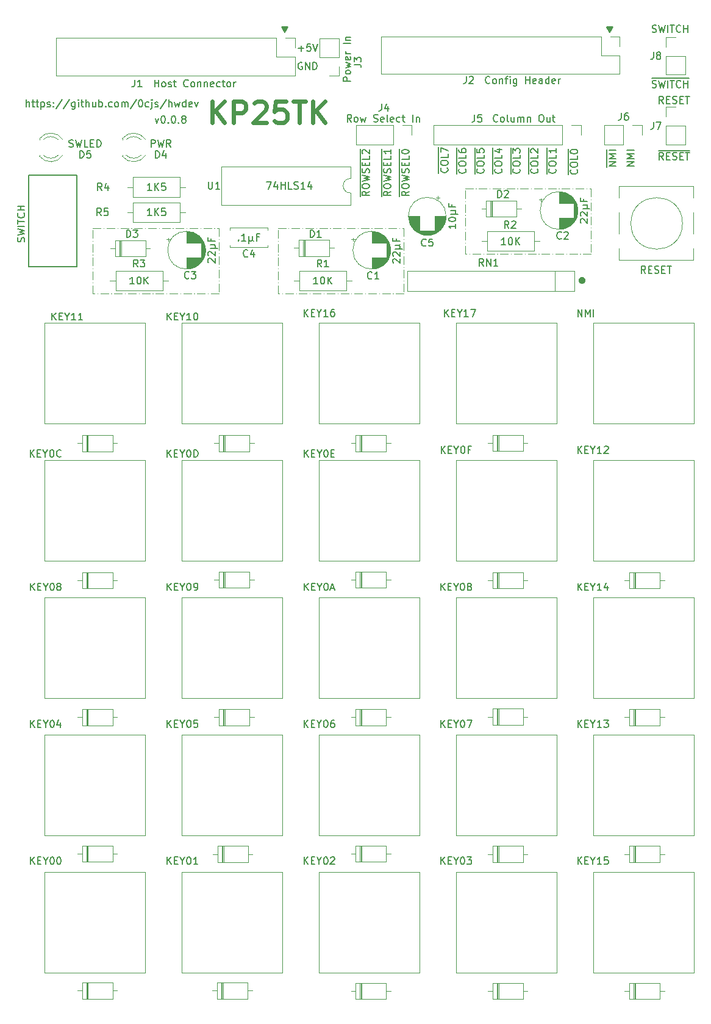
<source format=gto>
%TF.GenerationSoftware,KiCad,Pcbnew,9.0.2+1*%
%TF.CreationDate,2025-08-15T04:00:08+09:00*%
%TF.ProjectId,kp25tk,6b703235-746b-42e6-9b69-6361645f7063,0.0.8*%
%TF.SameCoordinates,Original*%
%TF.FileFunction,Legend,Top*%
%TF.FilePolarity,Positive*%
%FSLAX46Y46*%
G04 Gerber Fmt 4.6, Leading zero omitted, Abs format (unit mm)*
G04 Created by KiCad (PCBNEW 9.0.2+1) date 2025-08-15 04:00:08*
%MOMM*%
%LPD*%
G01*
G04 APERTURE LIST*
%ADD10C,0.100000*%
%ADD11C,0.150000*%
%ADD12C,0.600000*%
%ADD13C,0.120000*%
%ADD14C,0.127000*%
G04 APERTURE END LIST*
D10*
X82035000Y-74750000D02*
X83135000Y-74750000D01*
X83535000Y-74750000D02*
X83555000Y-74750000D01*
X83955000Y-74750000D02*
X85055000Y-74750000D01*
X85455000Y-74750000D02*
X85475000Y-74750000D01*
X85875000Y-74750000D02*
X86975000Y-74750000D01*
X87375000Y-74750000D02*
X87395000Y-74750000D01*
X87795000Y-74750000D02*
X88895000Y-74750000D01*
X89295000Y-74750000D02*
X89315000Y-74750000D01*
X89715000Y-74750000D02*
X90815000Y-74750000D01*
X91215000Y-74750000D02*
X91235000Y-74750000D01*
X91635000Y-74750000D02*
X92735000Y-74750000D01*
X93135000Y-74750000D02*
X93155000Y-74750000D01*
X93555000Y-74750000D02*
X94655000Y-74750000D01*
X95055000Y-74750000D02*
X95075000Y-74750000D01*
X95475000Y-74750000D02*
X96575000Y-74750000D01*
X96975000Y-74750000D02*
X96995000Y-74750000D01*
X97395000Y-74750000D02*
X98495000Y-74750000D01*
X98895000Y-74750000D02*
X98915000Y-74750000D01*
X99315000Y-74750000D02*
X99535000Y-74750000D01*
X99535000Y-74750000D02*
X99535000Y-75850000D01*
X99535000Y-76250000D02*
X99535000Y-76270000D01*
X99535000Y-76670000D02*
X99535000Y-77770000D01*
X99535000Y-78170000D02*
X99535000Y-78190000D01*
X99535000Y-78590000D02*
X99535000Y-79690000D01*
X99535000Y-80090000D02*
X99535000Y-80110000D01*
X99535000Y-80510000D02*
X99535000Y-81610000D01*
X99535000Y-82010000D02*
X99535000Y-82030000D01*
X99535000Y-82430000D02*
X99535000Y-83530000D01*
X99535000Y-83750000D02*
X98435000Y-83750000D01*
X98035000Y-83750000D02*
X98015000Y-83750000D01*
X97615000Y-83750000D02*
X96515000Y-83750000D01*
X96115000Y-83750000D02*
X96095000Y-83750000D01*
X95695000Y-83750000D02*
X94595000Y-83750000D01*
X94195000Y-83750000D02*
X94175000Y-83750000D01*
X93775000Y-83750000D02*
X92675000Y-83750000D01*
X92275000Y-83750000D02*
X92255000Y-83750000D01*
X91855000Y-83750000D02*
X90755000Y-83750000D01*
X90355000Y-83750000D02*
X90335000Y-83750000D01*
X89935000Y-83750000D02*
X88835000Y-83750000D01*
X88435000Y-83750000D02*
X88415000Y-83750000D01*
X88015000Y-83750000D02*
X86915000Y-83750000D01*
X86515000Y-83750000D02*
X86495000Y-83750000D01*
X86095000Y-83750000D02*
X84995000Y-83750000D01*
X84595000Y-83750000D02*
X84575000Y-83750000D01*
X84175000Y-83750000D02*
X83075000Y-83750000D01*
X82675000Y-83750000D02*
X82655000Y-83750000D01*
X82255000Y-83750000D02*
X82035000Y-83750000D01*
X82035000Y-83750000D02*
X82035000Y-82650000D01*
X82035000Y-82250000D02*
X82035000Y-82230000D01*
X82035000Y-81830000D02*
X82035000Y-80730000D01*
X82035000Y-80330000D02*
X82035000Y-80310000D01*
X82035000Y-79910000D02*
X82035000Y-78810000D01*
X82035000Y-78410000D02*
X82035000Y-78390000D01*
X82035000Y-77990000D02*
X82035000Y-76890000D01*
X82035000Y-76490000D02*
X82035000Y-76470000D01*
X82035000Y-76070000D02*
X82035000Y-74970000D01*
X108035000Y-69250000D02*
X109135000Y-69250000D01*
X109535000Y-69250000D02*
X109555000Y-69250000D01*
X109955000Y-69250000D02*
X111055000Y-69250000D01*
X111455000Y-69250000D02*
X111475000Y-69250000D01*
X111875000Y-69250000D02*
X112975000Y-69250000D01*
X113375000Y-69250000D02*
X113395000Y-69250000D01*
X113795000Y-69250000D02*
X114895000Y-69250000D01*
X115295000Y-69250000D02*
X115315000Y-69250000D01*
X115715000Y-69250000D02*
X116815000Y-69250000D01*
X117215000Y-69250000D02*
X117235000Y-69250000D01*
X117635000Y-69250000D02*
X118735000Y-69250000D01*
X119135000Y-69250000D02*
X119155000Y-69250000D01*
X119555000Y-69250000D02*
X120655000Y-69250000D01*
X121055000Y-69250000D02*
X121075000Y-69250000D01*
X121475000Y-69250000D02*
X122575000Y-69250000D01*
X122975000Y-69250000D02*
X122995000Y-69250000D01*
X123395000Y-69250000D02*
X124495000Y-69250000D01*
X124895000Y-69250000D02*
X124915000Y-69250000D01*
X125315000Y-69250000D02*
X125535000Y-69250000D01*
X125535000Y-69250000D02*
X125535000Y-70350000D01*
X125535000Y-70750000D02*
X125535000Y-70770000D01*
X125535000Y-71170000D02*
X125535000Y-72270000D01*
X125535000Y-72670000D02*
X125535000Y-72690000D01*
X125535000Y-73090000D02*
X125535000Y-74190000D01*
X125535000Y-74590000D02*
X125535000Y-74610000D01*
X125535000Y-75010000D02*
X125535000Y-76110000D01*
X125535000Y-76510000D02*
X125535000Y-76530000D01*
X125535000Y-76930000D02*
X125535000Y-78030000D01*
X125535000Y-78250000D02*
X124435000Y-78250000D01*
X124035000Y-78250000D02*
X124015000Y-78250000D01*
X123615000Y-78250000D02*
X122515000Y-78250000D01*
X122115000Y-78250000D02*
X122095000Y-78250000D01*
X121695000Y-78250000D02*
X120595000Y-78250000D01*
X120195000Y-78250000D02*
X120175000Y-78250000D01*
X119775000Y-78250000D02*
X118675000Y-78250000D01*
X118275000Y-78250000D02*
X118255000Y-78250000D01*
X117855000Y-78250000D02*
X116755000Y-78250000D01*
X116355000Y-78250000D02*
X116335000Y-78250000D01*
X115935000Y-78250000D02*
X114835000Y-78250000D01*
X114435000Y-78250000D02*
X114415000Y-78250000D01*
X114015000Y-78250000D02*
X112915000Y-78250000D01*
X112515000Y-78250000D02*
X112495000Y-78250000D01*
X112095000Y-78250000D02*
X110995000Y-78250000D01*
X110595000Y-78250000D02*
X110575000Y-78250000D01*
X110175000Y-78250000D02*
X109075000Y-78250000D01*
X108675000Y-78250000D02*
X108655000Y-78250000D01*
X108255000Y-78250000D02*
X108035000Y-78250000D01*
X108035000Y-78250000D02*
X108035000Y-77150000D01*
X108035000Y-76750000D02*
X108035000Y-76730000D01*
X108035000Y-76330000D02*
X108035000Y-75230000D01*
X108035000Y-74830000D02*
X108035000Y-74810000D01*
X108035000Y-74410000D02*
X108035000Y-73310000D01*
X108035000Y-72910000D02*
X108035000Y-72890000D01*
X108035000Y-72490000D02*
X108035000Y-71390000D01*
X108035000Y-70990000D02*
X108035000Y-70970000D01*
X108035000Y-70570000D02*
X108035000Y-69470000D01*
X56365000Y-74750000D02*
X57465000Y-74750000D01*
X57865000Y-74750000D02*
X57885000Y-74750000D01*
X58285000Y-74750000D02*
X59385000Y-74750000D01*
X59785000Y-74750000D02*
X59805000Y-74750000D01*
X60205000Y-74750000D02*
X61305000Y-74750000D01*
X61705000Y-74750000D02*
X61725000Y-74750000D01*
X62125000Y-74750000D02*
X63225000Y-74750000D01*
X63625000Y-74750000D02*
X63645000Y-74750000D01*
X64045000Y-74750000D02*
X65145000Y-74750000D01*
X65545000Y-74750000D02*
X65565000Y-74750000D01*
X65965000Y-74750000D02*
X67065000Y-74750000D01*
X67465000Y-74750000D02*
X67485000Y-74750000D01*
X67885000Y-74750000D02*
X68985000Y-74750000D01*
X69385000Y-74750000D02*
X69405000Y-74750000D01*
X69805000Y-74750000D02*
X70905000Y-74750000D01*
X71305000Y-74750000D02*
X71325000Y-74750000D01*
X71725000Y-74750000D02*
X72825000Y-74750000D01*
X73225000Y-74750000D02*
X73245000Y-74750000D01*
X73645000Y-74750000D02*
X73865000Y-74750000D01*
X73865000Y-74750000D02*
X73865000Y-75850000D01*
X73865000Y-76250000D02*
X73865000Y-76270000D01*
X73865000Y-76670000D02*
X73865000Y-77770000D01*
X73865000Y-78170000D02*
X73865000Y-78190000D01*
X73865000Y-78590000D02*
X73865000Y-79690000D01*
X73865000Y-80090000D02*
X73865000Y-80110000D01*
X73865000Y-80510000D02*
X73865000Y-81610000D01*
X73865000Y-82010000D02*
X73865000Y-82030000D01*
X73865000Y-82430000D02*
X73865000Y-83530000D01*
X73865000Y-83750000D02*
X72765000Y-83750000D01*
X72365000Y-83750000D02*
X72345000Y-83750000D01*
X71945000Y-83750000D02*
X70845000Y-83750000D01*
X70445000Y-83750000D02*
X70425000Y-83750000D01*
X70025000Y-83750000D02*
X68925000Y-83750000D01*
X68525000Y-83750000D02*
X68505000Y-83750000D01*
X68105000Y-83750000D02*
X67005000Y-83750000D01*
X66605000Y-83750000D02*
X66585000Y-83750000D01*
X66185000Y-83750000D02*
X65085000Y-83750000D01*
X64685000Y-83750000D02*
X64665000Y-83750000D01*
X64265000Y-83750000D02*
X63165000Y-83750000D01*
X62765000Y-83750000D02*
X62745000Y-83750000D01*
X62345000Y-83750000D02*
X61245000Y-83750000D01*
X60845000Y-83750000D02*
X60825000Y-83750000D01*
X60425000Y-83750000D02*
X59325000Y-83750000D01*
X58925000Y-83750000D02*
X58905000Y-83750000D01*
X58505000Y-83750000D02*
X57405000Y-83750000D01*
X57005000Y-83750000D02*
X56985000Y-83750000D01*
X56585000Y-83750000D02*
X56365000Y-83750000D01*
X56365000Y-83750000D02*
X56365000Y-82650000D01*
X56365000Y-82250000D02*
X56365000Y-82230000D01*
X56365000Y-81830000D02*
X56365000Y-80730000D01*
X56365000Y-80330000D02*
X56365000Y-80310000D01*
X56365000Y-79910000D02*
X56365000Y-78810000D01*
X56365000Y-78410000D02*
X56365000Y-78390000D01*
X56365000Y-77990000D02*
X56365000Y-76890000D01*
X56365000Y-76490000D02*
X56365000Y-76470000D01*
X56365000Y-76070000D02*
X56365000Y-74970000D01*
D11*
X47121779Y-57869819D02*
X47121779Y-56869819D01*
X47550350Y-57869819D02*
X47550350Y-57346009D01*
X47550350Y-57346009D02*
X47502731Y-57250771D01*
X47502731Y-57250771D02*
X47407493Y-57203152D01*
X47407493Y-57203152D02*
X47264636Y-57203152D01*
X47264636Y-57203152D02*
X47169398Y-57250771D01*
X47169398Y-57250771D02*
X47121779Y-57298390D01*
X47883684Y-57203152D02*
X48264636Y-57203152D01*
X48026541Y-56869819D02*
X48026541Y-57726961D01*
X48026541Y-57726961D02*
X48074160Y-57822200D01*
X48074160Y-57822200D02*
X48169398Y-57869819D01*
X48169398Y-57869819D02*
X48264636Y-57869819D01*
X48455113Y-57203152D02*
X48836065Y-57203152D01*
X48597970Y-56869819D02*
X48597970Y-57726961D01*
X48597970Y-57726961D02*
X48645589Y-57822200D01*
X48645589Y-57822200D02*
X48740827Y-57869819D01*
X48740827Y-57869819D02*
X48836065Y-57869819D01*
X49169399Y-57203152D02*
X49169399Y-58203152D01*
X49169399Y-57250771D02*
X49264637Y-57203152D01*
X49264637Y-57203152D02*
X49455113Y-57203152D01*
X49455113Y-57203152D02*
X49550351Y-57250771D01*
X49550351Y-57250771D02*
X49597970Y-57298390D01*
X49597970Y-57298390D02*
X49645589Y-57393628D01*
X49645589Y-57393628D02*
X49645589Y-57679342D01*
X49645589Y-57679342D02*
X49597970Y-57774580D01*
X49597970Y-57774580D02*
X49550351Y-57822200D01*
X49550351Y-57822200D02*
X49455113Y-57869819D01*
X49455113Y-57869819D02*
X49264637Y-57869819D01*
X49264637Y-57869819D02*
X49169399Y-57822200D01*
X50026542Y-57822200D02*
X50121780Y-57869819D01*
X50121780Y-57869819D02*
X50312256Y-57869819D01*
X50312256Y-57869819D02*
X50407494Y-57822200D01*
X50407494Y-57822200D02*
X50455113Y-57726961D01*
X50455113Y-57726961D02*
X50455113Y-57679342D01*
X50455113Y-57679342D02*
X50407494Y-57584104D01*
X50407494Y-57584104D02*
X50312256Y-57536485D01*
X50312256Y-57536485D02*
X50169399Y-57536485D01*
X50169399Y-57536485D02*
X50074161Y-57488866D01*
X50074161Y-57488866D02*
X50026542Y-57393628D01*
X50026542Y-57393628D02*
X50026542Y-57346009D01*
X50026542Y-57346009D02*
X50074161Y-57250771D01*
X50074161Y-57250771D02*
X50169399Y-57203152D01*
X50169399Y-57203152D02*
X50312256Y-57203152D01*
X50312256Y-57203152D02*
X50407494Y-57250771D01*
X50883685Y-57774580D02*
X50931304Y-57822200D01*
X50931304Y-57822200D02*
X50883685Y-57869819D01*
X50883685Y-57869819D02*
X50836066Y-57822200D01*
X50836066Y-57822200D02*
X50883685Y-57774580D01*
X50883685Y-57774580D02*
X50883685Y-57869819D01*
X50883685Y-57250771D02*
X50931304Y-57298390D01*
X50931304Y-57298390D02*
X50883685Y-57346009D01*
X50883685Y-57346009D02*
X50836066Y-57298390D01*
X50836066Y-57298390D02*
X50883685Y-57250771D01*
X50883685Y-57250771D02*
X50883685Y-57346009D01*
X52074160Y-56822200D02*
X51217018Y-58107914D01*
X53121779Y-56822200D02*
X52264637Y-58107914D01*
X53883684Y-57203152D02*
X53883684Y-58012676D01*
X53883684Y-58012676D02*
X53836065Y-58107914D01*
X53836065Y-58107914D02*
X53788446Y-58155533D01*
X53788446Y-58155533D02*
X53693208Y-58203152D01*
X53693208Y-58203152D02*
X53550351Y-58203152D01*
X53550351Y-58203152D02*
X53455113Y-58155533D01*
X53883684Y-57822200D02*
X53788446Y-57869819D01*
X53788446Y-57869819D02*
X53597970Y-57869819D01*
X53597970Y-57869819D02*
X53502732Y-57822200D01*
X53502732Y-57822200D02*
X53455113Y-57774580D01*
X53455113Y-57774580D02*
X53407494Y-57679342D01*
X53407494Y-57679342D02*
X53407494Y-57393628D01*
X53407494Y-57393628D02*
X53455113Y-57298390D01*
X53455113Y-57298390D02*
X53502732Y-57250771D01*
X53502732Y-57250771D02*
X53597970Y-57203152D01*
X53597970Y-57203152D02*
X53788446Y-57203152D01*
X53788446Y-57203152D02*
X53883684Y-57250771D01*
X54359875Y-57869819D02*
X54359875Y-57203152D01*
X54359875Y-56869819D02*
X54312256Y-56917438D01*
X54312256Y-56917438D02*
X54359875Y-56965057D01*
X54359875Y-56965057D02*
X54407494Y-56917438D01*
X54407494Y-56917438D02*
X54359875Y-56869819D01*
X54359875Y-56869819D02*
X54359875Y-56965057D01*
X54693208Y-57203152D02*
X55074160Y-57203152D01*
X54836065Y-56869819D02*
X54836065Y-57726961D01*
X54836065Y-57726961D02*
X54883684Y-57822200D01*
X54883684Y-57822200D02*
X54978922Y-57869819D01*
X54978922Y-57869819D02*
X55074160Y-57869819D01*
X55407494Y-57869819D02*
X55407494Y-56869819D01*
X55836065Y-57869819D02*
X55836065Y-57346009D01*
X55836065Y-57346009D02*
X55788446Y-57250771D01*
X55788446Y-57250771D02*
X55693208Y-57203152D01*
X55693208Y-57203152D02*
X55550351Y-57203152D01*
X55550351Y-57203152D02*
X55455113Y-57250771D01*
X55455113Y-57250771D02*
X55407494Y-57298390D01*
X56740827Y-57203152D02*
X56740827Y-57869819D01*
X56312256Y-57203152D02*
X56312256Y-57726961D01*
X56312256Y-57726961D02*
X56359875Y-57822200D01*
X56359875Y-57822200D02*
X56455113Y-57869819D01*
X56455113Y-57869819D02*
X56597970Y-57869819D01*
X56597970Y-57869819D02*
X56693208Y-57822200D01*
X56693208Y-57822200D02*
X56740827Y-57774580D01*
X57217018Y-57869819D02*
X57217018Y-56869819D01*
X57217018Y-57250771D02*
X57312256Y-57203152D01*
X57312256Y-57203152D02*
X57502732Y-57203152D01*
X57502732Y-57203152D02*
X57597970Y-57250771D01*
X57597970Y-57250771D02*
X57645589Y-57298390D01*
X57645589Y-57298390D02*
X57693208Y-57393628D01*
X57693208Y-57393628D02*
X57693208Y-57679342D01*
X57693208Y-57679342D02*
X57645589Y-57774580D01*
X57645589Y-57774580D02*
X57597970Y-57822200D01*
X57597970Y-57822200D02*
X57502732Y-57869819D01*
X57502732Y-57869819D02*
X57312256Y-57869819D01*
X57312256Y-57869819D02*
X57217018Y-57822200D01*
X58121780Y-57774580D02*
X58169399Y-57822200D01*
X58169399Y-57822200D02*
X58121780Y-57869819D01*
X58121780Y-57869819D02*
X58074161Y-57822200D01*
X58074161Y-57822200D02*
X58121780Y-57774580D01*
X58121780Y-57774580D02*
X58121780Y-57869819D01*
X59026541Y-57822200D02*
X58931303Y-57869819D01*
X58931303Y-57869819D02*
X58740827Y-57869819D01*
X58740827Y-57869819D02*
X58645589Y-57822200D01*
X58645589Y-57822200D02*
X58597970Y-57774580D01*
X58597970Y-57774580D02*
X58550351Y-57679342D01*
X58550351Y-57679342D02*
X58550351Y-57393628D01*
X58550351Y-57393628D02*
X58597970Y-57298390D01*
X58597970Y-57298390D02*
X58645589Y-57250771D01*
X58645589Y-57250771D02*
X58740827Y-57203152D01*
X58740827Y-57203152D02*
X58931303Y-57203152D01*
X58931303Y-57203152D02*
X59026541Y-57250771D01*
X59597970Y-57869819D02*
X59502732Y-57822200D01*
X59502732Y-57822200D02*
X59455113Y-57774580D01*
X59455113Y-57774580D02*
X59407494Y-57679342D01*
X59407494Y-57679342D02*
X59407494Y-57393628D01*
X59407494Y-57393628D02*
X59455113Y-57298390D01*
X59455113Y-57298390D02*
X59502732Y-57250771D01*
X59502732Y-57250771D02*
X59597970Y-57203152D01*
X59597970Y-57203152D02*
X59740827Y-57203152D01*
X59740827Y-57203152D02*
X59836065Y-57250771D01*
X59836065Y-57250771D02*
X59883684Y-57298390D01*
X59883684Y-57298390D02*
X59931303Y-57393628D01*
X59931303Y-57393628D02*
X59931303Y-57679342D01*
X59931303Y-57679342D02*
X59883684Y-57774580D01*
X59883684Y-57774580D02*
X59836065Y-57822200D01*
X59836065Y-57822200D02*
X59740827Y-57869819D01*
X59740827Y-57869819D02*
X59597970Y-57869819D01*
X60359875Y-57869819D02*
X60359875Y-57203152D01*
X60359875Y-57298390D02*
X60407494Y-57250771D01*
X60407494Y-57250771D02*
X60502732Y-57203152D01*
X60502732Y-57203152D02*
X60645589Y-57203152D01*
X60645589Y-57203152D02*
X60740827Y-57250771D01*
X60740827Y-57250771D02*
X60788446Y-57346009D01*
X60788446Y-57346009D02*
X60788446Y-57869819D01*
X60788446Y-57346009D02*
X60836065Y-57250771D01*
X60836065Y-57250771D02*
X60931303Y-57203152D01*
X60931303Y-57203152D02*
X61074160Y-57203152D01*
X61074160Y-57203152D02*
X61169399Y-57250771D01*
X61169399Y-57250771D02*
X61217018Y-57346009D01*
X61217018Y-57346009D02*
X61217018Y-57869819D01*
X62407493Y-56822200D02*
X61550351Y-58107914D01*
X62931303Y-56869819D02*
X63026541Y-56869819D01*
X63026541Y-56869819D02*
X63121779Y-56917438D01*
X63121779Y-56917438D02*
X63169398Y-56965057D01*
X63169398Y-56965057D02*
X63217017Y-57060295D01*
X63217017Y-57060295D02*
X63264636Y-57250771D01*
X63264636Y-57250771D02*
X63264636Y-57488866D01*
X63264636Y-57488866D02*
X63217017Y-57679342D01*
X63217017Y-57679342D02*
X63169398Y-57774580D01*
X63169398Y-57774580D02*
X63121779Y-57822200D01*
X63121779Y-57822200D02*
X63026541Y-57869819D01*
X63026541Y-57869819D02*
X62931303Y-57869819D01*
X62931303Y-57869819D02*
X62836065Y-57822200D01*
X62836065Y-57822200D02*
X62788446Y-57774580D01*
X62788446Y-57774580D02*
X62740827Y-57679342D01*
X62740827Y-57679342D02*
X62693208Y-57488866D01*
X62693208Y-57488866D02*
X62693208Y-57250771D01*
X62693208Y-57250771D02*
X62740827Y-57060295D01*
X62740827Y-57060295D02*
X62788446Y-56965057D01*
X62788446Y-56965057D02*
X62836065Y-56917438D01*
X62836065Y-56917438D02*
X62931303Y-56869819D01*
X64121779Y-57822200D02*
X64026541Y-57869819D01*
X64026541Y-57869819D02*
X63836065Y-57869819D01*
X63836065Y-57869819D02*
X63740827Y-57822200D01*
X63740827Y-57822200D02*
X63693208Y-57774580D01*
X63693208Y-57774580D02*
X63645589Y-57679342D01*
X63645589Y-57679342D02*
X63645589Y-57393628D01*
X63645589Y-57393628D02*
X63693208Y-57298390D01*
X63693208Y-57298390D02*
X63740827Y-57250771D01*
X63740827Y-57250771D02*
X63836065Y-57203152D01*
X63836065Y-57203152D02*
X64026541Y-57203152D01*
X64026541Y-57203152D02*
X64121779Y-57250771D01*
X64550351Y-57203152D02*
X64550351Y-58060295D01*
X64550351Y-58060295D02*
X64502732Y-58155533D01*
X64502732Y-58155533D02*
X64407494Y-58203152D01*
X64407494Y-58203152D02*
X64359875Y-58203152D01*
X64550351Y-56869819D02*
X64502732Y-56917438D01*
X64502732Y-56917438D02*
X64550351Y-56965057D01*
X64550351Y-56965057D02*
X64597970Y-56917438D01*
X64597970Y-56917438D02*
X64550351Y-56869819D01*
X64550351Y-56869819D02*
X64550351Y-56965057D01*
X64978922Y-57822200D02*
X65074160Y-57869819D01*
X65074160Y-57869819D02*
X65264636Y-57869819D01*
X65264636Y-57869819D02*
X65359874Y-57822200D01*
X65359874Y-57822200D02*
X65407493Y-57726961D01*
X65407493Y-57726961D02*
X65407493Y-57679342D01*
X65407493Y-57679342D02*
X65359874Y-57584104D01*
X65359874Y-57584104D02*
X65264636Y-57536485D01*
X65264636Y-57536485D02*
X65121779Y-57536485D01*
X65121779Y-57536485D02*
X65026541Y-57488866D01*
X65026541Y-57488866D02*
X64978922Y-57393628D01*
X64978922Y-57393628D02*
X64978922Y-57346009D01*
X64978922Y-57346009D02*
X65026541Y-57250771D01*
X65026541Y-57250771D02*
X65121779Y-57203152D01*
X65121779Y-57203152D02*
X65264636Y-57203152D01*
X65264636Y-57203152D02*
X65359874Y-57250771D01*
X66550350Y-56822200D02*
X65693208Y-58107914D01*
X66883684Y-57869819D02*
X66883684Y-56869819D01*
X67312255Y-57869819D02*
X67312255Y-57346009D01*
X67312255Y-57346009D02*
X67264636Y-57250771D01*
X67264636Y-57250771D02*
X67169398Y-57203152D01*
X67169398Y-57203152D02*
X67026541Y-57203152D01*
X67026541Y-57203152D02*
X66931303Y-57250771D01*
X66931303Y-57250771D02*
X66883684Y-57298390D01*
X67693208Y-57203152D02*
X67883684Y-57869819D01*
X67883684Y-57869819D02*
X68074160Y-57393628D01*
X68074160Y-57393628D02*
X68264636Y-57869819D01*
X68264636Y-57869819D02*
X68455112Y-57203152D01*
X69264636Y-57869819D02*
X69264636Y-56869819D01*
X69264636Y-57822200D02*
X69169398Y-57869819D01*
X69169398Y-57869819D02*
X68978922Y-57869819D01*
X68978922Y-57869819D02*
X68883684Y-57822200D01*
X68883684Y-57822200D02*
X68836065Y-57774580D01*
X68836065Y-57774580D02*
X68788446Y-57679342D01*
X68788446Y-57679342D02*
X68788446Y-57393628D01*
X68788446Y-57393628D02*
X68836065Y-57298390D01*
X68836065Y-57298390D02*
X68883684Y-57250771D01*
X68883684Y-57250771D02*
X68978922Y-57203152D01*
X68978922Y-57203152D02*
X69169398Y-57203152D01*
X69169398Y-57203152D02*
X69264636Y-57250771D01*
X70121779Y-57822200D02*
X70026541Y-57869819D01*
X70026541Y-57869819D02*
X69836065Y-57869819D01*
X69836065Y-57869819D02*
X69740827Y-57822200D01*
X69740827Y-57822200D02*
X69693208Y-57726961D01*
X69693208Y-57726961D02*
X69693208Y-57346009D01*
X69693208Y-57346009D02*
X69740827Y-57250771D01*
X69740827Y-57250771D02*
X69836065Y-57203152D01*
X69836065Y-57203152D02*
X70026541Y-57203152D01*
X70026541Y-57203152D02*
X70121779Y-57250771D01*
X70121779Y-57250771D02*
X70169398Y-57346009D01*
X70169398Y-57346009D02*
X70169398Y-57441247D01*
X70169398Y-57441247D02*
X69693208Y-57536485D01*
X70502732Y-57203152D02*
X70740827Y-57869819D01*
X70740827Y-57869819D02*
X70978922Y-57203152D01*
X65026541Y-59453152D02*
X65264636Y-60119819D01*
X65264636Y-60119819D02*
X65502731Y-59453152D01*
X66074160Y-59119819D02*
X66169398Y-59119819D01*
X66169398Y-59119819D02*
X66264636Y-59167438D01*
X66264636Y-59167438D02*
X66312255Y-59215057D01*
X66312255Y-59215057D02*
X66359874Y-59310295D01*
X66359874Y-59310295D02*
X66407493Y-59500771D01*
X66407493Y-59500771D02*
X66407493Y-59738866D01*
X66407493Y-59738866D02*
X66359874Y-59929342D01*
X66359874Y-59929342D02*
X66312255Y-60024580D01*
X66312255Y-60024580D02*
X66264636Y-60072200D01*
X66264636Y-60072200D02*
X66169398Y-60119819D01*
X66169398Y-60119819D02*
X66074160Y-60119819D01*
X66074160Y-60119819D02*
X65978922Y-60072200D01*
X65978922Y-60072200D02*
X65931303Y-60024580D01*
X65931303Y-60024580D02*
X65883684Y-59929342D01*
X65883684Y-59929342D02*
X65836065Y-59738866D01*
X65836065Y-59738866D02*
X65836065Y-59500771D01*
X65836065Y-59500771D02*
X65883684Y-59310295D01*
X65883684Y-59310295D02*
X65931303Y-59215057D01*
X65931303Y-59215057D02*
X65978922Y-59167438D01*
X65978922Y-59167438D02*
X66074160Y-59119819D01*
X66836065Y-60024580D02*
X66883684Y-60072200D01*
X66883684Y-60072200D02*
X66836065Y-60119819D01*
X66836065Y-60119819D02*
X66788446Y-60072200D01*
X66788446Y-60072200D02*
X66836065Y-60024580D01*
X66836065Y-60024580D02*
X66836065Y-60119819D01*
X67502731Y-59119819D02*
X67597969Y-59119819D01*
X67597969Y-59119819D02*
X67693207Y-59167438D01*
X67693207Y-59167438D02*
X67740826Y-59215057D01*
X67740826Y-59215057D02*
X67788445Y-59310295D01*
X67788445Y-59310295D02*
X67836064Y-59500771D01*
X67836064Y-59500771D02*
X67836064Y-59738866D01*
X67836064Y-59738866D02*
X67788445Y-59929342D01*
X67788445Y-59929342D02*
X67740826Y-60024580D01*
X67740826Y-60024580D02*
X67693207Y-60072200D01*
X67693207Y-60072200D02*
X67597969Y-60119819D01*
X67597969Y-60119819D02*
X67502731Y-60119819D01*
X67502731Y-60119819D02*
X67407493Y-60072200D01*
X67407493Y-60072200D02*
X67359874Y-60024580D01*
X67359874Y-60024580D02*
X67312255Y-59929342D01*
X67312255Y-59929342D02*
X67264636Y-59738866D01*
X67264636Y-59738866D02*
X67264636Y-59500771D01*
X67264636Y-59500771D02*
X67312255Y-59310295D01*
X67312255Y-59310295D02*
X67359874Y-59215057D01*
X67359874Y-59215057D02*
X67407493Y-59167438D01*
X67407493Y-59167438D02*
X67502731Y-59119819D01*
X68264636Y-60024580D02*
X68312255Y-60072200D01*
X68312255Y-60072200D02*
X68264636Y-60119819D01*
X68264636Y-60119819D02*
X68217017Y-60072200D01*
X68217017Y-60072200D02*
X68264636Y-60024580D01*
X68264636Y-60024580D02*
X68264636Y-60119819D01*
X68883683Y-59548390D02*
X68788445Y-59500771D01*
X68788445Y-59500771D02*
X68740826Y-59453152D01*
X68740826Y-59453152D02*
X68693207Y-59357914D01*
X68693207Y-59357914D02*
X68693207Y-59310295D01*
X68693207Y-59310295D02*
X68740826Y-59215057D01*
X68740826Y-59215057D02*
X68788445Y-59167438D01*
X68788445Y-59167438D02*
X68883683Y-59119819D01*
X68883683Y-59119819D02*
X69074159Y-59119819D01*
X69074159Y-59119819D02*
X69169397Y-59167438D01*
X69169397Y-59167438D02*
X69217016Y-59215057D01*
X69217016Y-59215057D02*
X69264635Y-59310295D01*
X69264635Y-59310295D02*
X69264635Y-59357914D01*
X69264635Y-59357914D02*
X69217016Y-59453152D01*
X69217016Y-59453152D02*
X69169397Y-59500771D01*
X69169397Y-59500771D02*
X69074159Y-59548390D01*
X69074159Y-59548390D02*
X68883683Y-59548390D01*
X68883683Y-59548390D02*
X68788445Y-59596009D01*
X68788445Y-59596009D02*
X68740826Y-59643628D01*
X68740826Y-59643628D02*
X68693207Y-59738866D01*
X68693207Y-59738866D02*
X68693207Y-59929342D01*
X68693207Y-59929342D02*
X68740826Y-60024580D01*
X68740826Y-60024580D02*
X68788445Y-60072200D01*
X68788445Y-60072200D02*
X68883683Y-60119819D01*
X68883683Y-60119819D02*
X69074159Y-60119819D01*
X69074159Y-60119819D02*
X69169397Y-60072200D01*
X69169397Y-60072200D02*
X69217016Y-60024580D01*
X69217016Y-60024580D02*
X69264635Y-59929342D01*
X69264635Y-59929342D02*
X69264635Y-59738866D01*
X69264635Y-59738866D02*
X69217016Y-59643628D01*
X69217016Y-59643628D02*
X69169397Y-59596009D01*
X69169397Y-59596009D02*
X69074159Y-59548390D01*
D12*
X72894021Y-60101657D02*
X72894021Y-57101657D01*
X74608307Y-60101657D02*
X73322593Y-58387371D01*
X74608307Y-57101657D02*
X72894021Y-58815942D01*
X75894021Y-60101657D02*
X75894021Y-57101657D01*
X75894021Y-57101657D02*
X77036878Y-57101657D01*
X77036878Y-57101657D02*
X77322593Y-57244514D01*
X77322593Y-57244514D02*
X77465450Y-57387371D01*
X77465450Y-57387371D02*
X77608307Y-57673085D01*
X77608307Y-57673085D02*
X77608307Y-58101657D01*
X77608307Y-58101657D02*
X77465450Y-58387371D01*
X77465450Y-58387371D02*
X77322593Y-58530228D01*
X77322593Y-58530228D02*
X77036878Y-58673085D01*
X77036878Y-58673085D02*
X75894021Y-58673085D01*
X78751164Y-57387371D02*
X78894021Y-57244514D01*
X78894021Y-57244514D02*
X79179736Y-57101657D01*
X79179736Y-57101657D02*
X79894021Y-57101657D01*
X79894021Y-57101657D02*
X80179736Y-57244514D01*
X80179736Y-57244514D02*
X80322593Y-57387371D01*
X80322593Y-57387371D02*
X80465450Y-57673085D01*
X80465450Y-57673085D02*
X80465450Y-57958800D01*
X80465450Y-57958800D02*
X80322593Y-58387371D01*
X80322593Y-58387371D02*
X78608307Y-60101657D01*
X78608307Y-60101657D02*
X80465450Y-60101657D01*
X83179736Y-57101657D02*
X81751164Y-57101657D01*
X81751164Y-57101657D02*
X81608307Y-58530228D01*
X81608307Y-58530228D02*
X81751164Y-58387371D01*
X81751164Y-58387371D02*
X82036879Y-58244514D01*
X82036879Y-58244514D02*
X82751164Y-58244514D01*
X82751164Y-58244514D02*
X83036879Y-58387371D01*
X83036879Y-58387371D02*
X83179736Y-58530228D01*
X83179736Y-58530228D02*
X83322593Y-58815942D01*
X83322593Y-58815942D02*
X83322593Y-59530228D01*
X83322593Y-59530228D02*
X83179736Y-59815942D01*
X83179736Y-59815942D02*
X83036879Y-59958800D01*
X83036879Y-59958800D02*
X82751164Y-60101657D01*
X82751164Y-60101657D02*
X82036879Y-60101657D01*
X82036879Y-60101657D02*
X81751164Y-59958800D01*
X81751164Y-59958800D02*
X81608307Y-59815942D01*
X84179736Y-57101657D02*
X85894022Y-57101657D01*
X85036879Y-60101657D02*
X85036879Y-57101657D01*
X86894021Y-60101657D02*
X86894021Y-57101657D01*
X88608307Y-60101657D02*
X87322593Y-58387371D01*
X88608307Y-57101657D02*
X86894021Y-58815942D01*
D11*
X88118333Y-80084819D02*
X87785000Y-79608628D01*
X87546905Y-80084819D02*
X87546905Y-79084819D01*
X87546905Y-79084819D02*
X87927857Y-79084819D01*
X87927857Y-79084819D02*
X88023095Y-79132438D01*
X88023095Y-79132438D02*
X88070714Y-79180057D01*
X88070714Y-79180057D02*
X88118333Y-79275295D01*
X88118333Y-79275295D02*
X88118333Y-79418152D01*
X88118333Y-79418152D02*
X88070714Y-79513390D01*
X88070714Y-79513390D02*
X88023095Y-79561009D01*
X88023095Y-79561009D02*
X87927857Y-79608628D01*
X87927857Y-79608628D02*
X87546905Y-79608628D01*
X89070714Y-80084819D02*
X88499286Y-80084819D01*
X88785000Y-80084819D02*
X88785000Y-79084819D01*
X88785000Y-79084819D02*
X88689762Y-79227676D01*
X88689762Y-79227676D02*
X88594524Y-79322914D01*
X88594524Y-79322914D02*
X88499286Y-79370533D01*
X87594523Y-82454819D02*
X87023095Y-82454819D01*
X87308809Y-82454819D02*
X87308809Y-81454819D01*
X87308809Y-81454819D02*
X87213571Y-81597676D01*
X87213571Y-81597676D02*
X87118333Y-81692914D01*
X87118333Y-81692914D02*
X87023095Y-81740533D01*
X88213571Y-81454819D02*
X88308809Y-81454819D01*
X88308809Y-81454819D02*
X88404047Y-81502438D01*
X88404047Y-81502438D02*
X88451666Y-81550057D01*
X88451666Y-81550057D02*
X88499285Y-81645295D01*
X88499285Y-81645295D02*
X88546904Y-81835771D01*
X88546904Y-81835771D02*
X88546904Y-82073866D01*
X88546904Y-82073866D02*
X88499285Y-82264342D01*
X88499285Y-82264342D02*
X88451666Y-82359580D01*
X88451666Y-82359580D02*
X88404047Y-82407200D01*
X88404047Y-82407200D02*
X88308809Y-82454819D01*
X88308809Y-82454819D02*
X88213571Y-82454819D01*
X88213571Y-82454819D02*
X88118333Y-82407200D01*
X88118333Y-82407200D02*
X88070714Y-82359580D01*
X88070714Y-82359580D02*
X88023095Y-82264342D01*
X88023095Y-82264342D02*
X87975476Y-82073866D01*
X87975476Y-82073866D02*
X87975476Y-81835771D01*
X87975476Y-81835771D02*
X88023095Y-81645295D01*
X88023095Y-81645295D02*
X88070714Y-81550057D01*
X88070714Y-81550057D02*
X88118333Y-81502438D01*
X88118333Y-81502438D02*
X88213571Y-81454819D01*
X88975476Y-82454819D02*
X88975476Y-81454819D01*
X89546904Y-82454819D02*
X89118333Y-81883390D01*
X89546904Y-81454819D02*
X88975476Y-82026247D01*
X123689762Y-105954819D02*
X123689762Y-104954819D01*
X124261190Y-105954819D02*
X123832619Y-105383390D01*
X124261190Y-104954819D02*
X123689762Y-105526247D01*
X124689762Y-105431009D02*
X125023095Y-105431009D01*
X125165952Y-105954819D02*
X124689762Y-105954819D01*
X124689762Y-105954819D02*
X124689762Y-104954819D01*
X124689762Y-104954819D02*
X125165952Y-104954819D01*
X125785000Y-105478628D02*
X125785000Y-105954819D01*
X125451667Y-104954819D02*
X125785000Y-105478628D01*
X125785000Y-105478628D02*
X126118333Y-104954819D01*
X126975476Y-105954819D02*
X126404048Y-105954819D01*
X126689762Y-105954819D02*
X126689762Y-104954819D01*
X126689762Y-104954819D02*
X126594524Y-105097676D01*
X126594524Y-105097676D02*
X126499286Y-105192914D01*
X126499286Y-105192914D02*
X126404048Y-105240533D01*
X127356429Y-105050057D02*
X127404048Y-105002438D01*
X127404048Y-105002438D02*
X127499286Y-104954819D01*
X127499286Y-104954819D02*
X127737381Y-104954819D01*
X127737381Y-104954819D02*
X127832619Y-105002438D01*
X127832619Y-105002438D02*
X127880238Y-105050057D01*
X127880238Y-105050057D02*
X127927857Y-105145295D01*
X127927857Y-105145295D02*
X127927857Y-105240533D01*
X127927857Y-105240533D02*
X127880238Y-105383390D01*
X127880238Y-105383390D02*
X127308810Y-105954819D01*
X127308810Y-105954819D02*
X127927857Y-105954819D01*
X85689762Y-86954819D02*
X85689762Y-85954819D01*
X86261190Y-86954819D02*
X85832619Y-86383390D01*
X86261190Y-85954819D02*
X85689762Y-86526247D01*
X86689762Y-86431009D02*
X87023095Y-86431009D01*
X87165952Y-86954819D02*
X86689762Y-86954819D01*
X86689762Y-86954819D02*
X86689762Y-85954819D01*
X86689762Y-85954819D02*
X87165952Y-85954819D01*
X87785000Y-86478628D02*
X87785000Y-86954819D01*
X87451667Y-85954819D02*
X87785000Y-86478628D01*
X87785000Y-86478628D02*
X88118333Y-85954819D01*
X88975476Y-86954819D02*
X88404048Y-86954819D01*
X88689762Y-86954819D02*
X88689762Y-85954819D01*
X88689762Y-85954819D02*
X88594524Y-86097676D01*
X88594524Y-86097676D02*
X88499286Y-86192914D01*
X88499286Y-86192914D02*
X88404048Y-86240533D01*
X89832619Y-85954819D02*
X89642143Y-85954819D01*
X89642143Y-85954819D02*
X89546905Y-86002438D01*
X89546905Y-86002438D02*
X89499286Y-86050057D01*
X89499286Y-86050057D02*
X89404048Y-86192914D01*
X89404048Y-86192914D02*
X89356429Y-86383390D01*
X89356429Y-86383390D02*
X89356429Y-86764342D01*
X89356429Y-86764342D02*
X89404048Y-86859580D01*
X89404048Y-86859580D02*
X89451667Y-86907200D01*
X89451667Y-86907200D02*
X89546905Y-86954819D01*
X89546905Y-86954819D02*
X89737381Y-86954819D01*
X89737381Y-86954819D02*
X89832619Y-86907200D01*
X89832619Y-86907200D02*
X89880238Y-86859580D01*
X89880238Y-86859580D02*
X89927857Y-86764342D01*
X89927857Y-86764342D02*
X89927857Y-86526247D01*
X89927857Y-86526247D02*
X89880238Y-86431009D01*
X89880238Y-86431009D02*
X89832619Y-86383390D01*
X89832619Y-86383390D02*
X89737381Y-86335771D01*
X89737381Y-86335771D02*
X89546905Y-86335771D01*
X89546905Y-86335771D02*
X89451667Y-86383390D01*
X89451667Y-86383390D02*
X89404048Y-86431009D01*
X89404048Y-86431009D02*
X89356429Y-86526247D01*
X104665952Y-124954819D02*
X104665952Y-123954819D01*
X105237380Y-124954819D02*
X104808809Y-124383390D01*
X105237380Y-123954819D02*
X104665952Y-124526247D01*
X105665952Y-124431009D02*
X105999285Y-124431009D01*
X106142142Y-124954819D02*
X105665952Y-124954819D01*
X105665952Y-124954819D02*
X105665952Y-123954819D01*
X105665952Y-123954819D02*
X106142142Y-123954819D01*
X106761190Y-124478628D02*
X106761190Y-124954819D01*
X106427857Y-123954819D02*
X106761190Y-124478628D01*
X106761190Y-124478628D02*
X107094523Y-123954819D01*
X107618333Y-123954819D02*
X107713571Y-123954819D01*
X107713571Y-123954819D02*
X107808809Y-124002438D01*
X107808809Y-124002438D02*
X107856428Y-124050057D01*
X107856428Y-124050057D02*
X107904047Y-124145295D01*
X107904047Y-124145295D02*
X107951666Y-124335771D01*
X107951666Y-124335771D02*
X107951666Y-124573866D01*
X107951666Y-124573866D02*
X107904047Y-124764342D01*
X107904047Y-124764342D02*
X107856428Y-124859580D01*
X107856428Y-124859580D02*
X107808809Y-124907200D01*
X107808809Y-124907200D02*
X107713571Y-124954819D01*
X107713571Y-124954819D02*
X107618333Y-124954819D01*
X107618333Y-124954819D02*
X107523095Y-124907200D01*
X107523095Y-124907200D02*
X107475476Y-124859580D01*
X107475476Y-124859580D02*
X107427857Y-124764342D01*
X107427857Y-124764342D02*
X107380238Y-124573866D01*
X107380238Y-124573866D02*
X107380238Y-124335771D01*
X107380238Y-124335771D02*
X107427857Y-124145295D01*
X107427857Y-124145295D02*
X107475476Y-124050057D01*
X107475476Y-124050057D02*
X107523095Y-124002438D01*
X107523095Y-124002438D02*
X107618333Y-123954819D01*
X108713571Y-124431009D02*
X108856428Y-124478628D01*
X108856428Y-124478628D02*
X108904047Y-124526247D01*
X108904047Y-124526247D02*
X108951666Y-124621485D01*
X108951666Y-124621485D02*
X108951666Y-124764342D01*
X108951666Y-124764342D02*
X108904047Y-124859580D01*
X108904047Y-124859580D02*
X108856428Y-124907200D01*
X108856428Y-124907200D02*
X108761190Y-124954819D01*
X108761190Y-124954819D02*
X108380238Y-124954819D01*
X108380238Y-124954819D02*
X108380238Y-123954819D01*
X108380238Y-123954819D02*
X108713571Y-123954819D01*
X108713571Y-123954819D02*
X108808809Y-124002438D01*
X108808809Y-124002438D02*
X108856428Y-124050057D01*
X108856428Y-124050057D02*
X108904047Y-124145295D01*
X108904047Y-124145295D02*
X108904047Y-124240533D01*
X108904047Y-124240533D02*
X108856428Y-124335771D01*
X108856428Y-124335771D02*
X108808809Y-124383390D01*
X108808809Y-124383390D02*
X108713571Y-124431009D01*
X108713571Y-124431009D02*
X108380238Y-124431009D01*
X123689762Y-162954819D02*
X123689762Y-161954819D01*
X124261190Y-162954819D02*
X123832619Y-162383390D01*
X124261190Y-161954819D02*
X123689762Y-162526247D01*
X124689762Y-162431009D02*
X125023095Y-162431009D01*
X125165952Y-162954819D02*
X124689762Y-162954819D01*
X124689762Y-162954819D02*
X124689762Y-161954819D01*
X124689762Y-161954819D02*
X125165952Y-161954819D01*
X125785000Y-162478628D02*
X125785000Y-162954819D01*
X125451667Y-161954819D02*
X125785000Y-162478628D01*
X125785000Y-162478628D02*
X126118333Y-161954819D01*
X126975476Y-162954819D02*
X126404048Y-162954819D01*
X126689762Y-162954819D02*
X126689762Y-161954819D01*
X126689762Y-161954819D02*
X126594524Y-162097676D01*
X126594524Y-162097676D02*
X126499286Y-162192914D01*
X126499286Y-162192914D02*
X126404048Y-162240533D01*
X127880238Y-161954819D02*
X127404048Y-161954819D01*
X127404048Y-161954819D02*
X127356429Y-162431009D01*
X127356429Y-162431009D02*
X127404048Y-162383390D01*
X127404048Y-162383390D02*
X127499286Y-162335771D01*
X127499286Y-162335771D02*
X127737381Y-162335771D01*
X127737381Y-162335771D02*
X127832619Y-162383390D01*
X127832619Y-162383390D02*
X127880238Y-162431009D01*
X127880238Y-162431009D02*
X127927857Y-162526247D01*
X127927857Y-162526247D02*
X127927857Y-162764342D01*
X127927857Y-162764342D02*
X127880238Y-162859580D01*
X127880238Y-162859580D02*
X127832619Y-162907200D01*
X127832619Y-162907200D02*
X127737381Y-162954819D01*
X127737381Y-162954819D02*
X127499286Y-162954819D01*
X127499286Y-162954819D02*
X127404048Y-162907200D01*
X127404048Y-162907200D02*
X127356429Y-162859580D01*
X57538333Y-72954819D02*
X57205000Y-72478628D01*
X56966905Y-72954819D02*
X56966905Y-71954819D01*
X56966905Y-71954819D02*
X57347857Y-71954819D01*
X57347857Y-71954819D02*
X57443095Y-72002438D01*
X57443095Y-72002438D02*
X57490714Y-72050057D01*
X57490714Y-72050057D02*
X57538333Y-72145295D01*
X57538333Y-72145295D02*
X57538333Y-72288152D01*
X57538333Y-72288152D02*
X57490714Y-72383390D01*
X57490714Y-72383390D02*
X57443095Y-72431009D01*
X57443095Y-72431009D02*
X57347857Y-72478628D01*
X57347857Y-72478628D02*
X56966905Y-72478628D01*
X58443095Y-71954819D02*
X57966905Y-71954819D01*
X57966905Y-71954819D02*
X57919286Y-72431009D01*
X57919286Y-72431009D02*
X57966905Y-72383390D01*
X57966905Y-72383390D02*
X58062143Y-72335771D01*
X58062143Y-72335771D02*
X58300238Y-72335771D01*
X58300238Y-72335771D02*
X58395476Y-72383390D01*
X58395476Y-72383390D02*
X58443095Y-72431009D01*
X58443095Y-72431009D02*
X58490714Y-72526247D01*
X58490714Y-72526247D02*
X58490714Y-72764342D01*
X58490714Y-72764342D02*
X58443095Y-72859580D01*
X58443095Y-72859580D02*
X58395476Y-72907200D01*
X58395476Y-72907200D02*
X58300238Y-72954819D01*
X58300238Y-72954819D02*
X58062143Y-72954819D01*
X58062143Y-72954819D02*
X57966905Y-72907200D01*
X57966905Y-72907200D02*
X57919286Y-72859580D01*
X64514523Y-72954819D02*
X63943095Y-72954819D01*
X64228809Y-72954819D02*
X64228809Y-71954819D01*
X64228809Y-71954819D02*
X64133571Y-72097676D01*
X64133571Y-72097676D02*
X64038333Y-72192914D01*
X64038333Y-72192914D02*
X63943095Y-72240533D01*
X64943095Y-72954819D02*
X64943095Y-71954819D01*
X65514523Y-72954819D02*
X65085952Y-72383390D01*
X65514523Y-71954819D02*
X64943095Y-72526247D01*
X66419285Y-71954819D02*
X65943095Y-71954819D01*
X65943095Y-71954819D02*
X65895476Y-72431009D01*
X65895476Y-72431009D02*
X65943095Y-72383390D01*
X65943095Y-72383390D02*
X66038333Y-72335771D01*
X66038333Y-72335771D02*
X66276428Y-72335771D01*
X66276428Y-72335771D02*
X66371666Y-72383390D01*
X66371666Y-72383390D02*
X66419285Y-72431009D01*
X66419285Y-72431009D02*
X66466904Y-72526247D01*
X66466904Y-72526247D02*
X66466904Y-72764342D01*
X66466904Y-72764342D02*
X66419285Y-72859580D01*
X66419285Y-72859580D02*
X66371666Y-72907200D01*
X66371666Y-72907200D02*
X66276428Y-72954819D01*
X66276428Y-72954819D02*
X66038333Y-72954819D01*
X66038333Y-72954819D02*
X65943095Y-72907200D01*
X65943095Y-72907200D02*
X65895476Y-72859580D01*
X104689762Y-162954819D02*
X104689762Y-161954819D01*
X105261190Y-162954819D02*
X104832619Y-162383390D01*
X105261190Y-161954819D02*
X104689762Y-162526247D01*
X105689762Y-162431009D02*
X106023095Y-162431009D01*
X106165952Y-162954819D02*
X105689762Y-162954819D01*
X105689762Y-162954819D02*
X105689762Y-161954819D01*
X105689762Y-161954819D02*
X106165952Y-161954819D01*
X106785000Y-162478628D02*
X106785000Y-162954819D01*
X106451667Y-161954819D02*
X106785000Y-162478628D01*
X106785000Y-162478628D02*
X107118333Y-161954819D01*
X107642143Y-161954819D02*
X107737381Y-161954819D01*
X107737381Y-161954819D02*
X107832619Y-162002438D01*
X107832619Y-162002438D02*
X107880238Y-162050057D01*
X107880238Y-162050057D02*
X107927857Y-162145295D01*
X107927857Y-162145295D02*
X107975476Y-162335771D01*
X107975476Y-162335771D02*
X107975476Y-162573866D01*
X107975476Y-162573866D02*
X107927857Y-162764342D01*
X107927857Y-162764342D02*
X107880238Y-162859580D01*
X107880238Y-162859580D02*
X107832619Y-162907200D01*
X107832619Y-162907200D02*
X107737381Y-162954819D01*
X107737381Y-162954819D02*
X107642143Y-162954819D01*
X107642143Y-162954819D02*
X107546905Y-162907200D01*
X107546905Y-162907200D02*
X107499286Y-162859580D01*
X107499286Y-162859580D02*
X107451667Y-162764342D01*
X107451667Y-162764342D02*
X107404048Y-162573866D01*
X107404048Y-162573866D02*
X107404048Y-162335771D01*
X107404048Y-162335771D02*
X107451667Y-162145295D01*
X107451667Y-162145295D02*
X107499286Y-162050057D01*
X107499286Y-162050057D02*
X107546905Y-162002438D01*
X107546905Y-162002438D02*
X107642143Y-161954819D01*
X108308810Y-161954819D02*
X108927857Y-161954819D01*
X108927857Y-161954819D02*
X108594524Y-162335771D01*
X108594524Y-162335771D02*
X108737381Y-162335771D01*
X108737381Y-162335771D02*
X108832619Y-162383390D01*
X108832619Y-162383390D02*
X108880238Y-162431009D01*
X108880238Y-162431009D02*
X108927857Y-162526247D01*
X108927857Y-162526247D02*
X108927857Y-162764342D01*
X108927857Y-162764342D02*
X108880238Y-162859580D01*
X108880238Y-162859580D02*
X108832619Y-162907200D01*
X108832619Y-162907200D02*
X108737381Y-162954819D01*
X108737381Y-162954819D02*
X108451667Y-162954819D01*
X108451667Y-162954819D02*
X108356429Y-162907200D01*
X108356429Y-162907200D02*
X108308810Y-162859580D01*
X112546905Y-70454819D02*
X112546905Y-69454819D01*
X112546905Y-69454819D02*
X112785000Y-69454819D01*
X112785000Y-69454819D02*
X112927857Y-69502438D01*
X112927857Y-69502438D02*
X113023095Y-69597676D01*
X113023095Y-69597676D02*
X113070714Y-69692914D01*
X113070714Y-69692914D02*
X113118333Y-69883390D01*
X113118333Y-69883390D02*
X113118333Y-70026247D01*
X113118333Y-70026247D02*
X113070714Y-70216723D01*
X113070714Y-70216723D02*
X113023095Y-70311961D01*
X113023095Y-70311961D02*
X112927857Y-70407200D01*
X112927857Y-70407200D02*
X112785000Y-70454819D01*
X112785000Y-70454819D02*
X112546905Y-70454819D01*
X113499286Y-69550057D02*
X113546905Y-69502438D01*
X113546905Y-69502438D02*
X113642143Y-69454819D01*
X113642143Y-69454819D02*
X113880238Y-69454819D01*
X113880238Y-69454819D02*
X113975476Y-69502438D01*
X113975476Y-69502438D02*
X114023095Y-69550057D01*
X114023095Y-69550057D02*
X114070714Y-69645295D01*
X114070714Y-69645295D02*
X114070714Y-69740533D01*
X114070714Y-69740533D02*
X114023095Y-69883390D01*
X114023095Y-69883390D02*
X113451667Y-70454819D01*
X113451667Y-70454819D02*
X114070714Y-70454819D01*
X66689762Y-143954819D02*
X66689762Y-142954819D01*
X67261190Y-143954819D02*
X66832619Y-143383390D01*
X67261190Y-142954819D02*
X66689762Y-143526247D01*
X67689762Y-143431009D02*
X68023095Y-143431009D01*
X68165952Y-143954819D02*
X67689762Y-143954819D01*
X67689762Y-143954819D02*
X67689762Y-142954819D01*
X67689762Y-142954819D02*
X68165952Y-142954819D01*
X68785000Y-143478628D02*
X68785000Y-143954819D01*
X68451667Y-142954819D02*
X68785000Y-143478628D01*
X68785000Y-143478628D02*
X69118333Y-142954819D01*
X69642143Y-142954819D02*
X69737381Y-142954819D01*
X69737381Y-142954819D02*
X69832619Y-143002438D01*
X69832619Y-143002438D02*
X69880238Y-143050057D01*
X69880238Y-143050057D02*
X69927857Y-143145295D01*
X69927857Y-143145295D02*
X69975476Y-143335771D01*
X69975476Y-143335771D02*
X69975476Y-143573866D01*
X69975476Y-143573866D02*
X69927857Y-143764342D01*
X69927857Y-143764342D02*
X69880238Y-143859580D01*
X69880238Y-143859580D02*
X69832619Y-143907200D01*
X69832619Y-143907200D02*
X69737381Y-143954819D01*
X69737381Y-143954819D02*
X69642143Y-143954819D01*
X69642143Y-143954819D02*
X69546905Y-143907200D01*
X69546905Y-143907200D02*
X69499286Y-143859580D01*
X69499286Y-143859580D02*
X69451667Y-143764342D01*
X69451667Y-143764342D02*
X69404048Y-143573866D01*
X69404048Y-143573866D02*
X69404048Y-143335771D01*
X69404048Y-143335771D02*
X69451667Y-143145295D01*
X69451667Y-143145295D02*
X69499286Y-143050057D01*
X69499286Y-143050057D02*
X69546905Y-143002438D01*
X69546905Y-143002438D02*
X69642143Y-142954819D01*
X70880238Y-142954819D02*
X70404048Y-142954819D01*
X70404048Y-142954819D02*
X70356429Y-143431009D01*
X70356429Y-143431009D02*
X70404048Y-143383390D01*
X70404048Y-143383390D02*
X70499286Y-143335771D01*
X70499286Y-143335771D02*
X70737381Y-143335771D01*
X70737381Y-143335771D02*
X70832619Y-143383390D01*
X70832619Y-143383390D02*
X70880238Y-143431009D01*
X70880238Y-143431009D02*
X70927857Y-143526247D01*
X70927857Y-143526247D02*
X70927857Y-143764342D01*
X70927857Y-143764342D02*
X70880238Y-143859580D01*
X70880238Y-143859580D02*
X70832619Y-143907200D01*
X70832619Y-143907200D02*
X70737381Y-143954819D01*
X70737381Y-143954819D02*
X70499286Y-143954819D01*
X70499286Y-143954819D02*
X70404048Y-143907200D01*
X70404048Y-143907200D02*
X70356429Y-143859580D01*
X72398095Y-68254819D02*
X72398095Y-69064342D01*
X72398095Y-69064342D02*
X72445714Y-69159580D01*
X72445714Y-69159580D02*
X72493333Y-69207200D01*
X72493333Y-69207200D02*
X72588571Y-69254819D01*
X72588571Y-69254819D02*
X72779047Y-69254819D01*
X72779047Y-69254819D02*
X72874285Y-69207200D01*
X72874285Y-69207200D02*
X72921904Y-69159580D01*
X72921904Y-69159580D02*
X72969523Y-69064342D01*
X72969523Y-69064342D02*
X72969523Y-68254819D01*
X73969523Y-69254819D02*
X73398095Y-69254819D01*
X73683809Y-69254819D02*
X73683809Y-68254819D01*
X73683809Y-68254819D02*
X73588571Y-68397676D01*
X73588571Y-68397676D02*
X73493333Y-68492914D01*
X73493333Y-68492914D02*
X73398095Y-68540533D01*
X80493333Y-68264819D02*
X81159999Y-68264819D01*
X81159999Y-68264819D02*
X80731428Y-69264819D01*
X81969523Y-68598152D02*
X81969523Y-69264819D01*
X81731428Y-68217200D02*
X81493333Y-68931485D01*
X81493333Y-68931485D02*
X82112380Y-68931485D01*
X82493333Y-69264819D02*
X82493333Y-68264819D01*
X82493333Y-68741009D02*
X83064761Y-68741009D01*
X83064761Y-69264819D02*
X83064761Y-68264819D01*
X84017142Y-69264819D02*
X83540952Y-69264819D01*
X83540952Y-69264819D02*
X83540952Y-68264819D01*
X84302857Y-69217200D02*
X84445714Y-69264819D01*
X84445714Y-69264819D02*
X84683809Y-69264819D01*
X84683809Y-69264819D02*
X84779047Y-69217200D01*
X84779047Y-69217200D02*
X84826666Y-69169580D01*
X84826666Y-69169580D02*
X84874285Y-69074342D01*
X84874285Y-69074342D02*
X84874285Y-68979104D01*
X84874285Y-68979104D02*
X84826666Y-68883866D01*
X84826666Y-68883866D02*
X84779047Y-68836247D01*
X84779047Y-68836247D02*
X84683809Y-68788628D01*
X84683809Y-68788628D02*
X84493333Y-68741009D01*
X84493333Y-68741009D02*
X84398095Y-68693390D01*
X84398095Y-68693390D02*
X84350476Y-68645771D01*
X84350476Y-68645771D02*
X84302857Y-68550533D01*
X84302857Y-68550533D02*
X84302857Y-68455295D01*
X84302857Y-68455295D02*
X84350476Y-68360057D01*
X84350476Y-68360057D02*
X84398095Y-68312438D01*
X84398095Y-68312438D02*
X84493333Y-68264819D01*
X84493333Y-68264819D02*
X84731428Y-68264819D01*
X84731428Y-68264819D02*
X84874285Y-68312438D01*
X85826666Y-69264819D02*
X85255238Y-69264819D01*
X85540952Y-69264819D02*
X85540952Y-68264819D01*
X85540952Y-68264819D02*
X85445714Y-68407676D01*
X85445714Y-68407676D02*
X85350476Y-68502914D01*
X85350476Y-68502914D02*
X85255238Y-68550533D01*
X86683809Y-68598152D02*
X86683809Y-69264819D01*
X86445714Y-68217200D02*
X86207619Y-68931485D01*
X86207619Y-68931485D02*
X86826666Y-68931485D01*
X105189762Y-86954819D02*
X105189762Y-85954819D01*
X105761190Y-86954819D02*
X105332619Y-86383390D01*
X105761190Y-85954819D02*
X105189762Y-86526247D01*
X106189762Y-86431009D02*
X106523095Y-86431009D01*
X106665952Y-86954819D02*
X106189762Y-86954819D01*
X106189762Y-86954819D02*
X106189762Y-85954819D01*
X106189762Y-85954819D02*
X106665952Y-85954819D01*
X107285000Y-86478628D02*
X107285000Y-86954819D01*
X106951667Y-85954819D02*
X107285000Y-86478628D01*
X107285000Y-86478628D02*
X107618333Y-85954819D01*
X108475476Y-86954819D02*
X107904048Y-86954819D01*
X108189762Y-86954819D02*
X108189762Y-85954819D01*
X108189762Y-85954819D02*
X108094524Y-86097676D01*
X108094524Y-86097676D02*
X107999286Y-86192914D01*
X107999286Y-86192914D02*
X107904048Y-86240533D01*
X108808810Y-85954819D02*
X109475476Y-85954819D01*
X109475476Y-85954819D02*
X109046905Y-86954819D01*
X47689762Y-124954819D02*
X47689762Y-123954819D01*
X48261190Y-124954819D02*
X47832619Y-124383390D01*
X48261190Y-123954819D02*
X47689762Y-124526247D01*
X48689762Y-124431009D02*
X49023095Y-124431009D01*
X49165952Y-124954819D02*
X48689762Y-124954819D01*
X48689762Y-124954819D02*
X48689762Y-123954819D01*
X48689762Y-123954819D02*
X49165952Y-123954819D01*
X49785000Y-124478628D02*
X49785000Y-124954819D01*
X49451667Y-123954819D02*
X49785000Y-124478628D01*
X49785000Y-124478628D02*
X50118333Y-123954819D01*
X50642143Y-123954819D02*
X50737381Y-123954819D01*
X50737381Y-123954819D02*
X50832619Y-124002438D01*
X50832619Y-124002438D02*
X50880238Y-124050057D01*
X50880238Y-124050057D02*
X50927857Y-124145295D01*
X50927857Y-124145295D02*
X50975476Y-124335771D01*
X50975476Y-124335771D02*
X50975476Y-124573866D01*
X50975476Y-124573866D02*
X50927857Y-124764342D01*
X50927857Y-124764342D02*
X50880238Y-124859580D01*
X50880238Y-124859580D02*
X50832619Y-124907200D01*
X50832619Y-124907200D02*
X50737381Y-124954819D01*
X50737381Y-124954819D02*
X50642143Y-124954819D01*
X50642143Y-124954819D02*
X50546905Y-124907200D01*
X50546905Y-124907200D02*
X50499286Y-124859580D01*
X50499286Y-124859580D02*
X50451667Y-124764342D01*
X50451667Y-124764342D02*
X50404048Y-124573866D01*
X50404048Y-124573866D02*
X50404048Y-124335771D01*
X50404048Y-124335771D02*
X50451667Y-124145295D01*
X50451667Y-124145295D02*
X50499286Y-124050057D01*
X50499286Y-124050057D02*
X50546905Y-124002438D01*
X50546905Y-124002438D02*
X50642143Y-123954819D01*
X51546905Y-124383390D02*
X51451667Y-124335771D01*
X51451667Y-124335771D02*
X51404048Y-124288152D01*
X51404048Y-124288152D02*
X51356429Y-124192914D01*
X51356429Y-124192914D02*
X51356429Y-124145295D01*
X51356429Y-124145295D02*
X51404048Y-124050057D01*
X51404048Y-124050057D02*
X51451667Y-124002438D01*
X51451667Y-124002438D02*
X51546905Y-123954819D01*
X51546905Y-123954819D02*
X51737381Y-123954819D01*
X51737381Y-123954819D02*
X51832619Y-124002438D01*
X51832619Y-124002438D02*
X51880238Y-124050057D01*
X51880238Y-124050057D02*
X51927857Y-124145295D01*
X51927857Y-124145295D02*
X51927857Y-124192914D01*
X51927857Y-124192914D02*
X51880238Y-124288152D01*
X51880238Y-124288152D02*
X51832619Y-124335771D01*
X51832619Y-124335771D02*
X51737381Y-124383390D01*
X51737381Y-124383390D02*
X51546905Y-124383390D01*
X51546905Y-124383390D02*
X51451667Y-124431009D01*
X51451667Y-124431009D02*
X51404048Y-124478628D01*
X51404048Y-124478628D02*
X51356429Y-124573866D01*
X51356429Y-124573866D02*
X51356429Y-124764342D01*
X51356429Y-124764342D02*
X51404048Y-124859580D01*
X51404048Y-124859580D02*
X51451667Y-124907200D01*
X51451667Y-124907200D02*
X51546905Y-124954819D01*
X51546905Y-124954819D02*
X51737381Y-124954819D01*
X51737381Y-124954819D02*
X51832619Y-124907200D01*
X51832619Y-124907200D02*
X51880238Y-124859580D01*
X51880238Y-124859580D02*
X51927857Y-124764342D01*
X51927857Y-124764342D02*
X51927857Y-124573866D01*
X51927857Y-124573866D02*
X51880238Y-124478628D01*
X51880238Y-124478628D02*
X51832619Y-124431009D01*
X51832619Y-124431009D02*
X51737381Y-124383390D01*
X46845800Y-76580999D02*
X46893419Y-76438142D01*
X46893419Y-76438142D02*
X46893419Y-76200047D01*
X46893419Y-76200047D02*
X46845800Y-76104809D01*
X46845800Y-76104809D02*
X46798180Y-76057190D01*
X46798180Y-76057190D02*
X46702942Y-76009571D01*
X46702942Y-76009571D02*
X46607704Y-76009571D01*
X46607704Y-76009571D02*
X46512466Y-76057190D01*
X46512466Y-76057190D02*
X46464847Y-76104809D01*
X46464847Y-76104809D02*
X46417228Y-76200047D01*
X46417228Y-76200047D02*
X46369609Y-76390523D01*
X46369609Y-76390523D02*
X46321990Y-76485761D01*
X46321990Y-76485761D02*
X46274371Y-76533380D01*
X46274371Y-76533380D02*
X46179133Y-76580999D01*
X46179133Y-76580999D02*
X46083895Y-76580999D01*
X46083895Y-76580999D02*
X45988657Y-76533380D01*
X45988657Y-76533380D02*
X45941038Y-76485761D01*
X45941038Y-76485761D02*
X45893419Y-76390523D01*
X45893419Y-76390523D02*
X45893419Y-76152428D01*
X45893419Y-76152428D02*
X45941038Y-76009571D01*
X45893419Y-75676237D02*
X46893419Y-75438142D01*
X46893419Y-75438142D02*
X46179133Y-75247666D01*
X46179133Y-75247666D02*
X46893419Y-75057190D01*
X46893419Y-75057190D02*
X45893419Y-74819095D01*
X46893419Y-74438142D02*
X45893419Y-74438142D01*
X45893419Y-74104809D02*
X45893419Y-73533381D01*
X46893419Y-73819095D02*
X45893419Y-73819095D01*
X46798180Y-72628619D02*
X46845800Y-72676238D01*
X46845800Y-72676238D02*
X46893419Y-72819095D01*
X46893419Y-72819095D02*
X46893419Y-72914333D01*
X46893419Y-72914333D02*
X46845800Y-73057190D01*
X46845800Y-73057190D02*
X46750561Y-73152428D01*
X46750561Y-73152428D02*
X46655323Y-73200047D01*
X46655323Y-73200047D02*
X46464847Y-73247666D01*
X46464847Y-73247666D02*
X46321990Y-73247666D01*
X46321990Y-73247666D02*
X46131514Y-73200047D01*
X46131514Y-73200047D02*
X46036276Y-73152428D01*
X46036276Y-73152428D02*
X45941038Y-73057190D01*
X45941038Y-73057190D02*
X45893419Y-72914333D01*
X45893419Y-72914333D02*
X45893419Y-72819095D01*
X45893419Y-72819095D02*
X45941038Y-72676238D01*
X45941038Y-72676238D02*
X45988657Y-72628619D01*
X46893419Y-72200047D02*
X45893419Y-72200047D01*
X46369609Y-72200047D02*
X46369609Y-71628619D01*
X46893419Y-71628619D02*
X45893419Y-71628619D01*
X92619819Y-52013333D02*
X93334104Y-52013333D01*
X93334104Y-52013333D02*
X93476961Y-52060952D01*
X93476961Y-52060952D02*
X93572200Y-52156190D01*
X93572200Y-52156190D02*
X93619819Y-52299047D01*
X93619819Y-52299047D02*
X93619819Y-52394285D01*
X92619819Y-51632380D02*
X92619819Y-51013333D01*
X92619819Y-51013333D02*
X93000771Y-51346666D01*
X93000771Y-51346666D02*
X93000771Y-51203809D01*
X93000771Y-51203809D02*
X93048390Y-51108571D01*
X93048390Y-51108571D02*
X93096009Y-51060952D01*
X93096009Y-51060952D02*
X93191247Y-51013333D01*
X93191247Y-51013333D02*
X93429342Y-51013333D01*
X93429342Y-51013333D02*
X93524580Y-51060952D01*
X93524580Y-51060952D02*
X93572200Y-51108571D01*
X93572200Y-51108571D02*
X93619819Y-51203809D01*
X93619819Y-51203809D02*
X93619819Y-51489523D01*
X93619819Y-51489523D02*
X93572200Y-51584761D01*
X93572200Y-51584761D02*
X93524580Y-51632380D01*
X92119819Y-54282618D02*
X91119819Y-54282618D01*
X91119819Y-54282618D02*
X91119819Y-53901666D01*
X91119819Y-53901666D02*
X91167438Y-53806428D01*
X91167438Y-53806428D02*
X91215057Y-53758809D01*
X91215057Y-53758809D02*
X91310295Y-53711190D01*
X91310295Y-53711190D02*
X91453152Y-53711190D01*
X91453152Y-53711190D02*
X91548390Y-53758809D01*
X91548390Y-53758809D02*
X91596009Y-53806428D01*
X91596009Y-53806428D02*
X91643628Y-53901666D01*
X91643628Y-53901666D02*
X91643628Y-54282618D01*
X92119819Y-53139761D02*
X92072200Y-53234999D01*
X92072200Y-53234999D02*
X92024580Y-53282618D01*
X92024580Y-53282618D02*
X91929342Y-53330237D01*
X91929342Y-53330237D02*
X91643628Y-53330237D01*
X91643628Y-53330237D02*
X91548390Y-53282618D01*
X91548390Y-53282618D02*
X91500771Y-53234999D01*
X91500771Y-53234999D02*
X91453152Y-53139761D01*
X91453152Y-53139761D02*
X91453152Y-52996904D01*
X91453152Y-52996904D02*
X91500771Y-52901666D01*
X91500771Y-52901666D02*
X91548390Y-52854047D01*
X91548390Y-52854047D02*
X91643628Y-52806428D01*
X91643628Y-52806428D02*
X91929342Y-52806428D01*
X91929342Y-52806428D02*
X92024580Y-52854047D01*
X92024580Y-52854047D02*
X92072200Y-52901666D01*
X92072200Y-52901666D02*
X92119819Y-52996904D01*
X92119819Y-52996904D02*
X92119819Y-53139761D01*
X91453152Y-52473094D02*
X92119819Y-52282618D01*
X92119819Y-52282618D02*
X91643628Y-52092142D01*
X91643628Y-52092142D02*
X92119819Y-51901666D01*
X92119819Y-51901666D02*
X91453152Y-51711190D01*
X92072200Y-50949285D02*
X92119819Y-51044523D01*
X92119819Y-51044523D02*
X92119819Y-51234999D01*
X92119819Y-51234999D02*
X92072200Y-51330237D01*
X92072200Y-51330237D02*
X91976961Y-51377856D01*
X91976961Y-51377856D02*
X91596009Y-51377856D01*
X91596009Y-51377856D02*
X91500771Y-51330237D01*
X91500771Y-51330237D02*
X91453152Y-51234999D01*
X91453152Y-51234999D02*
X91453152Y-51044523D01*
X91453152Y-51044523D02*
X91500771Y-50949285D01*
X91500771Y-50949285D02*
X91596009Y-50901666D01*
X91596009Y-50901666D02*
X91691247Y-50901666D01*
X91691247Y-50901666D02*
X91786485Y-51377856D01*
X92119819Y-50473094D02*
X91453152Y-50473094D01*
X91643628Y-50473094D02*
X91548390Y-50425475D01*
X91548390Y-50425475D02*
X91500771Y-50377856D01*
X91500771Y-50377856D02*
X91453152Y-50282618D01*
X91453152Y-50282618D02*
X91453152Y-50187380D01*
X92119819Y-49092141D02*
X91119819Y-49092141D01*
X91453152Y-48615951D02*
X92119819Y-48615951D01*
X91548390Y-48615951D02*
X91500771Y-48568332D01*
X91500771Y-48568332D02*
X91453152Y-48473094D01*
X91453152Y-48473094D02*
X91453152Y-48330237D01*
X91453152Y-48330237D02*
X91500771Y-48234999D01*
X91500771Y-48234999D02*
X91596009Y-48187380D01*
X91596009Y-48187380D02*
X92119819Y-48187380D01*
X85403095Y-51737438D02*
X85307857Y-51689819D01*
X85307857Y-51689819D02*
X85165000Y-51689819D01*
X85165000Y-51689819D02*
X85022143Y-51737438D01*
X85022143Y-51737438D02*
X84926905Y-51832676D01*
X84926905Y-51832676D02*
X84879286Y-51927914D01*
X84879286Y-51927914D02*
X84831667Y-52118390D01*
X84831667Y-52118390D02*
X84831667Y-52261247D01*
X84831667Y-52261247D02*
X84879286Y-52451723D01*
X84879286Y-52451723D02*
X84926905Y-52546961D01*
X84926905Y-52546961D02*
X85022143Y-52642200D01*
X85022143Y-52642200D02*
X85165000Y-52689819D01*
X85165000Y-52689819D02*
X85260238Y-52689819D01*
X85260238Y-52689819D02*
X85403095Y-52642200D01*
X85403095Y-52642200D02*
X85450714Y-52594580D01*
X85450714Y-52594580D02*
X85450714Y-52261247D01*
X85450714Y-52261247D02*
X85260238Y-52261247D01*
X85879286Y-52689819D02*
X85879286Y-51689819D01*
X85879286Y-51689819D02*
X86450714Y-52689819D01*
X86450714Y-52689819D02*
X86450714Y-51689819D01*
X86926905Y-52689819D02*
X86926905Y-51689819D01*
X86926905Y-51689819D02*
X87165000Y-51689819D01*
X87165000Y-51689819D02*
X87307857Y-51737438D01*
X87307857Y-51737438D02*
X87403095Y-51832676D01*
X87403095Y-51832676D02*
X87450714Y-51927914D01*
X87450714Y-51927914D02*
X87498333Y-52118390D01*
X87498333Y-52118390D02*
X87498333Y-52261247D01*
X87498333Y-52261247D02*
X87450714Y-52451723D01*
X87450714Y-52451723D02*
X87403095Y-52546961D01*
X87403095Y-52546961D02*
X87307857Y-52642200D01*
X87307857Y-52642200D02*
X87165000Y-52689819D01*
X87165000Y-52689819D02*
X86926905Y-52689819D01*
X84879286Y-49753866D02*
X85641191Y-49753866D01*
X85260238Y-50134819D02*
X85260238Y-49372914D01*
X86593571Y-49134819D02*
X86117381Y-49134819D01*
X86117381Y-49134819D02*
X86069762Y-49611009D01*
X86069762Y-49611009D02*
X86117381Y-49563390D01*
X86117381Y-49563390D02*
X86212619Y-49515771D01*
X86212619Y-49515771D02*
X86450714Y-49515771D01*
X86450714Y-49515771D02*
X86545952Y-49563390D01*
X86545952Y-49563390D02*
X86593571Y-49611009D01*
X86593571Y-49611009D02*
X86641190Y-49706247D01*
X86641190Y-49706247D02*
X86641190Y-49944342D01*
X86641190Y-49944342D02*
X86593571Y-50039580D01*
X86593571Y-50039580D02*
X86545952Y-50087200D01*
X86545952Y-50087200D02*
X86450714Y-50134819D01*
X86450714Y-50134819D02*
X86212619Y-50134819D01*
X86212619Y-50134819D02*
X86117381Y-50087200D01*
X86117381Y-50087200D02*
X86069762Y-50039580D01*
X86926905Y-49134819D02*
X87260238Y-50134819D01*
X87260238Y-50134819D02*
X87593571Y-49134819D01*
X123689762Y-143954819D02*
X123689762Y-142954819D01*
X124261190Y-143954819D02*
X123832619Y-143383390D01*
X124261190Y-142954819D02*
X123689762Y-143526247D01*
X124689762Y-143431009D02*
X125023095Y-143431009D01*
X125165952Y-143954819D02*
X124689762Y-143954819D01*
X124689762Y-143954819D02*
X124689762Y-142954819D01*
X124689762Y-142954819D02*
X125165952Y-142954819D01*
X125785000Y-143478628D02*
X125785000Y-143954819D01*
X125451667Y-142954819D02*
X125785000Y-143478628D01*
X125785000Y-143478628D02*
X126118333Y-142954819D01*
X126975476Y-143954819D02*
X126404048Y-143954819D01*
X126689762Y-143954819D02*
X126689762Y-142954819D01*
X126689762Y-142954819D02*
X126594524Y-143097676D01*
X126594524Y-143097676D02*
X126499286Y-143192914D01*
X126499286Y-143192914D02*
X126404048Y-143240533D01*
X127308810Y-142954819D02*
X127927857Y-142954819D01*
X127927857Y-142954819D02*
X127594524Y-143335771D01*
X127594524Y-143335771D02*
X127737381Y-143335771D01*
X127737381Y-143335771D02*
X127832619Y-143383390D01*
X127832619Y-143383390D02*
X127880238Y-143431009D01*
X127880238Y-143431009D02*
X127927857Y-143526247D01*
X127927857Y-143526247D02*
X127927857Y-143764342D01*
X127927857Y-143764342D02*
X127880238Y-143859580D01*
X127880238Y-143859580D02*
X127832619Y-143907200D01*
X127832619Y-143907200D02*
X127737381Y-143954819D01*
X127737381Y-143954819D02*
X127451667Y-143954819D01*
X127451667Y-143954819D02*
X127356429Y-143907200D01*
X127356429Y-143907200D02*
X127308810Y-143859580D01*
X61046905Y-75954819D02*
X61046905Y-74954819D01*
X61046905Y-74954819D02*
X61285000Y-74954819D01*
X61285000Y-74954819D02*
X61427857Y-75002438D01*
X61427857Y-75002438D02*
X61523095Y-75097676D01*
X61523095Y-75097676D02*
X61570714Y-75192914D01*
X61570714Y-75192914D02*
X61618333Y-75383390D01*
X61618333Y-75383390D02*
X61618333Y-75526247D01*
X61618333Y-75526247D02*
X61570714Y-75716723D01*
X61570714Y-75716723D02*
X61523095Y-75811961D01*
X61523095Y-75811961D02*
X61427857Y-75907200D01*
X61427857Y-75907200D02*
X61285000Y-75954819D01*
X61285000Y-75954819D02*
X61046905Y-75954819D01*
X61951667Y-74954819D02*
X62570714Y-74954819D01*
X62570714Y-74954819D02*
X62237381Y-75335771D01*
X62237381Y-75335771D02*
X62380238Y-75335771D01*
X62380238Y-75335771D02*
X62475476Y-75383390D01*
X62475476Y-75383390D02*
X62523095Y-75431009D01*
X62523095Y-75431009D02*
X62570714Y-75526247D01*
X62570714Y-75526247D02*
X62570714Y-75764342D01*
X62570714Y-75764342D02*
X62523095Y-75859580D01*
X62523095Y-75859580D02*
X62475476Y-75907200D01*
X62475476Y-75907200D02*
X62380238Y-75954819D01*
X62380238Y-75954819D02*
X62094524Y-75954819D01*
X62094524Y-75954819D02*
X61999286Y-75907200D01*
X61999286Y-75907200D02*
X61951667Y-75859580D01*
X54546905Y-64954819D02*
X54546905Y-63954819D01*
X54546905Y-63954819D02*
X54785000Y-63954819D01*
X54785000Y-63954819D02*
X54927857Y-64002438D01*
X54927857Y-64002438D02*
X55023095Y-64097676D01*
X55023095Y-64097676D02*
X55070714Y-64192914D01*
X55070714Y-64192914D02*
X55118333Y-64383390D01*
X55118333Y-64383390D02*
X55118333Y-64526247D01*
X55118333Y-64526247D02*
X55070714Y-64716723D01*
X55070714Y-64716723D02*
X55023095Y-64811961D01*
X55023095Y-64811961D02*
X54927857Y-64907200D01*
X54927857Y-64907200D02*
X54785000Y-64954819D01*
X54785000Y-64954819D02*
X54546905Y-64954819D01*
X56023095Y-63954819D02*
X55546905Y-63954819D01*
X55546905Y-63954819D02*
X55499286Y-64431009D01*
X55499286Y-64431009D02*
X55546905Y-64383390D01*
X55546905Y-64383390D02*
X55642143Y-64335771D01*
X55642143Y-64335771D02*
X55880238Y-64335771D01*
X55880238Y-64335771D02*
X55975476Y-64383390D01*
X55975476Y-64383390D02*
X56023095Y-64431009D01*
X56023095Y-64431009D02*
X56070714Y-64526247D01*
X56070714Y-64526247D02*
X56070714Y-64764342D01*
X56070714Y-64764342D02*
X56023095Y-64859580D01*
X56023095Y-64859580D02*
X55975476Y-64907200D01*
X55975476Y-64907200D02*
X55880238Y-64954819D01*
X55880238Y-64954819D02*
X55642143Y-64954819D01*
X55642143Y-64954819D02*
X55546905Y-64907200D01*
X55546905Y-64907200D02*
X55499286Y-64859580D01*
X53070714Y-63407200D02*
X53213571Y-63454819D01*
X53213571Y-63454819D02*
X53451666Y-63454819D01*
X53451666Y-63454819D02*
X53546904Y-63407200D01*
X53546904Y-63407200D02*
X53594523Y-63359580D01*
X53594523Y-63359580D02*
X53642142Y-63264342D01*
X53642142Y-63264342D02*
X53642142Y-63169104D01*
X53642142Y-63169104D02*
X53594523Y-63073866D01*
X53594523Y-63073866D02*
X53546904Y-63026247D01*
X53546904Y-63026247D02*
X53451666Y-62978628D01*
X53451666Y-62978628D02*
X53261190Y-62931009D01*
X53261190Y-62931009D02*
X53165952Y-62883390D01*
X53165952Y-62883390D02*
X53118333Y-62835771D01*
X53118333Y-62835771D02*
X53070714Y-62740533D01*
X53070714Y-62740533D02*
X53070714Y-62645295D01*
X53070714Y-62645295D02*
X53118333Y-62550057D01*
X53118333Y-62550057D02*
X53165952Y-62502438D01*
X53165952Y-62502438D02*
X53261190Y-62454819D01*
X53261190Y-62454819D02*
X53499285Y-62454819D01*
X53499285Y-62454819D02*
X53642142Y-62502438D01*
X53975476Y-62454819D02*
X54213571Y-63454819D01*
X54213571Y-63454819D02*
X54404047Y-62740533D01*
X54404047Y-62740533D02*
X54594523Y-63454819D01*
X54594523Y-63454819D02*
X54832619Y-62454819D01*
X55689761Y-63454819D02*
X55213571Y-63454819D01*
X55213571Y-63454819D02*
X55213571Y-62454819D01*
X56023095Y-62931009D02*
X56356428Y-62931009D01*
X56499285Y-63454819D02*
X56023095Y-63454819D01*
X56023095Y-63454819D02*
X56023095Y-62454819D01*
X56023095Y-62454819D02*
X56499285Y-62454819D01*
X56927857Y-63454819D02*
X56927857Y-62454819D01*
X56927857Y-62454819D02*
X57165952Y-62454819D01*
X57165952Y-62454819D02*
X57308809Y-62502438D01*
X57308809Y-62502438D02*
X57404047Y-62597676D01*
X57404047Y-62597676D02*
X57451666Y-62692914D01*
X57451666Y-62692914D02*
X57499285Y-62883390D01*
X57499285Y-62883390D02*
X57499285Y-63026247D01*
X57499285Y-63026247D02*
X57451666Y-63216723D01*
X57451666Y-63216723D02*
X57404047Y-63311961D01*
X57404047Y-63311961D02*
X57308809Y-63407200D01*
X57308809Y-63407200D02*
X57165952Y-63454819D01*
X57165952Y-63454819D02*
X56927857Y-63454819D01*
X95118333Y-81664580D02*
X95070714Y-81712200D01*
X95070714Y-81712200D02*
X94927857Y-81759819D01*
X94927857Y-81759819D02*
X94832619Y-81759819D01*
X94832619Y-81759819D02*
X94689762Y-81712200D01*
X94689762Y-81712200D02*
X94594524Y-81616961D01*
X94594524Y-81616961D02*
X94546905Y-81521723D01*
X94546905Y-81521723D02*
X94499286Y-81331247D01*
X94499286Y-81331247D02*
X94499286Y-81188390D01*
X94499286Y-81188390D02*
X94546905Y-80997914D01*
X94546905Y-80997914D02*
X94594524Y-80902676D01*
X94594524Y-80902676D02*
X94689762Y-80807438D01*
X94689762Y-80807438D02*
X94832619Y-80759819D01*
X94832619Y-80759819D02*
X94927857Y-80759819D01*
X94927857Y-80759819D02*
X95070714Y-80807438D01*
X95070714Y-80807438D02*
X95118333Y-80855057D01*
X96070714Y-81759819D02*
X95499286Y-81759819D01*
X95785000Y-81759819D02*
X95785000Y-80759819D01*
X95785000Y-80759819D02*
X95689762Y-80902676D01*
X95689762Y-80902676D02*
X95594524Y-80997914D01*
X95594524Y-80997914D02*
X95499286Y-81045533D01*
X98085057Y-79519285D02*
X98037438Y-79471666D01*
X98037438Y-79471666D02*
X97989819Y-79376428D01*
X97989819Y-79376428D02*
X97989819Y-79138333D01*
X97989819Y-79138333D02*
X98037438Y-79043095D01*
X98037438Y-79043095D02*
X98085057Y-78995476D01*
X98085057Y-78995476D02*
X98180295Y-78947857D01*
X98180295Y-78947857D02*
X98275533Y-78947857D01*
X98275533Y-78947857D02*
X98418390Y-78995476D01*
X98418390Y-78995476D02*
X98989819Y-79566904D01*
X98989819Y-79566904D02*
X98989819Y-78947857D01*
X98085057Y-78566904D02*
X98037438Y-78519285D01*
X98037438Y-78519285D02*
X97989819Y-78424047D01*
X97989819Y-78424047D02*
X97989819Y-78185952D01*
X97989819Y-78185952D02*
X98037438Y-78090714D01*
X98037438Y-78090714D02*
X98085057Y-78043095D01*
X98085057Y-78043095D02*
X98180295Y-77995476D01*
X98180295Y-77995476D02*
X98275533Y-77995476D01*
X98275533Y-77995476D02*
X98418390Y-78043095D01*
X98418390Y-78043095D02*
X98989819Y-78614523D01*
X98989819Y-78614523D02*
X98989819Y-77995476D01*
X98323152Y-77566904D02*
X99323152Y-77566904D01*
X98846961Y-77090714D02*
X98942200Y-77043095D01*
X98942200Y-77043095D02*
X98989819Y-76947857D01*
X98846961Y-77566904D02*
X98942200Y-77519285D01*
X98942200Y-77519285D02*
X98989819Y-77424047D01*
X98989819Y-77424047D02*
X98989819Y-77233571D01*
X98989819Y-77233571D02*
X98942200Y-77138333D01*
X98942200Y-77138333D02*
X98846961Y-77090714D01*
X98846961Y-77090714D02*
X98323152Y-77090714D01*
X98466009Y-76185952D02*
X98466009Y-76519285D01*
X98989819Y-76519285D02*
X97989819Y-76519285D01*
X97989819Y-76519285D02*
X97989819Y-76043095D01*
X134201666Y-59954819D02*
X134201666Y-60669104D01*
X134201666Y-60669104D02*
X134154047Y-60811961D01*
X134154047Y-60811961D02*
X134058809Y-60907200D01*
X134058809Y-60907200D02*
X133915952Y-60954819D01*
X133915952Y-60954819D02*
X133820714Y-60954819D01*
X134582619Y-59954819D02*
X135249285Y-59954819D01*
X135249285Y-59954819D02*
X134820714Y-60954819D01*
X135582618Y-57399819D02*
X135249285Y-56923628D01*
X135011190Y-57399819D02*
X135011190Y-56399819D01*
X135011190Y-56399819D02*
X135392142Y-56399819D01*
X135392142Y-56399819D02*
X135487380Y-56447438D01*
X135487380Y-56447438D02*
X135534999Y-56495057D01*
X135534999Y-56495057D02*
X135582618Y-56590295D01*
X135582618Y-56590295D02*
X135582618Y-56733152D01*
X135582618Y-56733152D02*
X135534999Y-56828390D01*
X135534999Y-56828390D02*
X135487380Y-56876009D01*
X135487380Y-56876009D02*
X135392142Y-56923628D01*
X135392142Y-56923628D02*
X135011190Y-56923628D01*
X136011190Y-56876009D02*
X136344523Y-56876009D01*
X136487380Y-57399819D02*
X136011190Y-57399819D01*
X136011190Y-57399819D02*
X136011190Y-56399819D01*
X136011190Y-56399819D02*
X136487380Y-56399819D01*
X136868333Y-57352200D02*
X137011190Y-57399819D01*
X137011190Y-57399819D02*
X137249285Y-57399819D01*
X137249285Y-57399819D02*
X137344523Y-57352200D01*
X137344523Y-57352200D02*
X137392142Y-57304580D01*
X137392142Y-57304580D02*
X137439761Y-57209342D01*
X137439761Y-57209342D02*
X137439761Y-57114104D01*
X137439761Y-57114104D02*
X137392142Y-57018866D01*
X137392142Y-57018866D02*
X137344523Y-56971247D01*
X137344523Y-56971247D02*
X137249285Y-56923628D01*
X137249285Y-56923628D02*
X137058809Y-56876009D01*
X137058809Y-56876009D02*
X136963571Y-56828390D01*
X136963571Y-56828390D02*
X136915952Y-56780771D01*
X136915952Y-56780771D02*
X136868333Y-56685533D01*
X136868333Y-56685533D02*
X136868333Y-56590295D01*
X136868333Y-56590295D02*
X136915952Y-56495057D01*
X136915952Y-56495057D02*
X136963571Y-56447438D01*
X136963571Y-56447438D02*
X137058809Y-56399819D01*
X137058809Y-56399819D02*
X137296904Y-56399819D01*
X137296904Y-56399819D02*
X137439761Y-56447438D01*
X137868333Y-56876009D02*
X138201666Y-56876009D01*
X138344523Y-57399819D02*
X137868333Y-57399819D01*
X137868333Y-57399819D02*
X137868333Y-56399819D01*
X137868333Y-56399819D02*
X138344523Y-56399819D01*
X138630238Y-56399819D02*
X139201666Y-56399819D01*
X138915952Y-57399819D02*
X138915952Y-56399819D01*
X135582618Y-65204819D02*
X135249285Y-64728628D01*
X135011190Y-65204819D02*
X135011190Y-64204819D01*
X135011190Y-64204819D02*
X135392142Y-64204819D01*
X135392142Y-64204819D02*
X135487380Y-64252438D01*
X135487380Y-64252438D02*
X135534999Y-64300057D01*
X135534999Y-64300057D02*
X135582618Y-64395295D01*
X135582618Y-64395295D02*
X135582618Y-64538152D01*
X135582618Y-64538152D02*
X135534999Y-64633390D01*
X135534999Y-64633390D02*
X135487380Y-64681009D01*
X135487380Y-64681009D02*
X135392142Y-64728628D01*
X135392142Y-64728628D02*
X135011190Y-64728628D01*
X136011190Y-64681009D02*
X136344523Y-64681009D01*
X136487380Y-65204819D02*
X136011190Y-65204819D01*
X136011190Y-65204819D02*
X136011190Y-64204819D01*
X136011190Y-64204819D02*
X136487380Y-64204819D01*
X136868333Y-65157200D02*
X137011190Y-65204819D01*
X137011190Y-65204819D02*
X137249285Y-65204819D01*
X137249285Y-65204819D02*
X137344523Y-65157200D01*
X137344523Y-65157200D02*
X137392142Y-65109580D01*
X137392142Y-65109580D02*
X137439761Y-65014342D01*
X137439761Y-65014342D02*
X137439761Y-64919104D01*
X137439761Y-64919104D02*
X137392142Y-64823866D01*
X137392142Y-64823866D02*
X137344523Y-64776247D01*
X137344523Y-64776247D02*
X137249285Y-64728628D01*
X137249285Y-64728628D02*
X137058809Y-64681009D01*
X137058809Y-64681009D02*
X136963571Y-64633390D01*
X136963571Y-64633390D02*
X136915952Y-64585771D01*
X136915952Y-64585771D02*
X136868333Y-64490533D01*
X136868333Y-64490533D02*
X136868333Y-64395295D01*
X136868333Y-64395295D02*
X136915952Y-64300057D01*
X136915952Y-64300057D02*
X136963571Y-64252438D01*
X136963571Y-64252438D02*
X137058809Y-64204819D01*
X137058809Y-64204819D02*
X137296904Y-64204819D01*
X137296904Y-64204819D02*
X137439761Y-64252438D01*
X137868333Y-64681009D02*
X138201666Y-64681009D01*
X138344523Y-65204819D02*
X137868333Y-65204819D01*
X137868333Y-65204819D02*
X137868333Y-64204819D01*
X137868333Y-64204819D02*
X138344523Y-64204819D01*
X138630238Y-64204819D02*
X139201666Y-64204819D01*
X138915952Y-65204819D02*
X138915952Y-64204819D01*
X134873095Y-63927200D02*
X139196905Y-63927200D01*
X47665952Y-106454819D02*
X47665952Y-105454819D01*
X48237380Y-106454819D02*
X47808809Y-105883390D01*
X48237380Y-105454819D02*
X47665952Y-106026247D01*
X48665952Y-105931009D02*
X48999285Y-105931009D01*
X49142142Y-106454819D02*
X48665952Y-106454819D01*
X48665952Y-106454819D02*
X48665952Y-105454819D01*
X48665952Y-105454819D02*
X49142142Y-105454819D01*
X49761190Y-105978628D02*
X49761190Y-106454819D01*
X49427857Y-105454819D02*
X49761190Y-105978628D01*
X49761190Y-105978628D02*
X50094523Y-105454819D01*
X50618333Y-105454819D02*
X50713571Y-105454819D01*
X50713571Y-105454819D02*
X50808809Y-105502438D01*
X50808809Y-105502438D02*
X50856428Y-105550057D01*
X50856428Y-105550057D02*
X50904047Y-105645295D01*
X50904047Y-105645295D02*
X50951666Y-105835771D01*
X50951666Y-105835771D02*
X50951666Y-106073866D01*
X50951666Y-106073866D02*
X50904047Y-106264342D01*
X50904047Y-106264342D02*
X50856428Y-106359580D01*
X50856428Y-106359580D02*
X50808809Y-106407200D01*
X50808809Y-106407200D02*
X50713571Y-106454819D01*
X50713571Y-106454819D02*
X50618333Y-106454819D01*
X50618333Y-106454819D02*
X50523095Y-106407200D01*
X50523095Y-106407200D02*
X50475476Y-106359580D01*
X50475476Y-106359580D02*
X50427857Y-106264342D01*
X50427857Y-106264342D02*
X50380238Y-106073866D01*
X50380238Y-106073866D02*
X50380238Y-105835771D01*
X50380238Y-105835771D02*
X50427857Y-105645295D01*
X50427857Y-105645295D02*
X50475476Y-105550057D01*
X50475476Y-105550057D02*
X50523095Y-105502438D01*
X50523095Y-105502438D02*
X50618333Y-105454819D01*
X51951666Y-106359580D02*
X51904047Y-106407200D01*
X51904047Y-106407200D02*
X51761190Y-106454819D01*
X51761190Y-106454819D02*
X51665952Y-106454819D01*
X51665952Y-106454819D02*
X51523095Y-106407200D01*
X51523095Y-106407200D02*
X51427857Y-106311961D01*
X51427857Y-106311961D02*
X51380238Y-106216723D01*
X51380238Y-106216723D02*
X51332619Y-106026247D01*
X51332619Y-106026247D02*
X51332619Y-105883390D01*
X51332619Y-105883390D02*
X51380238Y-105692914D01*
X51380238Y-105692914D02*
X51427857Y-105597676D01*
X51427857Y-105597676D02*
X51523095Y-105502438D01*
X51523095Y-105502438D02*
X51665952Y-105454819D01*
X51665952Y-105454819D02*
X51761190Y-105454819D01*
X51761190Y-105454819D02*
X51904047Y-105502438D01*
X51904047Y-105502438D02*
X51951666Y-105550057D01*
X123689762Y-86954819D02*
X123689762Y-85954819D01*
X123689762Y-85954819D02*
X124261190Y-86954819D01*
X124261190Y-86954819D02*
X124261190Y-85954819D01*
X124737381Y-86954819D02*
X124737381Y-85954819D01*
X124737381Y-85954819D02*
X125070714Y-86669104D01*
X125070714Y-86669104D02*
X125404047Y-85954819D01*
X125404047Y-85954819D02*
X125404047Y-86954819D01*
X125880238Y-86954819D02*
X125880238Y-85954819D01*
X69698333Y-81609580D02*
X69650714Y-81657200D01*
X69650714Y-81657200D02*
X69507857Y-81704819D01*
X69507857Y-81704819D02*
X69412619Y-81704819D01*
X69412619Y-81704819D02*
X69269762Y-81657200D01*
X69269762Y-81657200D02*
X69174524Y-81561961D01*
X69174524Y-81561961D02*
X69126905Y-81466723D01*
X69126905Y-81466723D02*
X69079286Y-81276247D01*
X69079286Y-81276247D02*
X69079286Y-81133390D01*
X69079286Y-81133390D02*
X69126905Y-80942914D01*
X69126905Y-80942914D02*
X69174524Y-80847676D01*
X69174524Y-80847676D02*
X69269762Y-80752438D01*
X69269762Y-80752438D02*
X69412619Y-80704819D01*
X69412619Y-80704819D02*
X69507857Y-80704819D01*
X69507857Y-80704819D02*
X69650714Y-80752438D01*
X69650714Y-80752438D02*
X69698333Y-80800057D01*
X70031667Y-80704819D02*
X70650714Y-80704819D01*
X70650714Y-80704819D02*
X70317381Y-81085771D01*
X70317381Y-81085771D02*
X70460238Y-81085771D01*
X70460238Y-81085771D02*
X70555476Y-81133390D01*
X70555476Y-81133390D02*
X70603095Y-81181009D01*
X70603095Y-81181009D02*
X70650714Y-81276247D01*
X70650714Y-81276247D02*
X70650714Y-81514342D01*
X70650714Y-81514342D02*
X70603095Y-81609580D01*
X70603095Y-81609580D02*
X70555476Y-81657200D01*
X70555476Y-81657200D02*
X70460238Y-81704819D01*
X70460238Y-81704819D02*
X70174524Y-81704819D01*
X70174524Y-81704819D02*
X70079286Y-81657200D01*
X70079286Y-81657200D02*
X70031667Y-81609580D01*
X72415057Y-79464285D02*
X72367438Y-79416666D01*
X72367438Y-79416666D02*
X72319819Y-79321428D01*
X72319819Y-79321428D02*
X72319819Y-79083333D01*
X72319819Y-79083333D02*
X72367438Y-78988095D01*
X72367438Y-78988095D02*
X72415057Y-78940476D01*
X72415057Y-78940476D02*
X72510295Y-78892857D01*
X72510295Y-78892857D02*
X72605533Y-78892857D01*
X72605533Y-78892857D02*
X72748390Y-78940476D01*
X72748390Y-78940476D02*
X73319819Y-79511904D01*
X73319819Y-79511904D02*
X73319819Y-78892857D01*
X72415057Y-78511904D02*
X72367438Y-78464285D01*
X72367438Y-78464285D02*
X72319819Y-78369047D01*
X72319819Y-78369047D02*
X72319819Y-78130952D01*
X72319819Y-78130952D02*
X72367438Y-78035714D01*
X72367438Y-78035714D02*
X72415057Y-77988095D01*
X72415057Y-77988095D02*
X72510295Y-77940476D01*
X72510295Y-77940476D02*
X72605533Y-77940476D01*
X72605533Y-77940476D02*
X72748390Y-77988095D01*
X72748390Y-77988095D02*
X73319819Y-78559523D01*
X73319819Y-78559523D02*
X73319819Y-77940476D01*
X72653152Y-77511904D02*
X73653152Y-77511904D01*
X73176961Y-77035714D02*
X73272200Y-76988095D01*
X73272200Y-76988095D02*
X73319819Y-76892857D01*
X73176961Y-77511904D02*
X73272200Y-77464285D01*
X73272200Y-77464285D02*
X73319819Y-77369047D01*
X73319819Y-77369047D02*
X73319819Y-77178571D01*
X73319819Y-77178571D02*
X73272200Y-77083333D01*
X73272200Y-77083333D02*
X73176961Y-77035714D01*
X73176961Y-77035714D02*
X72653152Y-77035714D01*
X72796009Y-76130952D02*
X72796009Y-76464285D01*
X73319819Y-76464285D02*
X72319819Y-76464285D01*
X72319819Y-76464285D02*
X72319819Y-75988095D01*
X134201666Y-50269819D02*
X134201666Y-50984104D01*
X134201666Y-50984104D02*
X134154047Y-51126961D01*
X134154047Y-51126961D02*
X134058809Y-51222200D01*
X134058809Y-51222200D02*
X133915952Y-51269819D01*
X133915952Y-51269819D02*
X133820714Y-51269819D01*
X134820714Y-50698390D02*
X134725476Y-50650771D01*
X134725476Y-50650771D02*
X134677857Y-50603152D01*
X134677857Y-50603152D02*
X134630238Y-50507914D01*
X134630238Y-50507914D02*
X134630238Y-50460295D01*
X134630238Y-50460295D02*
X134677857Y-50365057D01*
X134677857Y-50365057D02*
X134725476Y-50317438D01*
X134725476Y-50317438D02*
X134820714Y-50269819D01*
X134820714Y-50269819D02*
X135011190Y-50269819D01*
X135011190Y-50269819D02*
X135106428Y-50317438D01*
X135106428Y-50317438D02*
X135154047Y-50365057D01*
X135154047Y-50365057D02*
X135201666Y-50460295D01*
X135201666Y-50460295D02*
X135201666Y-50507914D01*
X135201666Y-50507914D02*
X135154047Y-50603152D01*
X135154047Y-50603152D02*
X135106428Y-50650771D01*
X135106428Y-50650771D02*
X135011190Y-50698390D01*
X135011190Y-50698390D02*
X134820714Y-50698390D01*
X134820714Y-50698390D02*
X134725476Y-50746009D01*
X134725476Y-50746009D02*
X134677857Y-50793628D01*
X134677857Y-50793628D02*
X134630238Y-50888866D01*
X134630238Y-50888866D02*
X134630238Y-51079342D01*
X134630238Y-51079342D02*
X134677857Y-51174580D01*
X134677857Y-51174580D02*
X134725476Y-51222200D01*
X134725476Y-51222200D02*
X134820714Y-51269819D01*
X134820714Y-51269819D02*
X135011190Y-51269819D01*
X135011190Y-51269819D02*
X135106428Y-51222200D01*
X135106428Y-51222200D02*
X135154047Y-51174580D01*
X135154047Y-51174580D02*
X135201666Y-51079342D01*
X135201666Y-51079342D02*
X135201666Y-50888866D01*
X135201666Y-50888866D02*
X135154047Y-50793628D01*
X135154047Y-50793628D02*
X135106428Y-50746009D01*
X135106428Y-50746009D02*
X135011190Y-50698390D01*
X134035000Y-47472200D02*
X134177857Y-47519819D01*
X134177857Y-47519819D02*
X134415952Y-47519819D01*
X134415952Y-47519819D02*
X134511190Y-47472200D01*
X134511190Y-47472200D02*
X134558809Y-47424580D01*
X134558809Y-47424580D02*
X134606428Y-47329342D01*
X134606428Y-47329342D02*
X134606428Y-47234104D01*
X134606428Y-47234104D02*
X134558809Y-47138866D01*
X134558809Y-47138866D02*
X134511190Y-47091247D01*
X134511190Y-47091247D02*
X134415952Y-47043628D01*
X134415952Y-47043628D02*
X134225476Y-46996009D01*
X134225476Y-46996009D02*
X134130238Y-46948390D01*
X134130238Y-46948390D02*
X134082619Y-46900771D01*
X134082619Y-46900771D02*
X134035000Y-46805533D01*
X134035000Y-46805533D02*
X134035000Y-46710295D01*
X134035000Y-46710295D02*
X134082619Y-46615057D01*
X134082619Y-46615057D02*
X134130238Y-46567438D01*
X134130238Y-46567438D02*
X134225476Y-46519819D01*
X134225476Y-46519819D02*
X134463571Y-46519819D01*
X134463571Y-46519819D02*
X134606428Y-46567438D01*
X134939762Y-46519819D02*
X135177857Y-47519819D01*
X135177857Y-47519819D02*
X135368333Y-46805533D01*
X135368333Y-46805533D02*
X135558809Y-47519819D01*
X135558809Y-47519819D02*
X135796905Y-46519819D01*
X136177857Y-47519819D02*
X136177857Y-46519819D01*
X136511190Y-46519819D02*
X137082618Y-46519819D01*
X136796904Y-47519819D02*
X136796904Y-46519819D01*
X137987380Y-47424580D02*
X137939761Y-47472200D01*
X137939761Y-47472200D02*
X137796904Y-47519819D01*
X137796904Y-47519819D02*
X137701666Y-47519819D01*
X137701666Y-47519819D02*
X137558809Y-47472200D01*
X137558809Y-47472200D02*
X137463571Y-47376961D01*
X137463571Y-47376961D02*
X137415952Y-47281723D01*
X137415952Y-47281723D02*
X137368333Y-47091247D01*
X137368333Y-47091247D02*
X137368333Y-46948390D01*
X137368333Y-46948390D02*
X137415952Y-46757914D01*
X137415952Y-46757914D02*
X137463571Y-46662676D01*
X137463571Y-46662676D02*
X137558809Y-46567438D01*
X137558809Y-46567438D02*
X137701666Y-46519819D01*
X137701666Y-46519819D02*
X137796904Y-46519819D01*
X137796904Y-46519819D02*
X137939761Y-46567438D01*
X137939761Y-46567438D02*
X137987380Y-46615057D01*
X138415952Y-47519819D02*
X138415952Y-46519819D01*
X138415952Y-46996009D02*
X138987380Y-46996009D01*
X138987380Y-47519819D02*
X138987380Y-46519819D01*
X134035000Y-55152200D02*
X134177857Y-55199819D01*
X134177857Y-55199819D02*
X134415952Y-55199819D01*
X134415952Y-55199819D02*
X134511190Y-55152200D01*
X134511190Y-55152200D02*
X134558809Y-55104580D01*
X134558809Y-55104580D02*
X134606428Y-55009342D01*
X134606428Y-55009342D02*
X134606428Y-54914104D01*
X134606428Y-54914104D02*
X134558809Y-54818866D01*
X134558809Y-54818866D02*
X134511190Y-54771247D01*
X134511190Y-54771247D02*
X134415952Y-54723628D01*
X134415952Y-54723628D02*
X134225476Y-54676009D01*
X134225476Y-54676009D02*
X134130238Y-54628390D01*
X134130238Y-54628390D02*
X134082619Y-54580771D01*
X134082619Y-54580771D02*
X134035000Y-54485533D01*
X134035000Y-54485533D02*
X134035000Y-54390295D01*
X134035000Y-54390295D02*
X134082619Y-54295057D01*
X134082619Y-54295057D02*
X134130238Y-54247438D01*
X134130238Y-54247438D02*
X134225476Y-54199819D01*
X134225476Y-54199819D02*
X134463571Y-54199819D01*
X134463571Y-54199819D02*
X134606428Y-54247438D01*
X134939762Y-54199819D02*
X135177857Y-55199819D01*
X135177857Y-55199819D02*
X135368333Y-54485533D01*
X135368333Y-54485533D02*
X135558809Y-55199819D01*
X135558809Y-55199819D02*
X135796905Y-54199819D01*
X136177857Y-55199819D02*
X136177857Y-54199819D01*
X136511190Y-54199819D02*
X137082618Y-54199819D01*
X136796904Y-55199819D02*
X136796904Y-54199819D01*
X137987380Y-55104580D02*
X137939761Y-55152200D01*
X137939761Y-55152200D02*
X137796904Y-55199819D01*
X137796904Y-55199819D02*
X137701666Y-55199819D01*
X137701666Y-55199819D02*
X137558809Y-55152200D01*
X137558809Y-55152200D02*
X137463571Y-55056961D01*
X137463571Y-55056961D02*
X137415952Y-54961723D01*
X137415952Y-54961723D02*
X137368333Y-54771247D01*
X137368333Y-54771247D02*
X137368333Y-54628390D01*
X137368333Y-54628390D02*
X137415952Y-54437914D01*
X137415952Y-54437914D02*
X137463571Y-54342676D01*
X137463571Y-54342676D02*
X137558809Y-54247438D01*
X137558809Y-54247438D02*
X137701666Y-54199819D01*
X137701666Y-54199819D02*
X137796904Y-54199819D01*
X137796904Y-54199819D02*
X137939761Y-54247438D01*
X137939761Y-54247438D02*
X137987380Y-54295057D01*
X138415952Y-55199819D02*
X138415952Y-54199819D01*
X138415952Y-54676009D02*
X138987380Y-54676009D01*
X138987380Y-55199819D02*
X138987380Y-54199819D01*
X133944524Y-53922200D02*
X139125476Y-53922200D01*
X96451666Y-57454819D02*
X96451666Y-58169104D01*
X96451666Y-58169104D02*
X96404047Y-58311961D01*
X96404047Y-58311961D02*
X96308809Y-58407200D01*
X96308809Y-58407200D02*
X96165952Y-58454819D01*
X96165952Y-58454819D02*
X96070714Y-58454819D01*
X97356428Y-57788152D02*
X97356428Y-58454819D01*
X97118333Y-57407200D02*
X96880238Y-58121485D01*
X96880238Y-58121485D02*
X97499285Y-58121485D01*
X92256427Y-59954819D02*
X91923094Y-59478628D01*
X91684999Y-59954819D02*
X91684999Y-58954819D01*
X91684999Y-58954819D02*
X92065951Y-58954819D01*
X92065951Y-58954819D02*
X92161189Y-59002438D01*
X92161189Y-59002438D02*
X92208808Y-59050057D01*
X92208808Y-59050057D02*
X92256427Y-59145295D01*
X92256427Y-59145295D02*
X92256427Y-59288152D01*
X92256427Y-59288152D02*
X92208808Y-59383390D01*
X92208808Y-59383390D02*
X92161189Y-59431009D01*
X92161189Y-59431009D02*
X92065951Y-59478628D01*
X92065951Y-59478628D02*
X91684999Y-59478628D01*
X92827856Y-59954819D02*
X92732618Y-59907200D01*
X92732618Y-59907200D02*
X92684999Y-59859580D01*
X92684999Y-59859580D02*
X92637380Y-59764342D01*
X92637380Y-59764342D02*
X92637380Y-59478628D01*
X92637380Y-59478628D02*
X92684999Y-59383390D01*
X92684999Y-59383390D02*
X92732618Y-59335771D01*
X92732618Y-59335771D02*
X92827856Y-59288152D01*
X92827856Y-59288152D02*
X92970713Y-59288152D01*
X92970713Y-59288152D02*
X93065951Y-59335771D01*
X93065951Y-59335771D02*
X93113570Y-59383390D01*
X93113570Y-59383390D02*
X93161189Y-59478628D01*
X93161189Y-59478628D02*
X93161189Y-59764342D01*
X93161189Y-59764342D02*
X93113570Y-59859580D01*
X93113570Y-59859580D02*
X93065951Y-59907200D01*
X93065951Y-59907200D02*
X92970713Y-59954819D01*
X92970713Y-59954819D02*
X92827856Y-59954819D01*
X93494523Y-59288152D02*
X93684999Y-59954819D01*
X93684999Y-59954819D02*
X93875475Y-59478628D01*
X93875475Y-59478628D02*
X94065951Y-59954819D01*
X94065951Y-59954819D02*
X94256427Y-59288152D01*
X95351666Y-59907200D02*
X95494523Y-59954819D01*
X95494523Y-59954819D02*
X95732618Y-59954819D01*
X95732618Y-59954819D02*
X95827856Y-59907200D01*
X95827856Y-59907200D02*
X95875475Y-59859580D01*
X95875475Y-59859580D02*
X95923094Y-59764342D01*
X95923094Y-59764342D02*
X95923094Y-59669104D01*
X95923094Y-59669104D02*
X95875475Y-59573866D01*
X95875475Y-59573866D02*
X95827856Y-59526247D01*
X95827856Y-59526247D02*
X95732618Y-59478628D01*
X95732618Y-59478628D02*
X95542142Y-59431009D01*
X95542142Y-59431009D02*
X95446904Y-59383390D01*
X95446904Y-59383390D02*
X95399285Y-59335771D01*
X95399285Y-59335771D02*
X95351666Y-59240533D01*
X95351666Y-59240533D02*
X95351666Y-59145295D01*
X95351666Y-59145295D02*
X95399285Y-59050057D01*
X95399285Y-59050057D02*
X95446904Y-59002438D01*
X95446904Y-59002438D02*
X95542142Y-58954819D01*
X95542142Y-58954819D02*
X95780237Y-58954819D01*
X95780237Y-58954819D02*
X95923094Y-59002438D01*
X96732618Y-59907200D02*
X96637380Y-59954819D01*
X96637380Y-59954819D02*
X96446904Y-59954819D01*
X96446904Y-59954819D02*
X96351666Y-59907200D01*
X96351666Y-59907200D02*
X96304047Y-59811961D01*
X96304047Y-59811961D02*
X96304047Y-59431009D01*
X96304047Y-59431009D02*
X96351666Y-59335771D01*
X96351666Y-59335771D02*
X96446904Y-59288152D01*
X96446904Y-59288152D02*
X96637380Y-59288152D01*
X96637380Y-59288152D02*
X96732618Y-59335771D01*
X96732618Y-59335771D02*
X96780237Y-59431009D01*
X96780237Y-59431009D02*
X96780237Y-59526247D01*
X96780237Y-59526247D02*
X96304047Y-59621485D01*
X97351666Y-59954819D02*
X97256428Y-59907200D01*
X97256428Y-59907200D02*
X97208809Y-59811961D01*
X97208809Y-59811961D02*
X97208809Y-58954819D01*
X98113571Y-59907200D02*
X98018333Y-59954819D01*
X98018333Y-59954819D02*
X97827857Y-59954819D01*
X97827857Y-59954819D02*
X97732619Y-59907200D01*
X97732619Y-59907200D02*
X97685000Y-59811961D01*
X97685000Y-59811961D02*
X97685000Y-59431009D01*
X97685000Y-59431009D02*
X97732619Y-59335771D01*
X97732619Y-59335771D02*
X97827857Y-59288152D01*
X97827857Y-59288152D02*
X98018333Y-59288152D01*
X98018333Y-59288152D02*
X98113571Y-59335771D01*
X98113571Y-59335771D02*
X98161190Y-59431009D01*
X98161190Y-59431009D02*
X98161190Y-59526247D01*
X98161190Y-59526247D02*
X97685000Y-59621485D01*
X99018333Y-59907200D02*
X98923095Y-59954819D01*
X98923095Y-59954819D02*
X98732619Y-59954819D01*
X98732619Y-59954819D02*
X98637381Y-59907200D01*
X98637381Y-59907200D02*
X98589762Y-59859580D01*
X98589762Y-59859580D02*
X98542143Y-59764342D01*
X98542143Y-59764342D02*
X98542143Y-59478628D01*
X98542143Y-59478628D02*
X98589762Y-59383390D01*
X98589762Y-59383390D02*
X98637381Y-59335771D01*
X98637381Y-59335771D02*
X98732619Y-59288152D01*
X98732619Y-59288152D02*
X98923095Y-59288152D01*
X98923095Y-59288152D02*
X99018333Y-59335771D01*
X99304048Y-59288152D02*
X99685000Y-59288152D01*
X99446905Y-58954819D02*
X99446905Y-59811961D01*
X99446905Y-59811961D02*
X99494524Y-59907200D01*
X99494524Y-59907200D02*
X99589762Y-59954819D01*
X99589762Y-59954819D02*
X99685000Y-59954819D01*
X100780239Y-59954819D02*
X100780239Y-58954819D01*
X101256429Y-59288152D02*
X101256429Y-59954819D01*
X101256429Y-59383390D02*
X101304048Y-59335771D01*
X101304048Y-59335771D02*
X101399286Y-59288152D01*
X101399286Y-59288152D02*
X101542143Y-59288152D01*
X101542143Y-59288152D02*
X101637381Y-59335771D01*
X101637381Y-59335771D02*
X101685000Y-59431009D01*
X101685000Y-59431009D02*
X101685000Y-59954819D01*
X97739819Y-69595238D02*
X97263628Y-69928571D01*
X97739819Y-70166666D02*
X96739819Y-70166666D01*
X96739819Y-70166666D02*
X96739819Y-69785714D01*
X96739819Y-69785714D02*
X96787438Y-69690476D01*
X96787438Y-69690476D02*
X96835057Y-69642857D01*
X96835057Y-69642857D02*
X96930295Y-69595238D01*
X96930295Y-69595238D02*
X97073152Y-69595238D01*
X97073152Y-69595238D02*
X97168390Y-69642857D01*
X97168390Y-69642857D02*
X97216009Y-69690476D01*
X97216009Y-69690476D02*
X97263628Y-69785714D01*
X97263628Y-69785714D02*
X97263628Y-70166666D01*
X96739819Y-68976190D02*
X96739819Y-68785714D01*
X96739819Y-68785714D02*
X96787438Y-68690476D01*
X96787438Y-68690476D02*
X96882676Y-68595238D01*
X96882676Y-68595238D02*
X97073152Y-68547619D01*
X97073152Y-68547619D02*
X97406485Y-68547619D01*
X97406485Y-68547619D02*
X97596961Y-68595238D01*
X97596961Y-68595238D02*
X97692200Y-68690476D01*
X97692200Y-68690476D02*
X97739819Y-68785714D01*
X97739819Y-68785714D02*
X97739819Y-68976190D01*
X97739819Y-68976190D02*
X97692200Y-69071428D01*
X97692200Y-69071428D02*
X97596961Y-69166666D01*
X97596961Y-69166666D02*
X97406485Y-69214285D01*
X97406485Y-69214285D02*
X97073152Y-69214285D01*
X97073152Y-69214285D02*
X96882676Y-69166666D01*
X96882676Y-69166666D02*
X96787438Y-69071428D01*
X96787438Y-69071428D02*
X96739819Y-68976190D01*
X96739819Y-68214285D02*
X97739819Y-67976190D01*
X97739819Y-67976190D02*
X97025533Y-67785714D01*
X97025533Y-67785714D02*
X97739819Y-67595238D01*
X97739819Y-67595238D02*
X96739819Y-67357143D01*
X97692200Y-67023809D02*
X97739819Y-66880952D01*
X97739819Y-66880952D02*
X97739819Y-66642857D01*
X97739819Y-66642857D02*
X97692200Y-66547619D01*
X97692200Y-66547619D02*
X97644580Y-66500000D01*
X97644580Y-66500000D02*
X97549342Y-66452381D01*
X97549342Y-66452381D02*
X97454104Y-66452381D01*
X97454104Y-66452381D02*
X97358866Y-66500000D01*
X97358866Y-66500000D02*
X97311247Y-66547619D01*
X97311247Y-66547619D02*
X97263628Y-66642857D01*
X97263628Y-66642857D02*
X97216009Y-66833333D01*
X97216009Y-66833333D02*
X97168390Y-66928571D01*
X97168390Y-66928571D02*
X97120771Y-66976190D01*
X97120771Y-66976190D02*
X97025533Y-67023809D01*
X97025533Y-67023809D02*
X96930295Y-67023809D01*
X96930295Y-67023809D02*
X96835057Y-66976190D01*
X96835057Y-66976190D02*
X96787438Y-66928571D01*
X96787438Y-66928571D02*
X96739819Y-66833333D01*
X96739819Y-66833333D02*
X96739819Y-66595238D01*
X96739819Y-66595238D02*
X96787438Y-66452381D01*
X97216009Y-66023809D02*
X97216009Y-65690476D01*
X97739819Y-65547619D02*
X97739819Y-66023809D01*
X97739819Y-66023809D02*
X96739819Y-66023809D01*
X96739819Y-66023809D02*
X96739819Y-65547619D01*
X97739819Y-64642857D02*
X97739819Y-65119047D01*
X97739819Y-65119047D02*
X96739819Y-65119047D01*
X97739819Y-63785714D02*
X97739819Y-64357142D01*
X97739819Y-64071428D02*
X96739819Y-64071428D01*
X96739819Y-64071428D02*
X96882676Y-64166666D01*
X96882676Y-64166666D02*
X96977914Y-64261904D01*
X96977914Y-64261904D02*
X97025533Y-64357142D01*
X96462200Y-70304762D02*
X96462200Y-63695238D01*
X100239819Y-69595238D02*
X99763628Y-69928571D01*
X100239819Y-70166666D02*
X99239819Y-70166666D01*
X99239819Y-70166666D02*
X99239819Y-69785714D01*
X99239819Y-69785714D02*
X99287438Y-69690476D01*
X99287438Y-69690476D02*
X99335057Y-69642857D01*
X99335057Y-69642857D02*
X99430295Y-69595238D01*
X99430295Y-69595238D02*
X99573152Y-69595238D01*
X99573152Y-69595238D02*
X99668390Y-69642857D01*
X99668390Y-69642857D02*
X99716009Y-69690476D01*
X99716009Y-69690476D02*
X99763628Y-69785714D01*
X99763628Y-69785714D02*
X99763628Y-70166666D01*
X99239819Y-68976190D02*
X99239819Y-68785714D01*
X99239819Y-68785714D02*
X99287438Y-68690476D01*
X99287438Y-68690476D02*
X99382676Y-68595238D01*
X99382676Y-68595238D02*
X99573152Y-68547619D01*
X99573152Y-68547619D02*
X99906485Y-68547619D01*
X99906485Y-68547619D02*
X100096961Y-68595238D01*
X100096961Y-68595238D02*
X100192200Y-68690476D01*
X100192200Y-68690476D02*
X100239819Y-68785714D01*
X100239819Y-68785714D02*
X100239819Y-68976190D01*
X100239819Y-68976190D02*
X100192200Y-69071428D01*
X100192200Y-69071428D02*
X100096961Y-69166666D01*
X100096961Y-69166666D02*
X99906485Y-69214285D01*
X99906485Y-69214285D02*
X99573152Y-69214285D01*
X99573152Y-69214285D02*
X99382676Y-69166666D01*
X99382676Y-69166666D02*
X99287438Y-69071428D01*
X99287438Y-69071428D02*
X99239819Y-68976190D01*
X99239819Y-68214285D02*
X100239819Y-67976190D01*
X100239819Y-67976190D02*
X99525533Y-67785714D01*
X99525533Y-67785714D02*
X100239819Y-67595238D01*
X100239819Y-67595238D02*
X99239819Y-67357143D01*
X100192200Y-67023809D02*
X100239819Y-66880952D01*
X100239819Y-66880952D02*
X100239819Y-66642857D01*
X100239819Y-66642857D02*
X100192200Y-66547619D01*
X100192200Y-66547619D02*
X100144580Y-66500000D01*
X100144580Y-66500000D02*
X100049342Y-66452381D01*
X100049342Y-66452381D02*
X99954104Y-66452381D01*
X99954104Y-66452381D02*
X99858866Y-66500000D01*
X99858866Y-66500000D02*
X99811247Y-66547619D01*
X99811247Y-66547619D02*
X99763628Y-66642857D01*
X99763628Y-66642857D02*
X99716009Y-66833333D01*
X99716009Y-66833333D02*
X99668390Y-66928571D01*
X99668390Y-66928571D02*
X99620771Y-66976190D01*
X99620771Y-66976190D02*
X99525533Y-67023809D01*
X99525533Y-67023809D02*
X99430295Y-67023809D01*
X99430295Y-67023809D02*
X99335057Y-66976190D01*
X99335057Y-66976190D02*
X99287438Y-66928571D01*
X99287438Y-66928571D02*
X99239819Y-66833333D01*
X99239819Y-66833333D02*
X99239819Y-66595238D01*
X99239819Y-66595238D02*
X99287438Y-66452381D01*
X99716009Y-66023809D02*
X99716009Y-65690476D01*
X100239819Y-65547619D02*
X100239819Y-66023809D01*
X100239819Y-66023809D02*
X99239819Y-66023809D01*
X99239819Y-66023809D02*
X99239819Y-65547619D01*
X100239819Y-64642857D02*
X100239819Y-65119047D01*
X100239819Y-65119047D02*
X99239819Y-65119047D01*
X99239819Y-64119047D02*
X99239819Y-64023809D01*
X99239819Y-64023809D02*
X99287438Y-63928571D01*
X99287438Y-63928571D02*
X99335057Y-63880952D01*
X99335057Y-63880952D02*
X99430295Y-63833333D01*
X99430295Y-63833333D02*
X99620771Y-63785714D01*
X99620771Y-63785714D02*
X99858866Y-63785714D01*
X99858866Y-63785714D02*
X100049342Y-63833333D01*
X100049342Y-63833333D02*
X100144580Y-63880952D01*
X100144580Y-63880952D02*
X100192200Y-63928571D01*
X100192200Y-63928571D02*
X100239819Y-64023809D01*
X100239819Y-64023809D02*
X100239819Y-64119047D01*
X100239819Y-64119047D02*
X100192200Y-64214285D01*
X100192200Y-64214285D02*
X100144580Y-64261904D01*
X100144580Y-64261904D02*
X100049342Y-64309523D01*
X100049342Y-64309523D02*
X99858866Y-64357142D01*
X99858866Y-64357142D02*
X99620771Y-64357142D01*
X99620771Y-64357142D02*
X99430295Y-64309523D01*
X99430295Y-64309523D02*
X99335057Y-64261904D01*
X99335057Y-64261904D02*
X99287438Y-64214285D01*
X99287438Y-64214285D02*
X99239819Y-64119047D01*
X98962200Y-70304762D02*
X98962200Y-63695238D01*
X94739819Y-69595238D02*
X94263628Y-69928571D01*
X94739819Y-70166666D02*
X93739819Y-70166666D01*
X93739819Y-70166666D02*
X93739819Y-69785714D01*
X93739819Y-69785714D02*
X93787438Y-69690476D01*
X93787438Y-69690476D02*
X93835057Y-69642857D01*
X93835057Y-69642857D02*
X93930295Y-69595238D01*
X93930295Y-69595238D02*
X94073152Y-69595238D01*
X94073152Y-69595238D02*
X94168390Y-69642857D01*
X94168390Y-69642857D02*
X94216009Y-69690476D01*
X94216009Y-69690476D02*
X94263628Y-69785714D01*
X94263628Y-69785714D02*
X94263628Y-70166666D01*
X93739819Y-68976190D02*
X93739819Y-68785714D01*
X93739819Y-68785714D02*
X93787438Y-68690476D01*
X93787438Y-68690476D02*
X93882676Y-68595238D01*
X93882676Y-68595238D02*
X94073152Y-68547619D01*
X94073152Y-68547619D02*
X94406485Y-68547619D01*
X94406485Y-68547619D02*
X94596961Y-68595238D01*
X94596961Y-68595238D02*
X94692200Y-68690476D01*
X94692200Y-68690476D02*
X94739819Y-68785714D01*
X94739819Y-68785714D02*
X94739819Y-68976190D01*
X94739819Y-68976190D02*
X94692200Y-69071428D01*
X94692200Y-69071428D02*
X94596961Y-69166666D01*
X94596961Y-69166666D02*
X94406485Y-69214285D01*
X94406485Y-69214285D02*
X94073152Y-69214285D01*
X94073152Y-69214285D02*
X93882676Y-69166666D01*
X93882676Y-69166666D02*
X93787438Y-69071428D01*
X93787438Y-69071428D02*
X93739819Y-68976190D01*
X93739819Y-68214285D02*
X94739819Y-67976190D01*
X94739819Y-67976190D02*
X94025533Y-67785714D01*
X94025533Y-67785714D02*
X94739819Y-67595238D01*
X94739819Y-67595238D02*
X93739819Y-67357143D01*
X94692200Y-67023809D02*
X94739819Y-66880952D01*
X94739819Y-66880952D02*
X94739819Y-66642857D01*
X94739819Y-66642857D02*
X94692200Y-66547619D01*
X94692200Y-66547619D02*
X94644580Y-66500000D01*
X94644580Y-66500000D02*
X94549342Y-66452381D01*
X94549342Y-66452381D02*
X94454104Y-66452381D01*
X94454104Y-66452381D02*
X94358866Y-66500000D01*
X94358866Y-66500000D02*
X94311247Y-66547619D01*
X94311247Y-66547619D02*
X94263628Y-66642857D01*
X94263628Y-66642857D02*
X94216009Y-66833333D01*
X94216009Y-66833333D02*
X94168390Y-66928571D01*
X94168390Y-66928571D02*
X94120771Y-66976190D01*
X94120771Y-66976190D02*
X94025533Y-67023809D01*
X94025533Y-67023809D02*
X93930295Y-67023809D01*
X93930295Y-67023809D02*
X93835057Y-66976190D01*
X93835057Y-66976190D02*
X93787438Y-66928571D01*
X93787438Y-66928571D02*
X93739819Y-66833333D01*
X93739819Y-66833333D02*
X93739819Y-66595238D01*
X93739819Y-66595238D02*
X93787438Y-66452381D01*
X94216009Y-66023809D02*
X94216009Y-65690476D01*
X94739819Y-65547619D02*
X94739819Y-66023809D01*
X94739819Y-66023809D02*
X93739819Y-66023809D01*
X93739819Y-66023809D02*
X93739819Y-65547619D01*
X94739819Y-64642857D02*
X94739819Y-65119047D01*
X94739819Y-65119047D02*
X93739819Y-65119047D01*
X93835057Y-64357142D02*
X93787438Y-64309523D01*
X93787438Y-64309523D02*
X93739819Y-64214285D01*
X93739819Y-64214285D02*
X93739819Y-63976190D01*
X93739819Y-63976190D02*
X93787438Y-63880952D01*
X93787438Y-63880952D02*
X93835057Y-63833333D01*
X93835057Y-63833333D02*
X93930295Y-63785714D01*
X93930295Y-63785714D02*
X94025533Y-63785714D01*
X94025533Y-63785714D02*
X94168390Y-63833333D01*
X94168390Y-63833333D02*
X94739819Y-64404761D01*
X94739819Y-64404761D02*
X94739819Y-63785714D01*
X93462200Y-70304762D02*
X93462200Y-63695238D01*
X102618333Y-77109580D02*
X102570714Y-77157200D01*
X102570714Y-77157200D02*
X102427857Y-77204819D01*
X102427857Y-77204819D02*
X102332619Y-77204819D01*
X102332619Y-77204819D02*
X102189762Y-77157200D01*
X102189762Y-77157200D02*
X102094524Y-77061961D01*
X102094524Y-77061961D02*
X102046905Y-76966723D01*
X102046905Y-76966723D02*
X101999286Y-76776247D01*
X101999286Y-76776247D02*
X101999286Y-76633390D01*
X101999286Y-76633390D02*
X102046905Y-76442914D01*
X102046905Y-76442914D02*
X102094524Y-76347676D01*
X102094524Y-76347676D02*
X102189762Y-76252438D01*
X102189762Y-76252438D02*
X102332619Y-76204819D01*
X102332619Y-76204819D02*
X102427857Y-76204819D01*
X102427857Y-76204819D02*
X102570714Y-76252438D01*
X102570714Y-76252438D02*
X102618333Y-76300057D01*
X103523095Y-76204819D02*
X103046905Y-76204819D01*
X103046905Y-76204819D02*
X102999286Y-76681009D01*
X102999286Y-76681009D02*
X103046905Y-76633390D01*
X103046905Y-76633390D02*
X103142143Y-76585771D01*
X103142143Y-76585771D02*
X103380238Y-76585771D01*
X103380238Y-76585771D02*
X103475476Y-76633390D01*
X103475476Y-76633390D02*
X103523095Y-76681009D01*
X103523095Y-76681009D02*
X103570714Y-76776247D01*
X103570714Y-76776247D02*
X103570714Y-77014342D01*
X103570714Y-77014342D02*
X103523095Y-77109580D01*
X103523095Y-77109580D02*
X103475476Y-77157200D01*
X103475476Y-77157200D02*
X103380238Y-77204819D01*
X103380238Y-77204819D02*
X103142143Y-77204819D01*
X103142143Y-77204819D02*
X103046905Y-77157200D01*
X103046905Y-77157200D02*
X102999286Y-77109580D01*
X106739819Y-74142857D02*
X106739819Y-74714285D01*
X106739819Y-74428571D02*
X105739819Y-74428571D01*
X105739819Y-74428571D02*
X105882676Y-74523809D01*
X105882676Y-74523809D02*
X105977914Y-74619047D01*
X105977914Y-74619047D02*
X106025533Y-74714285D01*
X105739819Y-73523809D02*
X105739819Y-73428571D01*
X105739819Y-73428571D02*
X105787438Y-73333333D01*
X105787438Y-73333333D02*
X105835057Y-73285714D01*
X105835057Y-73285714D02*
X105930295Y-73238095D01*
X105930295Y-73238095D02*
X106120771Y-73190476D01*
X106120771Y-73190476D02*
X106358866Y-73190476D01*
X106358866Y-73190476D02*
X106549342Y-73238095D01*
X106549342Y-73238095D02*
X106644580Y-73285714D01*
X106644580Y-73285714D02*
X106692200Y-73333333D01*
X106692200Y-73333333D02*
X106739819Y-73428571D01*
X106739819Y-73428571D02*
X106739819Y-73523809D01*
X106739819Y-73523809D02*
X106692200Y-73619047D01*
X106692200Y-73619047D02*
X106644580Y-73666666D01*
X106644580Y-73666666D02*
X106549342Y-73714285D01*
X106549342Y-73714285D02*
X106358866Y-73761904D01*
X106358866Y-73761904D02*
X106120771Y-73761904D01*
X106120771Y-73761904D02*
X105930295Y-73714285D01*
X105930295Y-73714285D02*
X105835057Y-73666666D01*
X105835057Y-73666666D02*
X105787438Y-73619047D01*
X105787438Y-73619047D02*
X105739819Y-73523809D01*
X106073152Y-72761904D02*
X107073152Y-72761904D01*
X106596961Y-72285714D02*
X106692200Y-72238095D01*
X106692200Y-72238095D02*
X106739819Y-72142857D01*
X106596961Y-72761904D02*
X106692200Y-72714285D01*
X106692200Y-72714285D02*
X106739819Y-72619047D01*
X106739819Y-72619047D02*
X106739819Y-72428571D01*
X106739819Y-72428571D02*
X106692200Y-72333333D01*
X106692200Y-72333333D02*
X106596961Y-72285714D01*
X106596961Y-72285714D02*
X106073152Y-72285714D01*
X106216009Y-71380952D02*
X106216009Y-71714285D01*
X106739819Y-71714285D02*
X105739819Y-71714285D01*
X105739819Y-71714285D02*
X105739819Y-71238095D01*
X133082618Y-80954819D02*
X132749285Y-80478628D01*
X132511190Y-80954819D02*
X132511190Y-79954819D01*
X132511190Y-79954819D02*
X132892142Y-79954819D01*
X132892142Y-79954819D02*
X132987380Y-80002438D01*
X132987380Y-80002438D02*
X133034999Y-80050057D01*
X133034999Y-80050057D02*
X133082618Y-80145295D01*
X133082618Y-80145295D02*
X133082618Y-80288152D01*
X133082618Y-80288152D02*
X133034999Y-80383390D01*
X133034999Y-80383390D02*
X132987380Y-80431009D01*
X132987380Y-80431009D02*
X132892142Y-80478628D01*
X132892142Y-80478628D02*
X132511190Y-80478628D01*
X133511190Y-80431009D02*
X133844523Y-80431009D01*
X133987380Y-80954819D02*
X133511190Y-80954819D01*
X133511190Y-80954819D02*
X133511190Y-79954819D01*
X133511190Y-79954819D02*
X133987380Y-79954819D01*
X134368333Y-80907200D02*
X134511190Y-80954819D01*
X134511190Y-80954819D02*
X134749285Y-80954819D01*
X134749285Y-80954819D02*
X134844523Y-80907200D01*
X134844523Y-80907200D02*
X134892142Y-80859580D01*
X134892142Y-80859580D02*
X134939761Y-80764342D01*
X134939761Y-80764342D02*
X134939761Y-80669104D01*
X134939761Y-80669104D02*
X134892142Y-80573866D01*
X134892142Y-80573866D02*
X134844523Y-80526247D01*
X134844523Y-80526247D02*
X134749285Y-80478628D01*
X134749285Y-80478628D02*
X134558809Y-80431009D01*
X134558809Y-80431009D02*
X134463571Y-80383390D01*
X134463571Y-80383390D02*
X134415952Y-80335771D01*
X134415952Y-80335771D02*
X134368333Y-80240533D01*
X134368333Y-80240533D02*
X134368333Y-80145295D01*
X134368333Y-80145295D02*
X134415952Y-80050057D01*
X134415952Y-80050057D02*
X134463571Y-80002438D01*
X134463571Y-80002438D02*
X134558809Y-79954819D01*
X134558809Y-79954819D02*
X134796904Y-79954819D01*
X134796904Y-79954819D02*
X134939761Y-80002438D01*
X135368333Y-80431009D02*
X135701666Y-80431009D01*
X135844523Y-80954819D02*
X135368333Y-80954819D01*
X135368333Y-80954819D02*
X135368333Y-79954819D01*
X135368333Y-79954819D02*
X135844523Y-79954819D01*
X136130238Y-79954819D02*
X136701666Y-79954819D01*
X136415952Y-80954819D02*
X136415952Y-79954819D01*
X62618333Y-80084819D02*
X62285000Y-79608628D01*
X62046905Y-80084819D02*
X62046905Y-79084819D01*
X62046905Y-79084819D02*
X62427857Y-79084819D01*
X62427857Y-79084819D02*
X62523095Y-79132438D01*
X62523095Y-79132438D02*
X62570714Y-79180057D01*
X62570714Y-79180057D02*
X62618333Y-79275295D01*
X62618333Y-79275295D02*
X62618333Y-79418152D01*
X62618333Y-79418152D02*
X62570714Y-79513390D01*
X62570714Y-79513390D02*
X62523095Y-79561009D01*
X62523095Y-79561009D02*
X62427857Y-79608628D01*
X62427857Y-79608628D02*
X62046905Y-79608628D01*
X62951667Y-79084819D02*
X63570714Y-79084819D01*
X63570714Y-79084819D02*
X63237381Y-79465771D01*
X63237381Y-79465771D02*
X63380238Y-79465771D01*
X63380238Y-79465771D02*
X63475476Y-79513390D01*
X63475476Y-79513390D02*
X63523095Y-79561009D01*
X63523095Y-79561009D02*
X63570714Y-79656247D01*
X63570714Y-79656247D02*
X63570714Y-79894342D01*
X63570714Y-79894342D02*
X63523095Y-79989580D01*
X63523095Y-79989580D02*
X63475476Y-80037200D01*
X63475476Y-80037200D02*
X63380238Y-80084819D01*
X63380238Y-80084819D02*
X63094524Y-80084819D01*
X63094524Y-80084819D02*
X62999286Y-80037200D01*
X62999286Y-80037200D02*
X62951667Y-79989580D01*
X62094523Y-82454819D02*
X61523095Y-82454819D01*
X61808809Y-82454819D02*
X61808809Y-81454819D01*
X61808809Y-81454819D02*
X61713571Y-81597676D01*
X61713571Y-81597676D02*
X61618333Y-81692914D01*
X61618333Y-81692914D02*
X61523095Y-81740533D01*
X62713571Y-81454819D02*
X62808809Y-81454819D01*
X62808809Y-81454819D02*
X62904047Y-81502438D01*
X62904047Y-81502438D02*
X62951666Y-81550057D01*
X62951666Y-81550057D02*
X62999285Y-81645295D01*
X62999285Y-81645295D02*
X63046904Y-81835771D01*
X63046904Y-81835771D02*
X63046904Y-82073866D01*
X63046904Y-82073866D02*
X62999285Y-82264342D01*
X62999285Y-82264342D02*
X62951666Y-82359580D01*
X62951666Y-82359580D02*
X62904047Y-82407200D01*
X62904047Y-82407200D02*
X62808809Y-82454819D01*
X62808809Y-82454819D02*
X62713571Y-82454819D01*
X62713571Y-82454819D02*
X62618333Y-82407200D01*
X62618333Y-82407200D02*
X62570714Y-82359580D01*
X62570714Y-82359580D02*
X62523095Y-82264342D01*
X62523095Y-82264342D02*
X62475476Y-82073866D01*
X62475476Y-82073866D02*
X62475476Y-81835771D01*
X62475476Y-81835771D02*
X62523095Y-81645295D01*
X62523095Y-81645295D02*
X62570714Y-81550057D01*
X62570714Y-81550057D02*
X62618333Y-81502438D01*
X62618333Y-81502438D02*
X62713571Y-81454819D01*
X63475476Y-82454819D02*
X63475476Y-81454819D01*
X64046904Y-82454819D02*
X63618333Y-81883390D01*
X64046904Y-81454819D02*
X63475476Y-82026247D01*
X104737381Y-105954819D02*
X104737381Y-104954819D01*
X105308809Y-105954819D02*
X104880238Y-105383390D01*
X105308809Y-104954819D02*
X104737381Y-105526247D01*
X105737381Y-105431009D02*
X106070714Y-105431009D01*
X106213571Y-105954819D02*
X105737381Y-105954819D01*
X105737381Y-105954819D02*
X105737381Y-104954819D01*
X105737381Y-104954819D02*
X106213571Y-104954819D01*
X106832619Y-105478628D02*
X106832619Y-105954819D01*
X106499286Y-104954819D02*
X106832619Y-105478628D01*
X106832619Y-105478628D02*
X107165952Y-104954819D01*
X107689762Y-104954819D02*
X107785000Y-104954819D01*
X107785000Y-104954819D02*
X107880238Y-105002438D01*
X107880238Y-105002438D02*
X107927857Y-105050057D01*
X107927857Y-105050057D02*
X107975476Y-105145295D01*
X107975476Y-105145295D02*
X108023095Y-105335771D01*
X108023095Y-105335771D02*
X108023095Y-105573866D01*
X108023095Y-105573866D02*
X107975476Y-105764342D01*
X107975476Y-105764342D02*
X107927857Y-105859580D01*
X107927857Y-105859580D02*
X107880238Y-105907200D01*
X107880238Y-105907200D02*
X107785000Y-105954819D01*
X107785000Y-105954819D02*
X107689762Y-105954819D01*
X107689762Y-105954819D02*
X107594524Y-105907200D01*
X107594524Y-105907200D02*
X107546905Y-105859580D01*
X107546905Y-105859580D02*
X107499286Y-105764342D01*
X107499286Y-105764342D02*
X107451667Y-105573866D01*
X107451667Y-105573866D02*
X107451667Y-105335771D01*
X107451667Y-105335771D02*
X107499286Y-105145295D01*
X107499286Y-105145295D02*
X107546905Y-105050057D01*
X107546905Y-105050057D02*
X107594524Y-105002438D01*
X107594524Y-105002438D02*
X107689762Y-104954819D01*
X108785000Y-105431009D02*
X108451667Y-105431009D01*
X108451667Y-105954819D02*
X108451667Y-104954819D01*
X108451667Y-104954819D02*
X108927857Y-104954819D01*
X123689762Y-124954819D02*
X123689762Y-123954819D01*
X124261190Y-124954819D02*
X123832619Y-124383390D01*
X124261190Y-123954819D02*
X123689762Y-124526247D01*
X124689762Y-124431009D02*
X125023095Y-124431009D01*
X125165952Y-124954819D02*
X124689762Y-124954819D01*
X124689762Y-124954819D02*
X124689762Y-123954819D01*
X124689762Y-123954819D02*
X125165952Y-123954819D01*
X125785000Y-124478628D02*
X125785000Y-124954819D01*
X125451667Y-123954819D02*
X125785000Y-124478628D01*
X125785000Y-124478628D02*
X126118333Y-123954819D01*
X126975476Y-124954819D02*
X126404048Y-124954819D01*
X126689762Y-124954819D02*
X126689762Y-123954819D01*
X126689762Y-123954819D02*
X126594524Y-124097676D01*
X126594524Y-124097676D02*
X126499286Y-124192914D01*
X126499286Y-124192914D02*
X126404048Y-124240533D01*
X127832619Y-124288152D02*
X127832619Y-124954819D01*
X127594524Y-123907200D02*
X127356429Y-124621485D01*
X127356429Y-124621485D02*
X127975476Y-124621485D01*
X47689762Y-162954819D02*
X47689762Y-161954819D01*
X48261190Y-162954819D02*
X47832619Y-162383390D01*
X48261190Y-161954819D02*
X47689762Y-162526247D01*
X48689762Y-162431009D02*
X49023095Y-162431009D01*
X49165952Y-162954819D02*
X48689762Y-162954819D01*
X48689762Y-162954819D02*
X48689762Y-161954819D01*
X48689762Y-161954819D02*
X49165952Y-161954819D01*
X49785000Y-162478628D02*
X49785000Y-162954819D01*
X49451667Y-161954819D02*
X49785000Y-162478628D01*
X49785000Y-162478628D02*
X50118333Y-161954819D01*
X50642143Y-161954819D02*
X50737381Y-161954819D01*
X50737381Y-161954819D02*
X50832619Y-162002438D01*
X50832619Y-162002438D02*
X50880238Y-162050057D01*
X50880238Y-162050057D02*
X50927857Y-162145295D01*
X50927857Y-162145295D02*
X50975476Y-162335771D01*
X50975476Y-162335771D02*
X50975476Y-162573866D01*
X50975476Y-162573866D02*
X50927857Y-162764342D01*
X50927857Y-162764342D02*
X50880238Y-162859580D01*
X50880238Y-162859580D02*
X50832619Y-162907200D01*
X50832619Y-162907200D02*
X50737381Y-162954819D01*
X50737381Y-162954819D02*
X50642143Y-162954819D01*
X50642143Y-162954819D02*
X50546905Y-162907200D01*
X50546905Y-162907200D02*
X50499286Y-162859580D01*
X50499286Y-162859580D02*
X50451667Y-162764342D01*
X50451667Y-162764342D02*
X50404048Y-162573866D01*
X50404048Y-162573866D02*
X50404048Y-162335771D01*
X50404048Y-162335771D02*
X50451667Y-162145295D01*
X50451667Y-162145295D02*
X50499286Y-162050057D01*
X50499286Y-162050057D02*
X50546905Y-162002438D01*
X50546905Y-162002438D02*
X50642143Y-161954819D01*
X51594524Y-161954819D02*
X51689762Y-161954819D01*
X51689762Y-161954819D02*
X51785000Y-162002438D01*
X51785000Y-162002438D02*
X51832619Y-162050057D01*
X51832619Y-162050057D02*
X51880238Y-162145295D01*
X51880238Y-162145295D02*
X51927857Y-162335771D01*
X51927857Y-162335771D02*
X51927857Y-162573866D01*
X51927857Y-162573866D02*
X51880238Y-162764342D01*
X51880238Y-162764342D02*
X51832619Y-162859580D01*
X51832619Y-162859580D02*
X51785000Y-162907200D01*
X51785000Y-162907200D02*
X51689762Y-162954819D01*
X51689762Y-162954819D02*
X51594524Y-162954819D01*
X51594524Y-162954819D02*
X51499286Y-162907200D01*
X51499286Y-162907200D02*
X51451667Y-162859580D01*
X51451667Y-162859580D02*
X51404048Y-162764342D01*
X51404048Y-162764342D02*
X51356429Y-162573866D01*
X51356429Y-162573866D02*
X51356429Y-162335771D01*
X51356429Y-162335771D02*
X51404048Y-162145295D01*
X51404048Y-162145295D02*
X51451667Y-162050057D01*
X51451667Y-162050057D02*
X51499286Y-162002438D01*
X51499286Y-162002438D02*
X51594524Y-161954819D01*
X110594523Y-79954819D02*
X110261190Y-79478628D01*
X110023095Y-79954819D02*
X110023095Y-78954819D01*
X110023095Y-78954819D02*
X110404047Y-78954819D01*
X110404047Y-78954819D02*
X110499285Y-79002438D01*
X110499285Y-79002438D02*
X110546904Y-79050057D01*
X110546904Y-79050057D02*
X110594523Y-79145295D01*
X110594523Y-79145295D02*
X110594523Y-79288152D01*
X110594523Y-79288152D02*
X110546904Y-79383390D01*
X110546904Y-79383390D02*
X110499285Y-79431009D01*
X110499285Y-79431009D02*
X110404047Y-79478628D01*
X110404047Y-79478628D02*
X110023095Y-79478628D01*
X111023095Y-79954819D02*
X111023095Y-78954819D01*
X111023095Y-78954819D02*
X111594523Y-79954819D01*
X111594523Y-79954819D02*
X111594523Y-78954819D01*
X112594523Y-79954819D02*
X112023095Y-79954819D01*
X112308809Y-79954819D02*
X112308809Y-78954819D01*
X112308809Y-78954819D02*
X112213571Y-79097676D01*
X112213571Y-79097676D02*
X112118333Y-79192914D01*
X112118333Y-79192914D02*
X112023095Y-79240533D01*
X124618332Y-82116609D02*
X124618332Y-81735657D01*
X124570713Y-81688038D02*
X124380237Y-81545180D01*
X124570713Y-82164228D02*
X124380237Y-82307085D01*
X124570713Y-82211847D02*
X124570713Y-81640419D01*
X124523094Y-81640419D02*
X124523094Y-82211847D01*
X124475475Y-82259466D02*
X124475475Y-81592800D01*
X124427856Y-81592800D02*
X124427856Y-82259466D01*
X124380237Y-82307085D02*
X124380237Y-81545180D01*
X124332618Y-81545180D02*
X124332618Y-82307085D01*
X124284999Y-82307085D02*
X124284999Y-81545180D01*
X124237380Y-81545180D02*
X124237380Y-82307085D01*
X124189761Y-81545180D02*
X123999285Y-81688038D01*
X124189761Y-82307085D02*
X124189761Y-81545180D01*
X124189761Y-82307085D02*
X123999285Y-82164228D01*
X124142142Y-81592800D02*
X124142142Y-82259466D01*
X124094523Y-82259466D02*
X124094523Y-81592800D01*
X124046904Y-81640419D02*
X124046904Y-82211847D01*
X123999285Y-82211847D02*
X123999285Y-81640419D01*
X123951666Y-81735657D02*
X123951666Y-82116609D01*
X124380237Y-82307085D02*
X124189761Y-82307085D01*
X124189761Y-82307085D02*
X123999285Y-82211847D01*
X123999285Y-82211847D02*
X123904047Y-82021371D01*
X123904047Y-82021371D02*
X123904047Y-81830895D01*
X123904047Y-81830895D02*
X123999285Y-81640419D01*
X123999285Y-81640419D02*
X124189761Y-81545180D01*
X124189761Y-81545180D02*
X124380237Y-81545180D01*
X124380237Y-81545180D02*
X124570713Y-81640419D01*
X124570713Y-81640419D02*
X124665951Y-81830895D01*
X124665951Y-81830895D02*
X124665951Y-82021371D01*
X124665951Y-82021371D02*
X124570713Y-82211847D01*
X124570713Y-82211847D02*
X124380237Y-82307085D01*
X85713571Y-106454819D02*
X85713571Y-105454819D01*
X86284999Y-106454819D02*
X85856428Y-105883390D01*
X86284999Y-105454819D02*
X85713571Y-106026247D01*
X86713571Y-105931009D02*
X87046904Y-105931009D01*
X87189761Y-106454819D02*
X86713571Y-106454819D01*
X86713571Y-106454819D02*
X86713571Y-105454819D01*
X86713571Y-105454819D02*
X87189761Y-105454819D01*
X87808809Y-105978628D02*
X87808809Y-106454819D01*
X87475476Y-105454819D02*
X87808809Y-105978628D01*
X87808809Y-105978628D02*
X88142142Y-105454819D01*
X88665952Y-105454819D02*
X88761190Y-105454819D01*
X88761190Y-105454819D02*
X88856428Y-105502438D01*
X88856428Y-105502438D02*
X88904047Y-105550057D01*
X88904047Y-105550057D02*
X88951666Y-105645295D01*
X88951666Y-105645295D02*
X88999285Y-105835771D01*
X88999285Y-105835771D02*
X88999285Y-106073866D01*
X88999285Y-106073866D02*
X88951666Y-106264342D01*
X88951666Y-106264342D02*
X88904047Y-106359580D01*
X88904047Y-106359580D02*
X88856428Y-106407200D01*
X88856428Y-106407200D02*
X88761190Y-106454819D01*
X88761190Y-106454819D02*
X88665952Y-106454819D01*
X88665952Y-106454819D02*
X88570714Y-106407200D01*
X88570714Y-106407200D02*
X88523095Y-106359580D01*
X88523095Y-106359580D02*
X88475476Y-106264342D01*
X88475476Y-106264342D02*
X88427857Y-106073866D01*
X88427857Y-106073866D02*
X88427857Y-105835771D01*
X88427857Y-105835771D02*
X88475476Y-105645295D01*
X88475476Y-105645295D02*
X88523095Y-105550057D01*
X88523095Y-105550057D02*
X88570714Y-105502438D01*
X88570714Y-105502438D02*
X88665952Y-105454819D01*
X89427857Y-105931009D02*
X89761190Y-105931009D01*
X89904047Y-106454819D02*
X89427857Y-106454819D01*
X89427857Y-106454819D02*
X89427857Y-105454819D01*
X89427857Y-105454819D02*
X89904047Y-105454819D01*
X108201666Y-53634819D02*
X108201666Y-54349104D01*
X108201666Y-54349104D02*
X108154047Y-54491961D01*
X108154047Y-54491961D02*
X108058809Y-54587200D01*
X108058809Y-54587200D02*
X107915952Y-54634819D01*
X107915952Y-54634819D02*
X107820714Y-54634819D01*
X108630238Y-53730057D02*
X108677857Y-53682438D01*
X108677857Y-53682438D02*
X108773095Y-53634819D01*
X108773095Y-53634819D02*
X109011190Y-53634819D01*
X109011190Y-53634819D02*
X109106428Y-53682438D01*
X109106428Y-53682438D02*
X109154047Y-53730057D01*
X109154047Y-53730057D02*
X109201666Y-53825295D01*
X109201666Y-53825295D02*
X109201666Y-53920533D01*
X109201666Y-53920533D02*
X109154047Y-54063390D01*
X109154047Y-54063390D02*
X108582619Y-54634819D01*
X108582619Y-54634819D02*
X109201666Y-54634819D01*
X111487380Y-54539580D02*
X111439761Y-54587200D01*
X111439761Y-54587200D02*
X111296904Y-54634819D01*
X111296904Y-54634819D02*
X111201666Y-54634819D01*
X111201666Y-54634819D02*
X111058809Y-54587200D01*
X111058809Y-54587200D02*
X110963571Y-54491961D01*
X110963571Y-54491961D02*
X110915952Y-54396723D01*
X110915952Y-54396723D02*
X110868333Y-54206247D01*
X110868333Y-54206247D02*
X110868333Y-54063390D01*
X110868333Y-54063390D02*
X110915952Y-53872914D01*
X110915952Y-53872914D02*
X110963571Y-53777676D01*
X110963571Y-53777676D02*
X111058809Y-53682438D01*
X111058809Y-53682438D02*
X111201666Y-53634819D01*
X111201666Y-53634819D02*
X111296904Y-53634819D01*
X111296904Y-53634819D02*
X111439761Y-53682438D01*
X111439761Y-53682438D02*
X111487380Y-53730057D01*
X112058809Y-54634819D02*
X111963571Y-54587200D01*
X111963571Y-54587200D02*
X111915952Y-54539580D01*
X111915952Y-54539580D02*
X111868333Y-54444342D01*
X111868333Y-54444342D02*
X111868333Y-54158628D01*
X111868333Y-54158628D02*
X111915952Y-54063390D01*
X111915952Y-54063390D02*
X111963571Y-54015771D01*
X111963571Y-54015771D02*
X112058809Y-53968152D01*
X112058809Y-53968152D02*
X112201666Y-53968152D01*
X112201666Y-53968152D02*
X112296904Y-54015771D01*
X112296904Y-54015771D02*
X112344523Y-54063390D01*
X112344523Y-54063390D02*
X112392142Y-54158628D01*
X112392142Y-54158628D02*
X112392142Y-54444342D01*
X112392142Y-54444342D02*
X112344523Y-54539580D01*
X112344523Y-54539580D02*
X112296904Y-54587200D01*
X112296904Y-54587200D02*
X112201666Y-54634819D01*
X112201666Y-54634819D02*
X112058809Y-54634819D01*
X112820714Y-53968152D02*
X112820714Y-54634819D01*
X112820714Y-54063390D02*
X112868333Y-54015771D01*
X112868333Y-54015771D02*
X112963571Y-53968152D01*
X112963571Y-53968152D02*
X113106428Y-53968152D01*
X113106428Y-53968152D02*
X113201666Y-54015771D01*
X113201666Y-54015771D02*
X113249285Y-54111009D01*
X113249285Y-54111009D02*
X113249285Y-54634819D01*
X113582619Y-53968152D02*
X113963571Y-53968152D01*
X113725476Y-54634819D02*
X113725476Y-53777676D01*
X113725476Y-53777676D02*
X113773095Y-53682438D01*
X113773095Y-53682438D02*
X113868333Y-53634819D01*
X113868333Y-53634819D02*
X113963571Y-53634819D01*
X114296905Y-54634819D02*
X114296905Y-53968152D01*
X114296905Y-53634819D02*
X114249286Y-53682438D01*
X114249286Y-53682438D02*
X114296905Y-53730057D01*
X114296905Y-53730057D02*
X114344524Y-53682438D01*
X114344524Y-53682438D02*
X114296905Y-53634819D01*
X114296905Y-53634819D02*
X114296905Y-53730057D01*
X115201666Y-53968152D02*
X115201666Y-54777676D01*
X115201666Y-54777676D02*
X115154047Y-54872914D01*
X115154047Y-54872914D02*
X115106428Y-54920533D01*
X115106428Y-54920533D02*
X115011190Y-54968152D01*
X115011190Y-54968152D02*
X114868333Y-54968152D01*
X114868333Y-54968152D02*
X114773095Y-54920533D01*
X115201666Y-54587200D02*
X115106428Y-54634819D01*
X115106428Y-54634819D02*
X114915952Y-54634819D01*
X114915952Y-54634819D02*
X114820714Y-54587200D01*
X114820714Y-54587200D02*
X114773095Y-54539580D01*
X114773095Y-54539580D02*
X114725476Y-54444342D01*
X114725476Y-54444342D02*
X114725476Y-54158628D01*
X114725476Y-54158628D02*
X114773095Y-54063390D01*
X114773095Y-54063390D02*
X114820714Y-54015771D01*
X114820714Y-54015771D02*
X114915952Y-53968152D01*
X114915952Y-53968152D02*
X115106428Y-53968152D01*
X115106428Y-53968152D02*
X115201666Y-54015771D01*
X116439762Y-54634819D02*
X116439762Y-53634819D01*
X116439762Y-54111009D02*
X117011190Y-54111009D01*
X117011190Y-54634819D02*
X117011190Y-53634819D01*
X117868333Y-54587200D02*
X117773095Y-54634819D01*
X117773095Y-54634819D02*
X117582619Y-54634819D01*
X117582619Y-54634819D02*
X117487381Y-54587200D01*
X117487381Y-54587200D02*
X117439762Y-54491961D01*
X117439762Y-54491961D02*
X117439762Y-54111009D01*
X117439762Y-54111009D02*
X117487381Y-54015771D01*
X117487381Y-54015771D02*
X117582619Y-53968152D01*
X117582619Y-53968152D02*
X117773095Y-53968152D01*
X117773095Y-53968152D02*
X117868333Y-54015771D01*
X117868333Y-54015771D02*
X117915952Y-54111009D01*
X117915952Y-54111009D02*
X117915952Y-54206247D01*
X117915952Y-54206247D02*
X117439762Y-54301485D01*
X118773095Y-54634819D02*
X118773095Y-54111009D01*
X118773095Y-54111009D02*
X118725476Y-54015771D01*
X118725476Y-54015771D02*
X118630238Y-53968152D01*
X118630238Y-53968152D02*
X118439762Y-53968152D01*
X118439762Y-53968152D02*
X118344524Y-54015771D01*
X118773095Y-54587200D02*
X118677857Y-54634819D01*
X118677857Y-54634819D02*
X118439762Y-54634819D01*
X118439762Y-54634819D02*
X118344524Y-54587200D01*
X118344524Y-54587200D02*
X118296905Y-54491961D01*
X118296905Y-54491961D02*
X118296905Y-54396723D01*
X118296905Y-54396723D02*
X118344524Y-54301485D01*
X118344524Y-54301485D02*
X118439762Y-54253866D01*
X118439762Y-54253866D02*
X118677857Y-54253866D01*
X118677857Y-54253866D02*
X118773095Y-54206247D01*
X119677857Y-54634819D02*
X119677857Y-53634819D01*
X119677857Y-54587200D02*
X119582619Y-54634819D01*
X119582619Y-54634819D02*
X119392143Y-54634819D01*
X119392143Y-54634819D02*
X119296905Y-54587200D01*
X119296905Y-54587200D02*
X119249286Y-54539580D01*
X119249286Y-54539580D02*
X119201667Y-54444342D01*
X119201667Y-54444342D02*
X119201667Y-54158628D01*
X119201667Y-54158628D02*
X119249286Y-54063390D01*
X119249286Y-54063390D02*
X119296905Y-54015771D01*
X119296905Y-54015771D02*
X119392143Y-53968152D01*
X119392143Y-53968152D02*
X119582619Y-53968152D01*
X119582619Y-53968152D02*
X119677857Y-54015771D01*
X120535000Y-54587200D02*
X120439762Y-54634819D01*
X120439762Y-54634819D02*
X120249286Y-54634819D01*
X120249286Y-54634819D02*
X120154048Y-54587200D01*
X120154048Y-54587200D02*
X120106429Y-54491961D01*
X120106429Y-54491961D02*
X120106429Y-54111009D01*
X120106429Y-54111009D02*
X120154048Y-54015771D01*
X120154048Y-54015771D02*
X120249286Y-53968152D01*
X120249286Y-53968152D02*
X120439762Y-53968152D01*
X120439762Y-53968152D02*
X120535000Y-54015771D01*
X120535000Y-54015771D02*
X120582619Y-54111009D01*
X120582619Y-54111009D02*
X120582619Y-54206247D01*
X120582619Y-54206247D02*
X120106429Y-54301485D01*
X121011191Y-54634819D02*
X121011191Y-53968152D01*
X121011191Y-54158628D02*
X121058810Y-54063390D01*
X121058810Y-54063390D02*
X121106429Y-54015771D01*
X121106429Y-54015771D02*
X121201667Y-53968152D01*
X121201667Y-53968152D02*
X121296905Y-53968152D01*
X128502085Y-46846667D02*
X127740180Y-46846667D01*
X128454466Y-46894286D02*
X127787800Y-46894286D01*
X128454466Y-46941905D02*
X127787800Y-46941905D01*
X128406847Y-46989524D02*
X127835419Y-46989524D01*
X128406847Y-47037143D02*
X127835419Y-47037143D01*
X128359228Y-47084762D02*
X127883038Y-47084762D01*
X128359228Y-47132381D02*
X127883038Y-47132381D01*
X128311609Y-47180000D02*
X127930657Y-47180000D01*
X128263990Y-47227619D02*
X127978276Y-47227619D01*
X128263990Y-47275238D02*
X127978276Y-47275238D01*
X128216371Y-47322857D02*
X128025895Y-47322857D01*
X128216371Y-47370476D02*
X128025895Y-47370476D01*
X128121133Y-47418095D02*
X128121133Y-47465714D01*
X128168752Y-47418095D02*
X128073514Y-47418095D01*
X128502085Y-46799048D02*
X128121133Y-47513333D01*
X128121133Y-47513333D02*
X127740180Y-46799048D01*
X128121133Y-47560953D02*
X127692561Y-46799048D01*
X127692561Y-46799048D02*
X128549704Y-46799048D01*
X128549704Y-46799048D02*
X128121133Y-47560953D01*
X85737381Y-124954819D02*
X85737381Y-123954819D01*
X86308809Y-124954819D02*
X85880238Y-124383390D01*
X86308809Y-123954819D02*
X85737381Y-124526247D01*
X86737381Y-124431009D02*
X87070714Y-124431009D01*
X87213571Y-124954819D02*
X86737381Y-124954819D01*
X86737381Y-124954819D02*
X86737381Y-123954819D01*
X86737381Y-123954819D02*
X87213571Y-123954819D01*
X87832619Y-124478628D02*
X87832619Y-124954819D01*
X87499286Y-123954819D02*
X87832619Y-124478628D01*
X87832619Y-124478628D02*
X88165952Y-123954819D01*
X88689762Y-123954819D02*
X88785000Y-123954819D01*
X88785000Y-123954819D02*
X88880238Y-124002438D01*
X88880238Y-124002438D02*
X88927857Y-124050057D01*
X88927857Y-124050057D02*
X88975476Y-124145295D01*
X88975476Y-124145295D02*
X89023095Y-124335771D01*
X89023095Y-124335771D02*
X89023095Y-124573866D01*
X89023095Y-124573866D02*
X88975476Y-124764342D01*
X88975476Y-124764342D02*
X88927857Y-124859580D01*
X88927857Y-124859580D02*
X88880238Y-124907200D01*
X88880238Y-124907200D02*
X88785000Y-124954819D01*
X88785000Y-124954819D02*
X88689762Y-124954819D01*
X88689762Y-124954819D02*
X88594524Y-124907200D01*
X88594524Y-124907200D02*
X88546905Y-124859580D01*
X88546905Y-124859580D02*
X88499286Y-124764342D01*
X88499286Y-124764342D02*
X88451667Y-124573866D01*
X88451667Y-124573866D02*
X88451667Y-124335771D01*
X88451667Y-124335771D02*
X88499286Y-124145295D01*
X88499286Y-124145295D02*
X88546905Y-124050057D01*
X88546905Y-124050057D02*
X88594524Y-124002438D01*
X88594524Y-124002438D02*
X88689762Y-123954819D01*
X89404048Y-124669104D02*
X89880238Y-124669104D01*
X89308810Y-124954819D02*
X89642143Y-123954819D01*
X89642143Y-123954819D02*
X89975476Y-124954819D01*
X66665952Y-106454819D02*
X66665952Y-105454819D01*
X67237380Y-106454819D02*
X66808809Y-105883390D01*
X67237380Y-105454819D02*
X66665952Y-106026247D01*
X67665952Y-105931009D02*
X67999285Y-105931009D01*
X68142142Y-106454819D02*
X67665952Y-106454819D01*
X67665952Y-106454819D02*
X67665952Y-105454819D01*
X67665952Y-105454819D02*
X68142142Y-105454819D01*
X68761190Y-105978628D02*
X68761190Y-106454819D01*
X68427857Y-105454819D02*
X68761190Y-105978628D01*
X68761190Y-105978628D02*
X69094523Y-105454819D01*
X69618333Y-105454819D02*
X69713571Y-105454819D01*
X69713571Y-105454819D02*
X69808809Y-105502438D01*
X69808809Y-105502438D02*
X69856428Y-105550057D01*
X69856428Y-105550057D02*
X69904047Y-105645295D01*
X69904047Y-105645295D02*
X69951666Y-105835771D01*
X69951666Y-105835771D02*
X69951666Y-106073866D01*
X69951666Y-106073866D02*
X69904047Y-106264342D01*
X69904047Y-106264342D02*
X69856428Y-106359580D01*
X69856428Y-106359580D02*
X69808809Y-106407200D01*
X69808809Y-106407200D02*
X69713571Y-106454819D01*
X69713571Y-106454819D02*
X69618333Y-106454819D01*
X69618333Y-106454819D02*
X69523095Y-106407200D01*
X69523095Y-106407200D02*
X69475476Y-106359580D01*
X69475476Y-106359580D02*
X69427857Y-106264342D01*
X69427857Y-106264342D02*
X69380238Y-106073866D01*
X69380238Y-106073866D02*
X69380238Y-105835771D01*
X69380238Y-105835771D02*
X69427857Y-105645295D01*
X69427857Y-105645295D02*
X69475476Y-105550057D01*
X69475476Y-105550057D02*
X69523095Y-105502438D01*
X69523095Y-105502438D02*
X69618333Y-105454819D01*
X70380238Y-106454819D02*
X70380238Y-105454819D01*
X70380238Y-105454819D02*
X70618333Y-105454819D01*
X70618333Y-105454819D02*
X70761190Y-105502438D01*
X70761190Y-105502438D02*
X70856428Y-105597676D01*
X70856428Y-105597676D02*
X70904047Y-105692914D01*
X70904047Y-105692914D02*
X70951666Y-105883390D01*
X70951666Y-105883390D02*
X70951666Y-106026247D01*
X70951666Y-106026247D02*
X70904047Y-106216723D01*
X70904047Y-106216723D02*
X70856428Y-106311961D01*
X70856428Y-106311961D02*
X70761190Y-106407200D01*
X70761190Y-106407200D02*
X70618333Y-106454819D01*
X70618333Y-106454819D02*
X70380238Y-106454819D01*
X62171666Y-54099819D02*
X62171666Y-54814104D01*
X62171666Y-54814104D02*
X62124047Y-54956961D01*
X62124047Y-54956961D02*
X62028809Y-55052200D01*
X62028809Y-55052200D02*
X61885952Y-55099819D01*
X61885952Y-55099819D02*
X61790714Y-55099819D01*
X63171666Y-55099819D02*
X62600238Y-55099819D01*
X62885952Y-55099819D02*
X62885952Y-54099819D01*
X62885952Y-54099819D02*
X62790714Y-54242676D01*
X62790714Y-54242676D02*
X62695476Y-54337914D01*
X62695476Y-54337914D02*
X62600238Y-54385533D01*
X64933570Y-55099819D02*
X64933570Y-54099819D01*
X64933570Y-54576009D02*
X65504998Y-54576009D01*
X65504998Y-55099819D02*
X65504998Y-54099819D01*
X66124046Y-55099819D02*
X66028808Y-55052200D01*
X66028808Y-55052200D02*
X65981189Y-55004580D01*
X65981189Y-55004580D02*
X65933570Y-54909342D01*
X65933570Y-54909342D02*
X65933570Y-54623628D01*
X65933570Y-54623628D02*
X65981189Y-54528390D01*
X65981189Y-54528390D02*
X66028808Y-54480771D01*
X66028808Y-54480771D02*
X66124046Y-54433152D01*
X66124046Y-54433152D02*
X66266903Y-54433152D01*
X66266903Y-54433152D02*
X66362141Y-54480771D01*
X66362141Y-54480771D02*
X66409760Y-54528390D01*
X66409760Y-54528390D02*
X66457379Y-54623628D01*
X66457379Y-54623628D02*
X66457379Y-54909342D01*
X66457379Y-54909342D02*
X66409760Y-55004580D01*
X66409760Y-55004580D02*
X66362141Y-55052200D01*
X66362141Y-55052200D02*
X66266903Y-55099819D01*
X66266903Y-55099819D02*
X66124046Y-55099819D01*
X66838332Y-55052200D02*
X66933570Y-55099819D01*
X66933570Y-55099819D02*
X67124046Y-55099819D01*
X67124046Y-55099819D02*
X67219284Y-55052200D01*
X67219284Y-55052200D02*
X67266903Y-54956961D01*
X67266903Y-54956961D02*
X67266903Y-54909342D01*
X67266903Y-54909342D02*
X67219284Y-54814104D01*
X67219284Y-54814104D02*
X67124046Y-54766485D01*
X67124046Y-54766485D02*
X66981189Y-54766485D01*
X66981189Y-54766485D02*
X66885951Y-54718866D01*
X66885951Y-54718866D02*
X66838332Y-54623628D01*
X66838332Y-54623628D02*
X66838332Y-54576009D01*
X66838332Y-54576009D02*
X66885951Y-54480771D01*
X66885951Y-54480771D02*
X66981189Y-54433152D01*
X66981189Y-54433152D02*
X67124046Y-54433152D01*
X67124046Y-54433152D02*
X67219284Y-54480771D01*
X67552618Y-54433152D02*
X67933570Y-54433152D01*
X67695475Y-54099819D02*
X67695475Y-54956961D01*
X67695475Y-54956961D02*
X67743094Y-55052200D01*
X67743094Y-55052200D02*
X67838332Y-55099819D01*
X67838332Y-55099819D02*
X67933570Y-55099819D01*
X69600237Y-55004580D02*
X69552618Y-55052200D01*
X69552618Y-55052200D02*
X69409761Y-55099819D01*
X69409761Y-55099819D02*
X69314523Y-55099819D01*
X69314523Y-55099819D02*
X69171666Y-55052200D01*
X69171666Y-55052200D02*
X69076428Y-54956961D01*
X69076428Y-54956961D02*
X69028809Y-54861723D01*
X69028809Y-54861723D02*
X68981190Y-54671247D01*
X68981190Y-54671247D02*
X68981190Y-54528390D01*
X68981190Y-54528390D02*
X69028809Y-54337914D01*
X69028809Y-54337914D02*
X69076428Y-54242676D01*
X69076428Y-54242676D02*
X69171666Y-54147438D01*
X69171666Y-54147438D02*
X69314523Y-54099819D01*
X69314523Y-54099819D02*
X69409761Y-54099819D01*
X69409761Y-54099819D02*
X69552618Y-54147438D01*
X69552618Y-54147438D02*
X69600237Y-54195057D01*
X70171666Y-55099819D02*
X70076428Y-55052200D01*
X70076428Y-55052200D02*
X70028809Y-55004580D01*
X70028809Y-55004580D02*
X69981190Y-54909342D01*
X69981190Y-54909342D02*
X69981190Y-54623628D01*
X69981190Y-54623628D02*
X70028809Y-54528390D01*
X70028809Y-54528390D02*
X70076428Y-54480771D01*
X70076428Y-54480771D02*
X70171666Y-54433152D01*
X70171666Y-54433152D02*
X70314523Y-54433152D01*
X70314523Y-54433152D02*
X70409761Y-54480771D01*
X70409761Y-54480771D02*
X70457380Y-54528390D01*
X70457380Y-54528390D02*
X70504999Y-54623628D01*
X70504999Y-54623628D02*
X70504999Y-54909342D01*
X70504999Y-54909342D02*
X70457380Y-55004580D01*
X70457380Y-55004580D02*
X70409761Y-55052200D01*
X70409761Y-55052200D02*
X70314523Y-55099819D01*
X70314523Y-55099819D02*
X70171666Y-55099819D01*
X70933571Y-54433152D02*
X70933571Y-55099819D01*
X70933571Y-54528390D02*
X70981190Y-54480771D01*
X70981190Y-54480771D02*
X71076428Y-54433152D01*
X71076428Y-54433152D02*
X71219285Y-54433152D01*
X71219285Y-54433152D02*
X71314523Y-54480771D01*
X71314523Y-54480771D02*
X71362142Y-54576009D01*
X71362142Y-54576009D02*
X71362142Y-55099819D01*
X71838333Y-54433152D02*
X71838333Y-55099819D01*
X71838333Y-54528390D02*
X71885952Y-54480771D01*
X71885952Y-54480771D02*
X71981190Y-54433152D01*
X71981190Y-54433152D02*
X72124047Y-54433152D01*
X72124047Y-54433152D02*
X72219285Y-54480771D01*
X72219285Y-54480771D02*
X72266904Y-54576009D01*
X72266904Y-54576009D02*
X72266904Y-55099819D01*
X73124047Y-55052200D02*
X73028809Y-55099819D01*
X73028809Y-55099819D02*
X72838333Y-55099819D01*
X72838333Y-55099819D02*
X72743095Y-55052200D01*
X72743095Y-55052200D02*
X72695476Y-54956961D01*
X72695476Y-54956961D02*
X72695476Y-54576009D01*
X72695476Y-54576009D02*
X72743095Y-54480771D01*
X72743095Y-54480771D02*
X72838333Y-54433152D01*
X72838333Y-54433152D02*
X73028809Y-54433152D01*
X73028809Y-54433152D02*
X73124047Y-54480771D01*
X73124047Y-54480771D02*
X73171666Y-54576009D01*
X73171666Y-54576009D02*
X73171666Y-54671247D01*
X73171666Y-54671247D02*
X72695476Y-54766485D01*
X74028809Y-55052200D02*
X73933571Y-55099819D01*
X73933571Y-55099819D02*
X73743095Y-55099819D01*
X73743095Y-55099819D02*
X73647857Y-55052200D01*
X73647857Y-55052200D02*
X73600238Y-55004580D01*
X73600238Y-55004580D02*
X73552619Y-54909342D01*
X73552619Y-54909342D02*
X73552619Y-54623628D01*
X73552619Y-54623628D02*
X73600238Y-54528390D01*
X73600238Y-54528390D02*
X73647857Y-54480771D01*
X73647857Y-54480771D02*
X73743095Y-54433152D01*
X73743095Y-54433152D02*
X73933571Y-54433152D01*
X73933571Y-54433152D02*
X74028809Y-54480771D01*
X74314524Y-54433152D02*
X74695476Y-54433152D01*
X74457381Y-54099819D02*
X74457381Y-54956961D01*
X74457381Y-54956961D02*
X74505000Y-55052200D01*
X74505000Y-55052200D02*
X74600238Y-55099819D01*
X74600238Y-55099819D02*
X74695476Y-55099819D01*
X75171667Y-55099819D02*
X75076429Y-55052200D01*
X75076429Y-55052200D02*
X75028810Y-55004580D01*
X75028810Y-55004580D02*
X74981191Y-54909342D01*
X74981191Y-54909342D02*
X74981191Y-54623628D01*
X74981191Y-54623628D02*
X75028810Y-54528390D01*
X75028810Y-54528390D02*
X75076429Y-54480771D01*
X75076429Y-54480771D02*
X75171667Y-54433152D01*
X75171667Y-54433152D02*
X75314524Y-54433152D01*
X75314524Y-54433152D02*
X75409762Y-54480771D01*
X75409762Y-54480771D02*
X75457381Y-54528390D01*
X75457381Y-54528390D02*
X75505000Y-54623628D01*
X75505000Y-54623628D02*
X75505000Y-54909342D01*
X75505000Y-54909342D02*
X75457381Y-55004580D01*
X75457381Y-55004580D02*
X75409762Y-55052200D01*
X75409762Y-55052200D02*
X75314524Y-55099819D01*
X75314524Y-55099819D02*
X75171667Y-55099819D01*
X75933572Y-55099819D02*
X75933572Y-54433152D01*
X75933572Y-54623628D02*
X75981191Y-54528390D01*
X75981191Y-54528390D02*
X76028810Y-54480771D01*
X76028810Y-54480771D02*
X76124048Y-54433152D01*
X76124048Y-54433152D02*
X76219286Y-54433152D01*
X83392085Y-46811667D02*
X82630180Y-46811667D01*
X83344466Y-46859286D02*
X82677800Y-46859286D01*
X83344466Y-46906905D02*
X82677800Y-46906905D01*
X83296847Y-46954524D02*
X82725419Y-46954524D01*
X83296847Y-47002143D02*
X82725419Y-47002143D01*
X83249228Y-47049762D02*
X82773038Y-47049762D01*
X83249228Y-47097381D02*
X82773038Y-47097381D01*
X83201609Y-47145000D02*
X82820657Y-47145000D01*
X83153990Y-47192619D02*
X82868276Y-47192619D01*
X83153990Y-47240238D02*
X82868276Y-47240238D01*
X83106371Y-47287857D02*
X82915895Y-47287857D01*
X83106371Y-47335476D02*
X82915895Y-47335476D01*
X83011133Y-47383095D02*
X83011133Y-47430714D01*
X83058752Y-47383095D02*
X82963514Y-47383095D01*
X83392085Y-46764048D02*
X83011133Y-47478333D01*
X83011133Y-47478333D02*
X82630180Y-46764048D01*
X83011133Y-47525953D02*
X82582561Y-46764048D01*
X82582561Y-46764048D02*
X83439704Y-46764048D01*
X83439704Y-46764048D02*
X83011133Y-47525953D01*
X66689762Y-124954819D02*
X66689762Y-123954819D01*
X67261190Y-124954819D02*
X66832619Y-124383390D01*
X67261190Y-123954819D02*
X66689762Y-124526247D01*
X67689762Y-124431009D02*
X68023095Y-124431009D01*
X68165952Y-124954819D02*
X67689762Y-124954819D01*
X67689762Y-124954819D02*
X67689762Y-123954819D01*
X67689762Y-123954819D02*
X68165952Y-123954819D01*
X68785000Y-124478628D02*
X68785000Y-124954819D01*
X68451667Y-123954819D02*
X68785000Y-124478628D01*
X68785000Y-124478628D02*
X69118333Y-123954819D01*
X69642143Y-123954819D02*
X69737381Y-123954819D01*
X69737381Y-123954819D02*
X69832619Y-124002438D01*
X69832619Y-124002438D02*
X69880238Y-124050057D01*
X69880238Y-124050057D02*
X69927857Y-124145295D01*
X69927857Y-124145295D02*
X69975476Y-124335771D01*
X69975476Y-124335771D02*
X69975476Y-124573866D01*
X69975476Y-124573866D02*
X69927857Y-124764342D01*
X69927857Y-124764342D02*
X69880238Y-124859580D01*
X69880238Y-124859580D02*
X69832619Y-124907200D01*
X69832619Y-124907200D02*
X69737381Y-124954819D01*
X69737381Y-124954819D02*
X69642143Y-124954819D01*
X69642143Y-124954819D02*
X69546905Y-124907200D01*
X69546905Y-124907200D02*
X69499286Y-124859580D01*
X69499286Y-124859580D02*
X69451667Y-124764342D01*
X69451667Y-124764342D02*
X69404048Y-124573866D01*
X69404048Y-124573866D02*
X69404048Y-124335771D01*
X69404048Y-124335771D02*
X69451667Y-124145295D01*
X69451667Y-124145295D02*
X69499286Y-124050057D01*
X69499286Y-124050057D02*
X69546905Y-124002438D01*
X69546905Y-124002438D02*
X69642143Y-123954819D01*
X70451667Y-124954819D02*
X70642143Y-124954819D01*
X70642143Y-124954819D02*
X70737381Y-124907200D01*
X70737381Y-124907200D02*
X70785000Y-124859580D01*
X70785000Y-124859580D02*
X70880238Y-124716723D01*
X70880238Y-124716723D02*
X70927857Y-124526247D01*
X70927857Y-124526247D02*
X70927857Y-124145295D01*
X70927857Y-124145295D02*
X70880238Y-124050057D01*
X70880238Y-124050057D02*
X70832619Y-124002438D01*
X70832619Y-124002438D02*
X70737381Y-123954819D01*
X70737381Y-123954819D02*
X70546905Y-123954819D01*
X70546905Y-123954819D02*
X70451667Y-124002438D01*
X70451667Y-124002438D02*
X70404048Y-124050057D01*
X70404048Y-124050057D02*
X70356429Y-124145295D01*
X70356429Y-124145295D02*
X70356429Y-124383390D01*
X70356429Y-124383390D02*
X70404048Y-124478628D01*
X70404048Y-124478628D02*
X70451667Y-124526247D01*
X70451667Y-124526247D02*
X70546905Y-124573866D01*
X70546905Y-124573866D02*
X70737381Y-124573866D01*
X70737381Y-124573866D02*
X70832619Y-124526247D01*
X70832619Y-124526247D02*
X70880238Y-124478628D01*
X70880238Y-124478628D02*
X70927857Y-124383390D01*
X114118333Y-74704819D02*
X113785000Y-74228628D01*
X113546905Y-74704819D02*
X113546905Y-73704819D01*
X113546905Y-73704819D02*
X113927857Y-73704819D01*
X113927857Y-73704819D02*
X114023095Y-73752438D01*
X114023095Y-73752438D02*
X114070714Y-73800057D01*
X114070714Y-73800057D02*
X114118333Y-73895295D01*
X114118333Y-73895295D02*
X114118333Y-74038152D01*
X114118333Y-74038152D02*
X114070714Y-74133390D01*
X114070714Y-74133390D02*
X114023095Y-74181009D01*
X114023095Y-74181009D02*
X113927857Y-74228628D01*
X113927857Y-74228628D02*
X113546905Y-74228628D01*
X114499286Y-73800057D02*
X114546905Y-73752438D01*
X114546905Y-73752438D02*
X114642143Y-73704819D01*
X114642143Y-73704819D02*
X114880238Y-73704819D01*
X114880238Y-73704819D02*
X114975476Y-73752438D01*
X114975476Y-73752438D02*
X115023095Y-73800057D01*
X115023095Y-73800057D02*
X115070714Y-73895295D01*
X115070714Y-73895295D02*
X115070714Y-73990533D01*
X115070714Y-73990533D02*
X115023095Y-74133390D01*
X115023095Y-74133390D02*
X114451667Y-74704819D01*
X114451667Y-74704819D02*
X115070714Y-74704819D01*
X113674523Y-77009819D02*
X113103095Y-77009819D01*
X113388809Y-77009819D02*
X113388809Y-76009819D01*
X113388809Y-76009819D02*
X113293571Y-76152676D01*
X113293571Y-76152676D02*
X113198333Y-76247914D01*
X113198333Y-76247914D02*
X113103095Y-76295533D01*
X114293571Y-76009819D02*
X114388809Y-76009819D01*
X114388809Y-76009819D02*
X114484047Y-76057438D01*
X114484047Y-76057438D02*
X114531666Y-76105057D01*
X114531666Y-76105057D02*
X114579285Y-76200295D01*
X114579285Y-76200295D02*
X114626904Y-76390771D01*
X114626904Y-76390771D02*
X114626904Y-76628866D01*
X114626904Y-76628866D02*
X114579285Y-76819342D01*
X114579285Y-76819342D02*
X114531666Y-76914580D01*
X114531666Y-76914580D02*
X114484047Y-76962200D01*
X114484047Y-76962200D02*
X114388809Y-77009819D01*
X114388809Y-77009819D02*
X114293571Y-77009819D01*
X114293571Y-77009819D02*
X114198333Y-76962200D01*
X114198333Y-76962200D02*
X114150714Y-76914580D01*
X114150714Y-76914580D02*
X114103095Y-76819342D01*
X114103095Y-76819342D02*
X114055476Y-76628866D01*
X114055476Y-76628866D02*
X114055476Y-76390771D01*
X114055476Y-76390771D02*
X114103095Y-76200295D01*
X114103095Y-76200295D02*
X114150714Y-76105057D01*
X114150714Y-76105057D02*
X114198333Y-76057438D01*
X114198333Y-76057438D02*
X114293571Y-76009819D01*
X115055476Y-77009819D02*
X115055476Y-76009819D01*
X115626904Y-77009819D02*
X115198333Y-76438390D01*
X115626904Y-76009819D02*
X115055476Y-76581247D01*
X57618333Y-69454819D02*
X57285000Y-68978628D01*
X57046905Y-69454819D02*
X57046905Y-68454819D01*
X57046905Y-68454819D02*
X57427857Y-68454819D01*
X57427857Y-68454819D02*
X57523095Y-68502438D01*
X57523095Y-68502438D02*
X57570714Y-68550057D01*
X57570714Y-68550057D02*
X57618333Y-68645295D01*
X57618333Y-68645295D02*
X57618333Y-68788152D01*
X57618333Y-68788152D02*
X57570714Y-68883390D01*
X57570714Y-68883390D02*
X57523095Y-68931009D01*
X57523095Y-68931009D02*
X57427857Y-68978628D01*
X57427857Y-68978628D02*
X57046905Y-68978628D01*
X58475476Y-68788152D02*
X58475476Y-69454819D01*
X58237381Y-68407200D02*
X57999286Y-69121485D01*
X57999286Y-69121485D02*
X58618333Y-69121485D01*
X64514523Y-69454819D02*
X63943095Y-69454819D01*
X64228809Y-69454819D02*
X64228809Y-68454819D01*
X64228809Y-68454819D02*
X64133571Y-68597676D01*
X64133571Y-68597676D02*
X64038333Y-68692914D01*
X64038333Y-68692914D02*
X63943095Y-68740533D01*
X64943095Y-69454819D02*
X64943095Y-68454819D01*
X65514523Y-69454819D02*
X65085952Y-68883390D01*
X65514523Y-68454819D02*
X64943095Y-69026247D01*
X66419285Y-68454819D02*
X65943095Y-68454819D01*
X65943095Y-68454819D02*
X65895476Y-68931009D01*
X65895476Y-68931009D02*
X65943095Y-68883390D01*
X65943095Y-68883390D02*
X66038333Y-68835771D01*
X66038333Y-68835771D02*
X66276428Y-68835771D01*
X66276428Y-68835771D02*
X66371666Y-68883390D01*
X66371666Y-68883390D02*
X66419285Y-68931009D01*
X66419285Y-68931009D02*
X66466904Y-69026247D01*
X66466904Y-69026247D02*
X66466904Y-69264342D01*
X66466904Y-69264342D02*
X66419285Y-69359580D01*
X66419285Y-69359580D02*
X66371666Y-69407200D01*
X66371666Y-69407200D02*
X66276428Y-69454819D01*
X66276428Y-69454819D02*
X66038333Y-69454819D01*
X66038333Y-69454819D02*
X65943095Y-69407200D01*
X65943095Y-69407200D02*
X65895476Y-69359580D01*
X86546905Y-75954819D02*
X86546905Y-74954819D01*
X86546905Y-74954819D02*
X86785000Y-74954819D01*
X86785000Y-74954819D02*
X86927857Y-75002438D01*
X86927857Y-75002438D02*
X87023095Y-75097676D01*
X87023095Y-75097676D02*
X87070714Y-75192914D01*
X87070714Y-75192914D02*
X87118333Y-75383390D01*
X87118333Y-75383390D02*
X87118333Y-75526247D01*
X87118333Y-75526247D02*
X87070714Y-75716723D01*
X87070714Y-75716723D02*
X87023095Y-75811961D01*
X87023095Y-75811961D02*
X86927857Y-75907200D01*
X86927857Y-75907200D02*
X86785000Y-75954819D01*
X86785000Y-75954819D02*
X86546905Y-75954819D01*
X88070714Y-75954819D02*
X87499286Y-75954819D01*
X87785000Y-75954819D02*
X87785000Y-74954819D01*
X87785000Y-74954819D02*
X87689762Y-75097676D01*
X87689762Y-75097676D02*
X87594524Y-75192914D01*
X87594524Y-75192914D02*
X87499286Y-75240533D01*
X109371666Y-58949819D02*
X109371666Y-59664104D01*
X109371666Y-59664104D02*
X109324047Y-59806961D01*
X109324047Y-59806961D02*
X109228809Y-59902200D01*
X109228809Y-59902200D02*
X109085952Y-59949819D01*
X109085952Y-59949819D02*
X108990714Y-59949819D01*
X110324047Y-58949819D02*
X109847857Y-58949819D01*
X109847857Y-58949819D02*
X109800238Y-59426009D01*
X109800238Y-59426009D02*
X109847857Y-59378390D01*
X109847857Y-59378390D02*
X109943095Y-59330771D01*
X109943095Y-59330771D02*
X110181190Y-59330771D01*
X110181190Y-59330771D02*
X110276428Y-59378390D01*
X110276428Y-59378390D02*
X110324047Y-59426009D01*
X110324047Y-59426009D02*
X110371666Y-59521247D01*
X110371666Y-59521247D02*
X110371666Y-59759342D01*
X110371666Y-59759342D02*
X110324047Y-59854580D01*
X110324047Y-59854580D02*
X110276428Y-59902200D01*
X110276428Y-59902200D02*
X110181190Y-59949819D01*
X110181190Y-59949819D02*
X109943095Y-59949819D01*
X109943095Y-59949819D02*
X109847857Y-59902200D01*
X109847857Y-59902200D02*
X109800238Y-59854580D01*
X112585951Y-59854580D02*
X112538332Y-59902200D01*
X112538332Y-59902200D02*
X112395475Y-59949819D01*
X112395475Y-59949819D02*
X112300237Y-59949819D01*
X112300237Y-59949819D02*
X112157380Y-59902200D01*
X112157380Y-59902200D02*
X112062142Y-59806961D01*
X112062142Y-59806961D02*
X112014523Y-59711723D01*
X112014523Y-59711723D02*
X111966904Y-59521247D01*
X111966904Y-59521247D02*
X111966904Y-59378390D01*
X111966904Y-59378390D02*
X112014523Y-59187914D01*
X112014523Y-59187914D02*
X112062142Y-59092676D01*
X112062142Y-59092676D02*
X112157380Y-58997438D01*
X112157380Y-58997438D02*
X112300237Y-58949819D01*
X112300237Y-58949819D02*
X112395475Y-58949819D01*
X112395475Y-58949819D02*
X112538332Y-58997438D01*
X112538332Y-58997438D02*
X112585951Y-59045057D01*
X113157380Y-59949819D02*
X113062142Y-59902200D01*
X113062142Y-59902200D02*
X113014523Y-59854580D01*
X113014523Y-59854580D02*
X112966904Y-59759342D01*
X112966904Y-59759342D02*
X112966904Y-59473628D01*
X112966904Y-59473628D02*
X113014523Y-59378390D01*
X113014523Y-59378390D02*
X113062142Y-59330771D01*
X113062142Y-59330771D02*
X113157380Y-59283152D01*
X113157380Y-59283152D02*
X113300237Y-59283152D01*
X113300237Y-59283152D02*
X113395475Y-59330771D01*
X113395475Y-59330771D02*
X113443094Y-59378390D01*
X113443094Y-59378390D02*
X113490713Y-59473628D01*
X113490713Y-59473628D02*
X113490713Y-59759342D01*
X113490713Y-59759342D02*
X113443094Y-59854580D01*
X113443094Y-59854580D02*
X113395475Y-59902200D01*
X113395475Y-59902200D02*
X113300237Y-59949819D01*
X113300237Y-59949819D02*
X113157380Y-59949819D01*
X114062142Y-59949819D02*
X113966904Y-59902200D01*
X113966904Y-59902200D02*
X113919285Y-59806961D01*
X113919285Y-59806961D02*
X113919285Y-58949819D01*
X114871666Y-59283152D02*
X114871666Y-59949819D01*
X114443095Y-59283152D02*
X114443095Y-59806961D01*
X114443095Y-59806961D02*
X114490714Y-59902200D01*
X114490714Y-59902200D02*
X114585952Y-59949819D01*
X114585952Y-59949819D02*
X114728809Y-59949819D01*
X114728809Y-59949819D02*
X114824047Y-59902200D01*
X114824047Y-59902200D02*
X114871666Y-59854580D01*
X115347857Y-59949819D02*
X115347857Y-59283152D01*
X115347857Y-59378390D02*
X115395476Y-59330771D01*
X115395476Y-59330771D02*
X115490714Y-59283152D01*
X115490714Y-59283152D02*
X115633571Y-59283152D01*
X115633571Y-59283152D02*
X115728809Y-59330771D01*
X115728809Y-59330771D02*
X115776428Y-59426009D01*
X115776428Y-59426009D02*
X115776428Y-59949819D01*
X115776428Y-59426009D02*
X115824047Y-59330771D01*
X115824047Y-59330771D02*
X115919285Y-59283152D01*
X115919285Y-59283152D02*
X116062142Y-59283152D01*
X116062142Y-59283152D02*
X116157381Y-59330771D01*
X116157381Y-59330771D02*
X116205000Y-59426009D01*
X116205000Y-59426009D02*
X116205000Y-59949819D01*
X116681190Y-59283152D02*
X116681190Y-59949819D01*
X116681190Y-59378390D02*
X116728809Y-59330771D01*
X116728809Y-59330771D02*
X116824047Y-59283152D01*
X116824047Y-59283152D02*
X116966904Y-59283152D01*
X116966904Y-59283152D02*
X117062142Y-59330771D01*
X117062142Y-59330771D02*
X117109761Y-59426009D01*
X117109761Y-59426009D02*
X117109761Y-59949819D01*
X118538333Y-58949819D02*
X118728809Y-58949819D01*
X118728809Y-58949819D02*
X118824047Y-58997438D01*
X118824047Y-58997438D02*
X118919285Y-59092676D01*
X118919285Y-59092676D02*
X118966904Y-59283152D01*
X118966904Y-59283152D02*
X118966904Y-59616485D01*
X118966904Y-59616485D02*
X118919285Y-59806961D01*
X118919285Y-59806961D02*
X118824047Y-59902200D01*
X118824047Y-59902200D02*
X118728809Y-59949819D01*
X118728809Y-59949819D02*
X118538333Y-59949819D01*
X118538333Y-59949819D02*
X118443095Y-59902200D01*
X118443095Y-59902200D02*
X118347857Y-59806961D01*
X118347857Y-59806961D02*
X118300238Y-59616485D01*
X118300238Y-59616485D02*
X118300238Y-59283152D01*
X118300238Y-59283152D02*
X118347857Y-59092676D01*
X118347857Y-59092676D02*
X118443095Y-58997438D01*
X118443095Y-58997438D02*
X118538333Y-58949819D01*
X119824047Y-59283152D02*
X119824047Y-59949819D01*
X119395476Y-59283152D02*
X119395476Y-59806961D01*
X119395476Y-59806961D02*
X119443095Y-59902200D01*
X119443095Y-59902200D02*
X119538333Y-59949819D01*
X119538333Y-59949819D02*
X119681190Y-59949819D01*
X119681190Y-59949819D02*
X119776428Y-59902200D01*
X119776428Y-59902200D02*
X119824047Y-59854580D01*
X120157381Y-59283152D02*
X120538333Y-59283152D01*
X120300238Y-58949819D02*
X120300238Y-59806961D01*
X120300238Y-59806961D02*
X120347857Y-59902200D01*
X120347857Y-59902200D02*
X120443095Y-59949819D01*
X120443095Y-59949819D02*
X120538333Y-59949819D01*
X105564580Y-66355589D02*
X105612200Y-66403208D01*
X105612200Y-66403208D02*
X105659819Y-66546065D01*
X105659819Y-66546065D02*
X105659819Y-66641303D01*
X105659819Y-66641303D02*
X105612200Y-66784160D01*
X105612200Y-66784160D02*
X105516961Y-66879398D01*
X105516961Y-66879398D02*
X105421723Y-66927017D01*
X105421723Y-66927017D02*
X105231247Y-66974636D01*
X105231247Y-66974636D02*
X105088390Y-66974636D01*
X105088390Y-66974636D02*
X104897914Y-66927017D01*
X104897914Y-66927017D02*
X104802676Y-66879398D01*
X104802676Y-66879398D02*
X104707438Y-66784160D01*
X104707438Y-66784160D02*
X104659819Y-66641303D01*
X104659819Y-66641303D02*
X104659819Y-66546065D01*
X104659819Y-66546065D02*
X104707438Y-66403208D01*
X104707438Y-66403208D02*
X104755057Y-66355589D01*
X104659819Y-65736541D02*
X104659819Y-65546065D01*
X104659819Y-65546065D02*
X104707438Y-65450827D01*
X104707438Y-65450827D02*
X104802676Y-65355589D01*
X104802676Y-65355589D02*
X104993152Y-65307970D01*
X104993152Y-65307970D02*
X105326485Y-65307970D01*
X105326485Y-65307970D02*
X105516961Y-65355589D01*
X105516961Y-65355589D02*
X105612200Y-65450827D01*
X105612200Y-65450827D02*
X105659819Y-65546065D01*
X105659819Y-65546065D02*
X105659819Y-65736541D01*
X105659819Y-65736541D02*
X105612200Y-65831779D01*
X105612200Y-65831779D02*
X105516961Y-65927017D01*
X105516961Y-65927017D02*
X105326485Y-65974636D01*
X105326485Y-65974636D02*
X104993152Y-65974636D01*
X104993152Y-65974636D02*
X104802676Y-65927017D01*
X104802676Y-65927017D02*
X104707438Y-65831779D01*
X104707438Y-65831779D02*
X104659819Y-65736541D01*
X105659819Y-64403208D02*
X105659819Y-64879398D01*
X105659819Y-64879398D02*
X104659819Y-64879398D01*
X104659819Y-64165112D02*
X104659819Y-63498446D01*
X104659819Y-63498446D02*
X105659819Y-63927017D01*
X104382200Y-67065113D02*
X104382200Y-63455589D01*
X120564580Y-66471190D02*
X120612200Y-66518809D01*
X120612200Y-66518809D02*
X120659819Y-66661666D01*
X120659819Y-66661666D02*
X120659819Y-66756904D01*
X120659819Y-66756904D02*
X120612200Y-66899761D01*
X120612200Y-66899761D02*
X120516961Y-66994999D01*
X120516961Y-66994999D02*
X120421723Y-67042618D01*
X120421723Y-67042618D02*
X120231247Y-67090237D01*
X120231247Y-67090237D02*
X120088390Y-67090237D01*
X120088390Y-67090237D02*
X119897914Y-67042618D01*
X119897914Y-67042618D02*
X119802676Y-66994999D01*
X119802676Y-66994999D02*
X119707438Y-66899761D01*
X119707438Y-66899761D02*
X119659819Y-66756904D01*
X119659819Y-66756904D02*
X119659819Y-66661666D01*
X119659819Y-66661666D02*
X119707438Y-66518809D01*
X119707438Y-66518809D02*
X119755057Y-66471190D01*
X119659819Y-65852142D02*
X119659819Y-65661666D01*
X119659819Y-65661666D02*
X119707438Y-65566428D01*
X119707438Y-65566428D02*
X119802676Y-65471190D01*
X119802676Y-65471190D02*
X119993152Y-65423571D01*
X119993152Y-65423571D02*
X120326485Y-65423571D01*
X120326485Y-65423571D02*
X120516961Y-65471190D01*
X120516961Y-65471190D02*
X120612200Y-65566428D01*
X120612200Y-65566428D02*
X120659819Y-65661666D01*
X120659819Y-65661666D02*
X120659819Y-65852142D01*
X120659819Y-65852142D02*
X120612200Y-65947380D01*
X120612200Y-65947380D02*
X120516961Y-66042618D01*
X120516961Y-66042618D02*
X120326485Y-66090237D01*
X120326485Y-66090237D02*
X119993152Y-66090237D01*
X119993152Y-66090237D02*
X119802676Y-66042618D01*
X119802676Y-66042618D02*
X119707438Y-65947380D01*
X119707438Y-65947380D02*
X119659819Y-65852142D01*
X120659819Y-64518809D02*
X120659819Y-64994999D01*
X120659819Y-64994999D02*
X119659819Y-64994999D01*
X120659819Y-63661666D02*
X120659819Y-64233094D01*
X120659819Y-63947380D02*
X119659819Y-63947380D01*
X119659819Y-63947380D02*
X119802676Y-64042618D01*
X119802676Y-64042618D02*
X119897914Y-64137856D01*
X119897914Y-64137856D02*
X119945533Y-64233094D01*
X119382200Y-67180714D02*
X119382200Y-63571190D01*
X115564580Y-66471190D02*
X115612200Y-66518809D01*
X115612200Y-66518809D02*
X115659819Y-66661666D01*
X115659819Y-66661666D02*
X115659819Y-66756904D01*
X115659819Y-66756904D02*
X115612200Y-66899761D01*
X115612200Y-66899761D02*
X115516961Y-66994999D01*
X115516961Y-66994999D02*
X115421723Y-67042618D01*
X115421723Y-67042618D02*
X115231247Y-67090237D01*
X115231247Y-67090237D02*
X115088390Y-67090237D01*
X115088390Y-67090237D02*
X114897914Y-67042618D01*
X114897914Y-67042618D02*
X114802676Y-66994999D01*
X114802676Y-66994999D02*
X114707438Y-66899761D01*
X114707438Y-66899761D02*
X114659819Y-66756904D01*
X114659819Y-66756904D02*
X114659819Y-66661666D01*
X114659819Y-66661666D02*
X114707438Y-66518809D01*
X114707438Y-66518809D02*
X114755057Y-66471190D01*
X114659819Y-65852142D02*
X114659819Y-65661666D01*
X114659819Y-65661666D02*
X114707438Y-65566428D01*
X114707438Y-65566428D02*
X114802676Y-65471190D01*
X114802676Y-65471190D02*
X114993152Y-65423571D01*
X114993152Y-65423571D02*
X115326485Y-65423571D01*
X115326485Y-65423571D02*
X115516961Y-65471190D01*
X115516961Y-65471190D02*
X115612200Y-65566428D01*
X115612200Y-65566428D02*
X115659819Y-65661666D01*
X115659819Y-65661666D02*
X115659819Y-65852142D01*
X115659819Y-65852142D02*
X115612200Y-65947380D01*
X115612200Y-65947380D02*
X115516961Y-66042618D01*
X115516961Y-66042618D02*
X115326485Y-66090237D01*
X115326485Y-66090237D02*
X114993152Y-66090237D01*
X114993152Y-66090237D02*
X114802676Y-66042618D01*
X114802676Y-66042618D02*
X114707438Y-65947380D01*
X114707438Y-65947380D02*
X114659819Y-65852142D01*
X115659819Y-64518809D02*
X115659819Y-64994999D01*
X115659819Y-64994999D02*
X114659819Y-64994999D01*
X114659819Y-64280713D02*
X114659819Y-63661666D01*
X114659819Y-63661666D02*
X115040771Y-63994999D01*
X115040771Y-63994999D02*
X115040771Y-63852142D01*
X115040771Y-63852142D02*
X115088390Y-63756904D01*
X115088390Y-63756904D02*
X115136009Y-63709285D01*
X115136009Y-63709285D02*
X115231247Y-63661666D01*
X115231247Y-63661666D02*
X115469342Y-63661666D01*
X115469342Y-63661666D02*
X115564580Y-63709285D01*
X115564580Y-63709285D02*
X115612200Y-63756904D01*
X115612200Y-63756904D02*
X115659819Y-63852142D01*
X115659819Y-63852142D02*
X115659819Y-64137856D01*
X115659819Y-64137856D02*
X115612200Y-64233094D01*
X115612200Y-64233094D02*
X115564580Y-64280713D01*
X114382200Y-67180714D02*
X114382200Y-63571190D01*
X113064580Y-66471190D02*
X113112200Y-66518809D01*
X113112200Y-66518809D02*
X113159819Y-66661666D01*
X113159819Y-66661666D02*
X113159819Y-66756904D01*
X113159819Y-66756904D02*
X113112200Y-66899761D01*
X113112200Y-66899761D02*
X113016961Y-66994999D01*
X113016961Y-66994999D02*
X112921723Y-67042618D01*
X112921723Y-67042618D02*
X112731247Y-67090237D01*
X112731247Y-67090237D02*
X112588390Y-67090237D01*
X112588390Y-67090237D02*
X112397914Y-67042618D01*
X112397914Y-67042618D02*
X112302676Y-66994999D01*
X112302676Y-66994999D02*
X112207438Y-66899761D01*
X112207438Y-66899761D02*
X112159819Y-66756904D01*
X112159819Y-66756904D02*
X112159819Y-66661666D01*
X112159819Y-66661666D02*
X112207438Y-66518809D01*
X112207438Y-66518809D02*
X112255057Y-66471190D01*
X112159819Y-65852142D02*
X112159819Y-65661666D01*
X112159819Y-65661666D02*
X112207438Y-65566428D01*
X112207438Y-65566428D02*
X112302676Y-65471190D01*
X112302676Y-65471190D02*
X112493152Y-65423571D01*
X112493152Y-65423571D02*
X112826485Y-65423571D01*
X112826485Y-65423571D02*
X113016961Y-65471190D01*
X113016961Y-65471190D02*
X113112200Y-65566428D01*
X113112200Y-65566428D02*
X113159819Y-65661666D01*
X113159819Y-65661666D02*
X113159819Y-65852142D01*
X113159819Y-65852142D02*
X113112200Y-65947380D01*
X113112200Y-65947380D02*
X113016961Y-66042618D01*
X113016961Y-66042618D02*
X112826485Y-66090237D01*
X112826485Y-66090237D02*
X112493152Y-66090237D01*
X112493152Y-66090237D02*
X112302676Y-66042618D01*
X112302676Y-66042618D02*
X112207438Y-65947380D01*
X112207438Y-65947380D02*
X112159819Y-65852142D01*
X113159819Y-64518809D02*
X113159819Y-64994999D01*
X113159819Y-64994999D02*
X112159819Y-64994999D01*
X112493152Y-63756904D02*
X113159819Y-63756904D01*
X112112200Y-63994999D02*
X112826485Y-64233094D01*
X112826485Y-64233094D02*
X112826485Y-63614047D01*
X111882200Y-67180714D02*
X111882200Y-63571190D01*
X110564580Y-66471190D02*
X110612200Y-66518809D01*
X110612200Y-66518809D02*
X110659819Y-66661666D01*
X110659819Y-66661666D02*
X110659819Y-66756904D01*
X110659819Y-66756904D02*
X110612200Y-66899761D01*
X110612200Y-66899761D02*
X110516961Y-66994999D01*
X110516961Y-66994999D02*
X110421723Y-67042618D01*
X110421723Y-67042618D02*
X110231247Y-67090237D01*
X110231247Y-67090237D02*
X110088390Y-67090237D01*
X110088390Y-67090237D02*
X109897914Y-67042618D01*
X109897914Y-67042618D02*
X109802676Y-66994999D01*
X109802676Y-66994999D02*
X109707438Y-66899761D01*
X109707438Y-66899761D02*
X109659819Y-66756904D01*
X109659819Y-66756904D02*
X109659819Y-66661666D01*
X109659819Y-66661666D02*
X109707438Y-66518809D01*
X109707438Y-66518809D02*
X109755057Y-66471190D01*
X109659819Y-65852142D02*
X109659819Y-65661666D01*
X109659819Y-65661666D02*
X109707438Y-65566428D01*
X109707438Y-65566428D02*
X109802676Y-65471190D01*
X109802676Y-65471190D02*
X109993152Y-65423571D01*
X109993152Y-65423571D02*
X110326485Y-65423571D01*
X110326485Y-65423571D02*
X110516961Y-65471190D01*
X110516961Y-65471190D02*
X110612200Y-65566428D01*
X110612200Y-65566428D02*
X110659819Y-65661666D01*
X110659819Y-65661666D02*
X110659819Y-65852142D01*
X110659819Y-65852142D02*
X110612200Y-65947380D01*
X110612200Y-65947380D02*
X110516961Y-66042618D01*
X110516961Y-66042618D02*
X110326485Y-66090237D01*
X110326485Y-66090237D02*
X109993152Y-66090237D01*
X109993152Y-66090237D02*
X109802676Y-66042618D01*
X109802676Y-66042618D02*
X109707438Y-65947380D01*
X109707438Y-65947380D02*
X109659819Y-65852142D01*
X110659819Y-64518809D02*
X110659819Y-64994999D01*
X110659819Y-64994999D02*
X109659819Y-64994999D01*
X109659819Y-63709285D02*
X109659819Y-64185475D01*
X109659819Y-64185475D02*
X110136009Y-64233094D01*
X110136009Y-64233094D02*
X110088390Y-64185475D01*
X110088390Y-64185475D02*
X110040771Y-64090237D01*
X110040771Y-64090237D02*
X110040771Y-63852142D01*
X110040771Y-63852142D02*
X110088390Y-63756904D01*
X110088390Y-63756904D02*
X110136009Y-63709285D01*
X110136009Y-63709285D02*
X110231247Y-63661666D01*
X110231247Y-63661666D02*
X110469342Y-63661666D01*
X110469342Y-63661666D02*
X110564580Y-63709285D01*
X110564580Y-63709285D02*
X110612200Y-63756904D01*
X110612200Y-63756904D02*
X110659819Y-63852142D01*
X110659819Y-63852142D02*
X110659819Y-64090237D01*
X110659819Y-64090237D02*
X110612200Y-64185475D01*
X110612200Y-64185475D02*
X110564580Y-64233094D01*
X109382200Y-67180714D02*
X109382200Y-63571190D01*
X123564580Y-66590238D02*
X123612200Y-66637857D01*
X123612200Y-66637857D02*
X123659819Y-66780714D01*
X123659819Y-66780714D02*
X123659819Y-66875952D01*
X123659819Y-66875952D02*
X123612200Y-67018809D01*
X123612200Y-67018809D02*
X123516961Y-67114047D01*
X123516961Y-67114047D02*
X123421723Y-67161666D01*
X123421723Y-67161666D02*
X123231247Y-67209285D01*
X123231247Y-67209285D02*
X123088390Y-67209285D01*
X123088390Y-67209285D02*
X122897914Y-67161666D01*
X122897914Y-67161666D02*
X122802676Y-67114047D01*
X122802676Y-67114047D02*
X122707438Y-67018809D01*
X122707438Y-67018809D02*
X122659819Y-66875952D01*
X122659819Y-66875952D02*
X122659819Y-66780714D01*
X122659819Y-66780714D02*
X122707438Y-66637857D01*
X122707438Y-66637857D02*
X122755057Y-66590238D01*
X122659819Y-65971190D02*
X122659819Y-65780714D01*
X122659819Y-65780714D02*
X122707438Y-65685476D01*
X122707438Y-65685476D02*
X122802676Y-65590238D01*
X122802676Y-65590238D02*
X122993152Y-65542619D01*
X122993152Y-65542619D02*
X123326485Y-65542619D01*
X123326485Y-65542619D02*
X123516961Y-65590238D01*
X123516961Y-65590238D02*
X123612200Y-65685476D01*
X123612200Y-65685476D02*
X123659819Y-65780714D01*
X123659819Y-65780714D02*
X123659819Y-65971190D01*
X123659819Y-65971190D02*
X123612200Y-66066428D01*
X123612200Y-66066428D02*
X123516961Y-66161666D01*
X123516961Y-66161666D02*
X123326485Y-66209285D01*
X123326485Y-66209285D02*
X122993152Y-66209285D01*
X122993152Y-66209285D02*
X122802676Y-66161666D01*
X122802676Y-66161666D02*
X122707438Y-66066428D01*
X122707438Y-66066428D02*
X122659819Y-65971190D01*
X123659819Y-64637857D02*
X123659819Y-65114047D01*
X123659819Y-65114047D02*
X122659819Y-65114047D01*
X122659819Y-64114047D02*
X122659819Y-64018809D01*
X122659819Y-64018809D02*
X122707438Y-63923571D01*
X122707438Y-63923571D02*
X122755057Y-63875952D01*
X122755057Y-63875952D02*
X122850295Y-63828333D01*
X122850295Y-63828333D02*
X123040771Y-63780714D01*
X123040771Y-63780714D02*
X123278866Y-63780714D01*
X123278866Y-63780714D02*
X123469342Y-63828333D01*
X123469342Y-63828333D02*
X123564580Y-63875952D01*
X123564580Y-63875952D02*
X123612200Y-63923571D01*
X123612200Y-63923571D02*
X123659819Y-64018809D01*
X123659819Y-64018809D02*
X123659819Y-64114047D01*
X123659819Y-64114047D02*
X123612200Y-64209285D01*
X123612200Y-64209285D02*
X123564580Y-64256904D01*
X123564580Y-64256904D02*
X123469342Y-64304523D01*
X123469342Y-64304523D02*
X123278866Y-64352142D01*
X123278866Y-64352142D02*
X123040771Y-64352142D01*
X123040771Y-64352142D02*
X122850295Y-64304523D01*
X122850295Y-64304523D02*
X122755057Y-64256904D01*
X122755057Y-64256904D02*
X122707438Y-64209285D01*
X122707438Y-64209285D02*
X122659819Y-64114047D01*
X122382200Y-67299762D02*
X122382200Y-63690238D01*
X108064580Y-66471190D02*
X108112200Y-66518809D01*
X108112200Y-66518809D02*
X108159819Y-66661666D01*
X108159819Y-66661666D02*
X108159819Y-66756904D01*
X108159819Y-66756904D02*
X108112200Y-66899761D01*
X108112200Y-66899761D02*
X108016961Y-66994999D01*
X108016961Y-66994999D02*
X107921723Y-67042618D01*
X107921723Y-67042618D02*
X107731247Y-67090237D01*
X107731247Y-67090237D02*
X107588390Y-67090237D01*
X107588390Y-67090237D02*
X107397914Y-67042618D01*
X107397914Y-67042618D02*
X107302676Y-66994999D01*
X107302676Y-66994999D02*
X107207438Y-66899761D01*
X107207438Y-66899761D02*
X107159819Y-66756904D01*
X107159819Y-66756904D02*
X107159819Y-66661666D01*
X107159819Y-66661666D02*
X107207438Y-66518809D01*
X107207438Y-66518809D02*
X107255057Y-66471190D01*
X107159819Y-65852142D02*
X107159819Y-65661666D01*
X107159819Y-65661666D02*
X107207438Y-65566428D01*
X107207438Y-65566428D02*
X107302676Y-65471190D01*
X107302676Y-65471190D02*
X107493152Y-65423571D01*
X107493152Y-65423571D02*
X107826485Y-65423571D01*
X107826485Y-65423571D02*
X108016961Y-65471190D01*
X108016961Y-65471190D02*
X108112200Y-65566428D01*
X108112200Y-65566428D02*
X108159819Y-65661666D01*
X108159819Y-65661666D02*
X108159819Y-65852142D01*
X108159819Y-65852142D02*
X108112200Y-65947380D01*
X108112200Y-65947380D02*
X108016961Y-66042618D01*
X108016961Y-66042618D02*
X107826485Y-66090237D01*
X107826485Y-66090237D02*
X107493152Y-66090237D01*
X107493152Y-66090237D02*
X107302676Y-66042618D01*
X107302676Y-66042618D02*
X107207438Y-65947380D01*
X107207438Y-65947380D02*
X107159819Y-65852142D01*
X108159819Y-64518809D02*
X108159819Y-64994999D01*
X108159819Y-64994999D02*
X107159819Y-64994999D01*
X107159819Y-63756904D02*
X107159819Y-63947380D01*
X107159819Y-63947380D02*
X107207438Y-64042618D01*
X107207438Y-64042618D02*
X107255057Y-64090237D01*
X107255057Y-64090237D02*
X107397914Y-64185475D01*
X107397914Y-64185475D02*
X107588390Y-64233094D01*
X107588390Y-64233094D02*
X107969342Y-64233094D01*
X107969342Y-64233094D02*
X108064580Y-64185475D01*
X108064580Y-64185475D02*
X108112200Y-64137856D01*
X108112200Y-64137856D02*
X108159819Y-64042618D01*
X108159819Y-64042618D02*
X108159819Y-63852142D01*
X108159819Y-63852142D02*
X108112200Y-63756904D01*
X108112200Y-63756904D02*
X108064580Y-63709285D01*
X108064580Y-63709285D02*
X107969342Y-63661666D01*
X107969342Y-63661666D02*
X107731247Y-63661666D01*
X107731247Y-63661666D02*
X107636009Y-63709285D01*
X107636009Y-63709285D02*
X107588390Y-63756904D01*
X107588390Y-63756904D02*
X107540771Y-63852142D01*
X107540771Y-63852142D02*
X107540771Y-64042618D01*
X107540771Y-64042618D02*
X107588390Y-64137856D01*
X107588390Y-64137856D02*
X107636009Y-64185475D01*
X107636009Y-64185475D02*
X107731247Y-64233094D01*
X106882200Y-67180714D02*
X106882200Y-63571190D01*
X118064580Y-66471190D02*
X118112200Y-66518809D01*
X118112200Y-66518809D02*
X118159819Y-66661666D01*
X118159819Y-66661666D02*
X118159819Y-66756904D01*
X118159819Y-66756904D02*
X118112200Y-66899761D01*
X118112200Y-66899761D02*
X118016961Y-66994999D01*
X118016961Y-66994999D02*
X117921723Y-67042618D01*
X117921723Y-67042618D02*
X117731247Y-67090237D01*
X117731247Y-67090237D02*
X117588390Y-67090237D01*
X117588390Y-67090237D02*
X117397914Y-67042618D01*
X117397914Y-67042618D02*
X117302676Y-66994999D01*
X117302676Y-66994999D02*
X117207438Y-66899761D01*
X117207438Y-66899761D02*
X117159819Y-66756904D01*
X117159819Y-66756904D02*
X117159819Y-66661666D01*
X117159819Y-66661666D02*
X117207438Y-66518809D01*
X117207438Y-66518809D02*
X117255057Y-66471190D01*
X117159819Y-65852142D02*
X117159819Y-65661666D01*
X117159819Y-65661666D02*
X117207438Y-65566428D01*
X117207438Y-65566428D02*
X117302676Y-65471190D01*
X117302676Y-65471190D02*
X117493152Y-65423571D01*
X117493152Y-65423571D02*
X117826485Y-65423571D01*
X117826485Y-65423571D02*
X118016961Y-65471190D01*
X118016961Y-65471190D02*
X118112200Y-65566428D01*
X118112200Y-65566428D02*
X118159819Y-65661666D01*
X118159819Y-65661666D02*
X118159819Y-65852142D01*
X118159819Y-65852142D02*
X118112200Y-65947380D01*
X118112200Y-65947380D02*
X118016961Y-66042618D01*
X118016961Y-66042618D02*
X117826485Y-66090237D01*
X117826485Y-66090237D02*
X117493152Y-66090237D01*
X117493152Y-66090237D02*
X117302676Y-66042618D01*
X117302676Y-66042618D02*
X117207438Y-65947380D01*
X117207438Y-65947380D02*
X117159819Y-65852142D01*
X118159819Y-64518809D02*
X118159819Y-64994999D01*
X118159819Y-64994999D02*
X117159819Y-64994999D01*
X117255057Y-64233094D02*
X117207438Y-64185475D01*
X117207438Y-64185475D02*
X117159819Y-64090237D01*
X117159819Y-64090237D02*
X117159819Y-63852142D01*
X117159819Y-63852142D02*
X117207438Y-63756904D01*
X117207438Y-63756904D02*
X117255057Y-63709285D01*
X117255057Y-63709285D02*
X117350295Y-63661666D01*
X117350295Y-63661666D02*
X117445533Y-63661666D01*
X117445533Y-63661666D02*
X117588390Y-63709285D01*
X117588390Y-63709285D02*
X118159819Y-64280713D01*
X118159819Y-64280713D02*
X118159819Y-63661666D01*
X116882200Y-67180714D02*
X116882200Y-63571190D01*
X85689762Y-162954819D02*
X85689762Y-161954819D01*
X86261190Y-162954819D02*
X85832619Y-162383390D01*
X86261190Y-161954819D02*
X85689762Y-162526247D01*
X86689762Y-162431009D02*
X87023095Y-162431009D01*
X87165952Y-162954819D02*
X86689762Y-162954819D01*
X86689762Y-162954819D02*
X86689762Y-161954819D01*
X86689762Y-161954819D02*
X87165952Y-161954819D01*
X87785000Y-162478628D02*
X87785000Y-162954819D01*
X87451667Y-161954819D02*
X87785000Y-162478628D01*
X87785000Y-162478628D02*
X88118333Y-161954819D01*
X88642143Y-161954819D02*
X88737381Y-161954819D01*
X88737381Y-161954819D02*
X88832619Y-162002438D01*
X88832619Y-162002438D02*
X88880238Y-162050057D01*
X88880238Y-162050057D02*
X88927857Y-162145295D01*
X88927857Y-162145295D02*
X88975476Y-162335771D01*
X88975476Y-162335771D02*
X88975476Y-162573866D01*
X88975476Y-162573866D02*
X88927857Y-162764342D01*
X88927857Y-162764342D02*
X88880238Y-162859580D01*
X88880238Y-162859580D02*
X88832619Y-162907200D01*
X88832619Y-162907200D02*
X88737381Y-162954819D01*
X88737381Y-162954819D02*
X88642143Y-162954819D01*
X88642143Y-162954819D02*
X88546905Y-162907200D01*
X88546905Y-162907200D02*
X88499286Y-162859580D01*
X88499286Y-162859580D02*
X88451667Y-162764342D01*
X88451667Y-162764342D02*
X88404048Y-162573866D01*
X88404048Y-162573866D02*
X88404048Y-162335771D01*
X88404048Y-162335771D02*
X88451667Y-162145295D01*
X88451667Y-162145295D02*
X88499286Y-162050057D01*
X88499286Y-162050057D02*
X88546905Y-162002438D01*
X88546905Y-162002438D02*
X88642143Y-161954819D01*
X89356429Y-162050057D02*
X89404048Y-162002438D01*
X89404048Y-162002438D02*
X89499286Y-161954819D01*
X89499286Y-161954819D02*
X89737381Y-161954819D01*
X89737381Y-161954819D02*
X89832619Y-162002438D01*
X89832619Y-162002438D02*
X89880238Y-162050057D01*
X89880238Y-162050057D02*
X89927857Y-162145295D01*
X89927857Y-162145295D02*
X89927857Y-162240533D01*
X89927857Y-162240533D02*
X89880238Y-162383390D01*
X89880238Y-162383390D02*
X89308810Y-162954819D01*
X89308810Y-162954819D02*
X89927857Y-162954819D01*
X121413221Y-76109580D02*
X121365602Y-76157200D01*
X121365602Y-76157200D02*
X121222745Y-76204819D01*
X121222745Y-76204819D02*
X121127507Y-76204819D01*
X121127507Y-76204819D02*
X120984650Y-76157200D01*
X120984650Y-76157200D02*
X120889412Y-76061961D01*
X120889412Y-76061961D02*
X120841793Y-75966723D01*
X120841793Y-75966723D02*
X120794174Y-75776247D01*
X120794174Y-75776247D02*
X120794174Y-75633390D01*
X120794174Y-75633390D02*
X120841793Y-75442914D01*
X120841793Y-75442914D02*
X120889412Y-75347676D01*
X120889412Y-75347676D02*
X120984650Y-75252438D01*
X120984650Y-75252438D02*
X121127507Y-75204819D01*
X121127507Y-75204819D02*
X121222745Y-75204819D01*
X121222745Y-75204819D02*
X121365602Y-75252438D01*
X121365602Y-75252438D02*
X121413221Y-75300057D01*
X121794174Y-75300057D02*
X121841793Y-75252438D01*
X121841793Y-75252438D02*
X121937031Y-75204819D01*
X121937031Y-75204819D02*
X122175126Y-75204819D01*
X122175126Y-75204819D02*
X122270364Y-75252438D01*
X122270364Y-75252438D02*
X122317983Y-75300057D01*
X122317983Y-75300057D02*
X122365602Y-75395295D01*
X122365602Y-75395295D02*
X122365602Y-75490533D01*
X122365602Y-75490533D02*
X122317983Y-75633390D01*
X122317983Y-75633390D02*
X121746555Y-76204819D01*
X121746555Y-76204819D02*
X122365602Y-76204819D01*
X124129945Y-73964285D02*
X124082326Y-73916666D01*
X124082326Y-73916666D02*
X124034707Y-73821428D01*
X124034707Y-73821428D02*
X124034707Y-73583333D01*
X124034707Y-73583333D02*
X124082326Y-73488095D01*
X124082326Y-73488095D02*
X124129945Y-73440476D01*
X124129945Y-73440476D02*
X124225183Y-73392857D01*
X124225183Y-73392857D02*
X124320421Y-73392857D01*
X124320421Y-73392857D02*
X124463278Y-73440476D01*
X124463278Y-73440476D02*
X125034707Y-74011904D01*
X125034707Y-74011904D02*
X125034707Y-73392857D01*
X124129945Y-73011904D02*
X124082326Y-72964285D01*
X124082326Y-72964285D02*
X124034707Y-72869047D01*
X124034707Y-72869047D02*
X124034707Y-72630952D01*
X124034707Y-72630952D02*
X124082326Y-72535714D01*
X124082326Y-72535714D02*
X124129945Y-72488095D01*
X124129945Y-72488095D02*
X124225183Y-72440476D01*
X124225183Y-72440476D02*
X124320421Y-72440476D01*
X124320421Y-72440476D02*
X124463278Y-72488095D01*
X124463278Y-72488095D02*
X125034707Y-73059523D01*
X125034707Y-73059523D02*
X125034707Y-72440476D01*
X124368040Y-72011904D02*
X125368040Y-72011904D01*
X124891849Y-71535714D02*
X124987088Y-71488095D01*
X124987088Y-71488095D02*
X125034707Y-71392857D01*
X124891849Y-72011904D02*
X124987088Y-71964285D01*
X124987088Y-71964285D02*
X125034707Y-71869047D01*
X125034707Y-71869047D02*
X125034707Y-71678571D01*
X125034707Y-71678571D02*
X124987088Y-71583333D01*
X124987088Y-71583333D02*
X124891849Y-71535714D01*
X124891849Y-71535714D02*
X124368040Y-71535714D01*
X124510897Y-70630952D02*
X124510897Y-70964285D01*
X125034707Y-70964285D02*
X124034707Y-70964285D01*
X124034707Y-70964285D02*
X124034707Y-70488095D01*
X50689762Y-87454819D02*
X50689762Y-86454819D01*
X51261190Y-87454819D02*
X50832619Y-86883390D01*
X51261190Y-86454819D02*
X50689762Y-87026247D01*
X51689762Y-86931009D02*
X52023095Y-86931009D01*
X52165952Y-87454819D02*
X51689762Y-87454819D01*
X51689762Y-87454819D02*
X51689762Y-86454819D01*
X51689762Y-86454819D02*
X52165952Y-86454819D01*
X52785000Y-86978628D02*
X52785000Y-87454819D01*
X52451667Y-86454819D02*
X52785000Y-86978628D01*
X52785000Y-86978628D02*
X53118333Y-86454819D01*
X53975476Y-87454819D02*
X53404048Y-87454819D01*
X53689762Y-87454819D02*
X53689762Y-86454819D01*
X53689762Y-86454819D02*
X53594524Y-86597676D01*
X53594524Y-86597676D02*
X53499286Y-86692914D01*
X53499286Y-86692914D02*
X53404048Y-86740533D01*
X54927857Y-87454819D02*
X54356429Y-87454819D01*
X54642143Y-87454819D02*
X54642143Y-86454819D01*
X54642143Y-86454819D02*
X54546905Y-86597676D01*
X54546905Y-86597676D02*
X54451667Y-86692914D01*
X54451667Y-86692914D02*
X54356429Y-86740533D01*
X66689762Y-87454819D02*
X66689762Y-86454819D01*
X67261190Y-87454819D02*
X66832619Y-86883390D01*
X67261190Y-86454819D02*
X66689762Y-87026247D01*
X67689762Y-86931009D02*
X68023095Y-86931009D01*
X68165952Y-87454819D02*
X67689762Y-87454819D01*
X67689762Y-87454819D02*
X67689762Y-86454819D01*
X67689762Y-86454819D02*
X68165952Y-86454819D01*
X68785000Y-86978628D02*
X68785000Y-87454819D01*
X68451667Y-86454819D02*
X68785000Y-86978628D01*
X68785000Y-86978628D02*
X69118333Y-86454819D01*
X69975476Y-87454819D02*
X69404048Y-87454819D01*
X69689762Y-87454819D02*
X69689762Y-86454819D01*
X69689762Y-86454819D02*
X69594524Y-86597676D01*
X69594524Y-86597676D02*
X69499286Y-86692914D01*
X69499286Y-86692914D02*
X69404048Y-86740533D01*
X70594524Y-86454819D02*
X70689762Y-86454819D01*
X70689762Y-86454819D02*
X70785000Y-86502438D01*
X70785000Y-86502438D02*
X70832619Y-86550057D01*
X70832619Y-86550057D02*
X70880238Y-86645295D01*
X70880238Y-86645295D02*
X70927857Y-86835771D01*
X70927857Y-86835771D02*
X70927857Y-87073866D01*
X70927857Y-87073866D02*
X70880238Y-87264342D01*
X70880238Y-87264342D02*
X70832619Y-87359580D01*
X70832619Y-87359580D02*
X70785000Y-87407200D01*
X70785000Y-87407200D02*
X70689762Y-87454819D01*
X70689762Y-87454819D02*
X70594524Y-87454819D01*
X70594524Y-87454819D02*
X70499286Y-87407200D01*
X70499286Y-87407200D02*
X70451667Y-87359580D01*
X70451667Y-87359580D02*
X70404048Y-87264342D01*
X70404048Y-87264342D02*
X70356429Y-87073866D01*
X70356429Y-87073866D02*
X70356429Y-86835771D01*
X70356429Y-86835771D02*
X70404048Y-86645295D01*
X70404048Y-86645295D02*
X70451667Y-86550057D01*
X70451667Y-86550057D02*
X70499286Y-86502438D01*
X70499286Y-86502438D02*
X70594524Y-86454819D01*
X65046905Y-64954819D02*
X65046905Y-63954819D01*
X65046905Y-63954819D02*
X65285000Y-63954819D01*
X65285000Y-63954819D02*
X65427857Y-64002438D01*
X65427857Y-64002438D02*
X65523095Y-64097676D01*
X65523095Y-64097676D02*
X65570714Y-64192914D01*
X65570714Y-64192914D02*
X65618333Y-64383390D01*
X65618333Y-64383390D02*
X65618333Y-64526247D01*
X65618333Y-64526247D02*
X65570714Y-64716723D01*
X65570714Y-64716723D02*
X65523095Y-64811961D01*
X65523095Y-64811961D02*
X65427857Y-64907200D01*
X65427857Y-64907200D02*
X65285000Y-64954819D01*
X65285000Y-64954819D02*
X65046905Y-64954819D01*
X66475476Y-64288152D02*
X66475476Y-64954819D01*
X66237381Y-63907200D02*
X65999286Y-64621485D01*
X65999286Y-64621485D02*
X66618333Y-64621485D01*
X64451667Y-63454819D02*
X64451667Y-62454819D01*
X64451667Y-62454819D02*
X64832619Y-62454819D01*
X64832619Y-62454819D02*
X64927857Y-62502438D01*
X64927857Y-62502438D02*
X64975476Y-62550057D01*
X64975476Y-62550057D02*
X65023095Y-62645295D01*
X65023095Y-62645295D02*
X65023095Y-62788152D01*
X65023095Y-62788152D02*
X64975476Y-62883390D01*
X64975476Y-62883390D02*
X64927857Y-62931009D01*
X64927857Y-62931009D02*
X64832619Y-62978628D01*
X64832619Y-62978628D02*
X64451667Y-62978628D01*
X65356429Y-62454819D02*
X65594524Y-63454819D01*
X65594524Y-63454819D02*
X65785000Y-62740533D01*
X65785000Y-62740533D02*
X65975476Y-63454819D01*
X65975476Y-63454819D02*
X66213572Y-62454819D01*
X67165952Y-63454819D02*
X66832619Y-62978628D01*
X66594524Y-63454819D02*
X66594524Y-62454819D01*
X66594524Y-62454819D02*
X66975476Y-62454819D01*
X66975476Y-62454819D02*
X67070714Y-62502438D01*
X67070714Y-62502438D02*
X67118333Y-62550057D01*
X67118333Y-62550057D02*
X67165952Y-62645295D01*
X67165952Y-62645295D02*
X67165952Y-62788152D01*
X67165952Y-62788152D02*
X67118333Y-62883390D01*
X67118333Y-62883390D02*
X67070714Y-62931009D01*
X67070714Y-62931009D02*
X66975476Y-62978628D01*
X66975476Y-62978628D02*
X66594524Y-62978628D01*
X77868333Y-78609580D02*
X77820714Y-78657200D01*
X77820714Y-78657200D02*
X77677857Y-78704819D01*
X77677857Y-78704819D02*
X77582619Y-78704819D01*
X77582619Y-78704819D02*
X77439762Y-78657200D01*
X77439762Y-78657200D02*
X77344524Y-78561961D01*
X77344524Y-78561961D02*
X77296905Y-78466723D01*
X77296905Y-78466723D02*
X77249286Y-78276247D01*
X77249286Y-78276247D02*
X77249286Y-78133390D01*
X77249286Y-78133390D02*
X77296905Y-77942914D01*
X77296905Y-77942914D02*
X77344524Y-77847676D01*
X77344524Y-77847676D02*
X77439762Y-77752438D01*
X77439762Y-77752438D02*
X77582619Y-77704819D01*
X77582619Y-77704819D02*
X77677857Y-77704819D01*
X77677857Y-77704819D02*
X77820714Y-77752438D01*
X77820714Y-77752438D02*
X77868333Y-77800057D01*
X78725476Y-78038152D02*
X78725476Y-78704819D01*
X78487381Y-77657200D02*
X78249286Y-78371485D01*
X78249286Y-78371485D02*
X78868333Y-78371485D01*
X76606429Y-76359580D02*
X76654048Y-76407200D01*
X76654048Y-76407200D02*
X76606429Y-76454819D01*
X76606429Y-76454819D02*
X76558810Y-76407200D01*
X76558810Y-76407200D02*
X76606429Y-76359580D01*
X76606429Y-76359580D02*
X76606429Y-76454819D01*
X77606428Y-76454819D02*
X77035000Y-76454819D01*
X77320714Y-76454819D02*
X77320714Y-75454819D01*
X77320714Y-75454819D02*
X77225476Y-75597676D01*
X77225476Y-75597676D02*
X77130238Y-75692914D01*
X77130238Y-75692914D02*
X77035000Y-75740533D01*
X78035000Y-75788152D02*
X78035000Y-76788152D01*
X78511190Y-76311961D02*
X78558809Y-76407200D01*
X78558809Y-76407200D02*
X78654047Y-76454819D01*
X78035000Y-76311961D02*
X78082619Y-76407200D01*
X78082619Y-76407200D02*
X78177857Y-76454819D01*
X78177857Y-76454819D02*
X78368333Y-76454819D01*
X78368333Y-76454819D02*
X78463571Y-76407200D01*
X78463571Y-76407200D02*
X78511190Y-76311961D01*
X78511190Y-76311961D02*
X78511190Y-75788152D01*
X79415952Y-75931009D02*
X79082619Y-75931009D01*
X79082619Y-76454819D02*
X79082619Y-75454819D01*
X79082619Y-75454819D02*
X79558809Y-75454819D01*
X85689762Y-143954819D02*
X85689762Y-142954819D01*
X86261190Y-143954819D02*
X85832619Y-143383390D01*
X86261190Y-142954819D02*
X85689762Y-143526247D01*
X86689762Y-143431009D02*
X87023095Y-143431009D01*
X87165952Y-143954819D02*
X86689762Y-143954819D01*
X86689762Y-143954819D02*
X86689762Y-142954819D01*
X86689762Y-142954819D02*
X87165952Y-142954819D01*
X87785000Y-143478628D02*
X87785000Y-143954819D01*
X87451667Y-142954819D02*
X87785000Y-143478628D01*
X87785000Y-143478628D02*
X88118333Y-142954819D01*
X88642143Y-142954819D02*
X88737381Y-142954819D01*
X88737381Y-142954819D02*
X88832619Y-143002438D01*
X88832619Y-143002438D02*
X88880238Y-143050057D01*
X88880238Y-143050057D02*
X88927857Y-143145295D01*
X88927857Y-143145295D02*
X88975476Y-143335771D01*
X88975476Y-143335771D02*
X88975476Y-143573866D01*
X88975476Y-143573866D02*
X88927857Y-143764342D01*
X88927857Y-143764342D02*
X88880238Y-143859580D01*
X88880238Y-143859580D02*
X88832619Y-143907200D01*
X88832619Y-143907200D02*
X88737381Y-143954819D01*
X88737381Y-143954819D02*
X88642143Y-143954819D01*
X88642143Y-143954819D02*
X88546905Y-143907200D01*
X88546905Y-143907200D02*
X88499286Y-143859580D01*
X88499286Y-143859580D02*
X88451667Y-143764342D01*
X88451667Y-143764342D02*
X88404048Y-143573866D01*
X88404048Y-143573866D02*
X88404048Y-143335771D01*
X88404048Y-143335771D02*
X88451667Y-143145295D01*
X88451667Y-143145295D02*
X88499286Y-143050057D01*
X88499286Y-143050057D02*
X88546905Y-143002438D01*
X88546905Y-143002438D02*
X88642143Y-142954819D01*
X89832619Y-142954819D02*
X89642143Y-142954819D01*
X89642143Y-142954819D02*
X89546905Y-143002438D01*
X89546905Y-143002438D02*
X89499286Y-143050057D01*
X89499286Y-143050057D02*
X89404048Y-143192914D01*
X89404048Y-143192914D02*
X89356429Y-143383390D01*
X89356429Y-143383390D02*
X89356429Y-143764342D01*
X89356429Y-143764342D02*
X89404048Y-143859580D01*
X89404048Y-143859580D02*
X89451667Y-143907200D01*
X89451667Y-143907200D02*
X89546905Y-143954819D01*
X89546905Y-143954819D02*
X89737381Y-143954819D01*
X89737381Y-143954819D02*
X89832619Y-143907200D01*
X89832619Y-143907200D02*
X89880238Y-143859580D01*
X89880238Y-143859580D02*
X89927857Y-143764342D01*
X89927857Y-143764342D02*
X89927857Y-143526247D01*
X89927857Y-143526247D02*
X89880238Y-143431009D01*
X89880238Y-143431009D02*
X89832619Y-143383390D01*
X89832619Y-143383390D02*
X89737381Y-143335771D01*
X89737381Y-143335771D02*
X89546905Y-143335771D01*
X89546905Y-143335771D02*
X89451667Y-143383390D01*
X89451667Y-143383390D02*
X89404048Y-143431009D01*
X89404048Y-143431009D02*
X89356429Y-143526247D01*
X47689762Y-143954819D02*
X47689762Y-142954819D01*
X48261190Y-143954819D02*
X47832619Y-143383390D01*
X48261190Y-142954819D02*
X47689762Y-143526247D01*
X48689762Y-143431009D02*
X49023095Y-143431009D01*
X49165952Y-143954819D02*
X48689762Y-143954819D01*
X48689762Y-143954819D02*
X48689762Y-142954819D01*
X48689762Y-142954819D02*
X49165952Y-142954819D01*
X49785000Y-143478628D02*
X49785000Y-143954819D01*
X49451667Y-142954819D02*
X49785000Y-143478628D01*
X49785000Y-143478628D02*
X50118333Y-142954819D01*
X50642143Y-142954819D02*
X50737381Y-142954819D01*
X50737381Y-142954819D02*
X50832619Y-143002438D01*
X50832619Y-143002438D02*
X50880238Y-143050057D01*
X50880238Y-143050057D02*
X50927857Y-143145295D01*
X50927857Y-143145295D02*
X50975476Y-143335771D01*
X50975476Y-143335771D02*
X50975476Y-143573866D01*
X50975476Y-143573866D02*
X50927857Y-143764342D01*
X50927857Y-143764342D02*
X50880238Y-143859580D01*
X50880238Y-143859580D02*
X50832619Y-143907200D01*
X50832619Y-143907200D02*
X50737381Y-143954819D01*
X50737381Y-143954819D02*
X50642143Y-143954819D01*
X50642143Y-143954819D02*
X50546905Y-143907200D01*
X50546905Y-143907200D02*
X50499286Y-143859580D01*
X50499286Y-143859580D02*
X50451667Y-143764342D01*
X50451667Y-143764342D02*
X50404048Y-143573866D01*
X50404048Y-143573866D02*
X50404048Y-143335771D01*
X50404048Y-143335771D02*
X50451667Y-143145295D01*
X50451667Y-143145295D02*
X50499286Y-143050057D01*
X50499286Y-143050057D02*
X50546905Y-143002438D01*
X50546905Y-143002438D02*
X50642143Y-142954819D01*
X51832619Y-143288152D02*
X51832619Y-143954819D01*
X51594524Y-142907200D02*
X51356429Y-143621485D01*
X51356429Y-143621485D02*
X51975476Y-143621485D01*
X104689762Y-143954819D02*
X104689762Y-142954819D01*
X105261190Y-143954819D02*
X104832619Y-143383390D01*
X105261190Y-142954819D02*
X104689762Y-143526247D01*
X105689762Y-143431009D02*
X106023095Y-143431009D01*
X106165952Y-143954819D02*
X105689762Y-143954819D01*
X105689762Y-143954819D02*
X105689762Y-142954819D01*
X105689762Y-142954819D02*
X106165952Y-142954819D01*
X106785000Y-143478628D02*
X106785000Y-143954819D01*
X106451667Y-142954819D02*
X106785000Y-143478628D01*
X106785000Y-143478628D02*
X107118333Y-142954819D01*
X107642143Y-142954819D02*
X107737381Y-142954819D01*
X107737381Y-142954819D02*
X107832619Y-143002438D01*
X107832619Y-143002438D02*
X107880238Y-143050057D01*
X107880238Y-143050057D02*
X107927857Y-143145295D01*
X107927857Y-143145295D02*
X107975476Y-143335771D01*
X107975476Y-143335771D02*
X107975476Y-143573866D01*
X107975476Y-143573866D02*
X107927857Y-143764342D01*
X107927857Y-143764342D02*
X107880238Y-143859580D01*
X107880238Y-143859580D02*
X107832619Y-143907200D01*
X107832619Y-143907200D02*
X107737381Y-143954819D01*
X107737381Y-143954819D02*
X107642143Y-143954819D01*
X107642143Y-143954819D02*
X107546905Y-143907200D01*
X107546905Y-143907200D02*
X107499286Y-143859580D01*
X107499286Y-143859580D02*
X107451667Y-143764342D01*
X107451667Y-143764342D02*
X107404048Y-143573866D01*
X107404048Y-143573866D02*
X107404048Y-143335771D01*
X107404048Y-143335771D02*
X107451667Y-143145295D01*
X107451667Y-143145295D02*
X107499286Y-143050057D01*
X107499286Y-143050057D02*
X107546905Y-143002438D01*
X107546905Y-143002438D02*
X107642143Y-142954819D01*
X108308810Y-142954819D02*
X108975476Y-142954819D01*
X108975476Y-142954819D02*
X108546905Y-143954819D01*
X129726666Y-58704819D02*
X129726666Y-59419104D01*
X129726666Y-59419104D02*
X129679047Y-59561961D01*
X129679047Y-59561961D02*
X129583809Y-59657200D01*
X129583809Y-59657200D02*
X129440952Y-59704819D01*
X129440952Y-59704819D02*
X129345714Y-59704819D01*
X130631428Y-58704819D02*
X130440952Y-58704819D01*
X130440952Y-58704819D02*
X130345714Y-58752438D01*
X130345714Y-58752438D02*
X130298095Y-58800057D01*
X130298095Y-58800057D02*
X130202857Y-58942914D01*
X130202857Y-58942914D02*
X130155238Y-59133390D01*
X130155238Y-59133390D02*
X130155238Y-59514342D01*
X130155238Y-59514342D02*
X130202857Y-59609580D01*
X130202857Y-59609580D02*
X130250476Y-59657200D01*
X130250476Y-59657200D02*
X130345714Y-59704819D01*
X130345714Y-59704819D02*
X130536190Y-59704819D01*
X130536190Y-59704819D02*
X130631428Y-59657200D01*
X130631428Y-59657200D02*
X130679047Y-59609580D01*
X130679047Y-59609580D02*
X130726666Y-59514342D01*
X130726666Y-59514342D02*
X130726666Y-59276247D01*
X130726666Y-59276247D02*
X130679047Y-59181009D01*
X130679047Y-59181009D02*
X130631428Y-59133390D01*
X130631428Y-59133390D02*
X130536190Y-59085771D01*
X130536190Y-59085771D02*
X130345714Y-59085771D01*
X130345714Y-59085771D02*
X130250476Y-59133390D01*
X130250476Y-59133390D02*
X130202857Y-59181009D01*
X130202857Y-59181009D02*
X130155238Y-59276247D01*
X131514819Y-66090237D02*
X130514819Y-66090237D01*
X130514819Y-66090237D02*
X131514819Y-65518809D01*
X131514819Y-65518809D02*
X130514819Y-65518809D01*
X131514819Y-65042618D02*
X130514819Y-65042618D01*
X130514819Y-65042618D02*
X131229104Y-64709285D01*
X131229104Y-64709285D02*
X130514819Y-64375952D01*
X130514819Y-64375952D02*
X131514819Y-64375952D01*
X131514819Y-63899761D02*
X130514819Y-63899761D01*
X129014819Y-66090237D02*
X128014819Y-66090237D01*
X128014819Y-66090237D02*
X129014819Y-65518809D01*
X129014819Y-65518809D02*
X128014819Y-65518809D01*
X129014819Y-65042618D02*
X128014819Y-65042618D01*
X128014819Y-65042618D02*
X128729104Y-64709285D01*
X128729104Y-64709285D02*
X128014819Y-64375952D01*
X128014819Y-64375952D02*
X129014819Y-64375952D01*
X129014819Y-63899761D02*
X128014819Y-63899761D01*
X127737200Y-66228333D02*
X127737200Y-63761667D01*
X66689762Y-162954819D02*
X66689762Y-161954819D01*
X67261190Y-162954819D02*
X66832619Y-162383390D01*
X67261190Y-161954819D02*
X66689762Y-162526247D01*
X67689762Y-162431009D02*
X68023095Y-162431009D01*
X68165952Y-162954819D02*
X67689762Y-162954819D01*
X67689762Y-162954819D02*
X67689762Y-161954819D01*
X67689762Y-161954819D02*
X68165952Y-161954819D01*
X68785000Y-162478628D02*
X68785000Y-162954819D01*
X68451667Y-161954819D02*
X68785000Y-162478628D01*
X68785000Y-162478628D02*
X69118333Y-161954819D01*
X69642143Y-161954819D02*
X69737381Y-161954819D01*
X69737381Y-161954819D02*
X69832619Y-162002438D01*
X69832619Y-162002438D02*
X69880238Y-162050057D01*
X69880238Y-162050057D02*
X69927857Y-162145295D01*
X69927857Y-162145295D02*
X69975476Y-162335771D01*
X69975476Y-162335771D02*
X69975476Y-162573866D01*
X69975476Y-162573866D02*
X69927857Y-162764342D01*
X69927857Y-162764342D02*
X69880238Y-162859580D01*
X69880238Y-162859580D02*
X69832619Y-162907200D01*
X69832619Y-162907200D02*
X69737381Y-162954819D01*
X69737381Y-162954819D02*
X69642143Y-162954819D01*
X69642143Y-162954819D02*
X69546905Y-162907200D01*
X69546905Y-162907200D02*
X69499286Y-162859580D01*
X69499286Y-162859580D02*
X69451667Y-162764342D01*
X69451667Y-162764342D02*
X69404048Y-162573866D01*
X69404048Y-162573866D02*
X69404048Y-162335771D01*
X69404048Y-162335771D02*
X69451667Y-162145295D01*
X69451667Y-162145295D02*
X69499286Y-162050057D01*
X69499286Y-162050057D02*
X69546905Y-162002438D01*
X69546905Y-162002438D02*
X69642143Y-161954819D01*
X70927857Y-162954819D02*
X70356429Y-162954819D01*
X70642143Y-162954819D02*
X70642143Y-161954819D01*
X70642143Y-161954819D02*
X70546905Y-162097676D01*
X70546905Y-162097676D02*
X70451667Y-162192914D01*
X70451667Y-162192914D02*
X70356429Y-162240533D01*
D13*
%TO.C,D21*%
X73205000Y-123500000D02*
X73855000Y-123500000D01*
X73855000Y-122380000D02*
X73855000Y-124620000D01*
X73855000Y-124620000D02*
X78095000Y-124620000D01*
X74455000Y-122380000D02*
X74455000Y-124620000D01*
X74575000Y-122380000D02*
X74575000Y-124620000D01*
X74695000Y-122380000D02*
X74695000Y-124620000D01*
X78095000Y-122380000D02*
X73855000Y-122380000D01*
X78095000Y-124620000D02*
X78095000Y-122380000D01*
X78745000Y-123500000D02*
X78095000Y-123500000D01*
%TO.C,R1*%
X84245000Y-82000000D02*
X85015000Y-82000000D01*
X85015000Y-80630000D02*
X85015000Y-83370000D01*
X85015000Y-83370000D02*
X91555000Y-83370000D01*
X91555000Y-80630000D02*
X85015000Y-80630000D01*
X91555000Y-83370000D02*
X91555000Y-80630000D01*
X92325000Y-82000000D02*
X91555000Y-82000000D01*
%TO.C,SW18*%
X125840000Y-106920000D02*
X139810000Y-106920000D01*
X125840000Y-120890000D02*
X125840000Y-106920000D01*
X139810000Y-106920000D02*
X139810000Y-120890000D01*
X139810000Y-120890000D02*
X125840000Y-120890000D01*
%TO.C,SW22*%
X87740000Y-87870000D02*
X101710000Y-87870000D01*
X87740000Y-101840000D02*
X87740000Y-87870000D01*
X101710000Y-87870000D02*
X101710000Y-101840000D01*
X101710000Y-101840000D02*
X87740000Y-101840000D01*
%TO.C,SW11*%
X106790000Y-125970000D02*
X120760000Y-125970000D01*
X106790000Y-139940000D02*
X106790000Y-125970000D01*
X120760000Y-125970000D02*
X120760000Y-139940000D01*
X120760000Y-139940000D02*
X106790000Y-139940000D01*
%TO.C,D19*%
X111205000Y-142500000D02*
X111855000Y-142500000D01*
X111855000Y-141380000D02*
X111855000Y-143620000D01*
X111855000Y-143620000D02*
X116095000Y-143620000D01*
X112455000Y-141380000D02*
X112455000Y-143620000D01*
X112575000Y-141380000D02*
X112575000Y-143620000D01*
X112695000Y-141380000D02*
X112695000Y-143620000D01*
X116095000Y-141380000D02*
X111855000Y-141380000D01*
X116095000Y-143620000D02*
X116095000Y-141380000D01*
X116745000Y-142500000D02*
X116095000Y-142500000D01*
%TO.C,SW21*%
X125840000Y-164070000D02*
X139810000Y-164070000D01*
X125840000Y-178040000D02*
X125840000Y-164070000D01*
X139810000Y-164070000D02*
X139810000Y-178040000D01*
X139810000Y-178040000D02*
X125840000Y-178040000D01*
%TO.C,R5*%
X61165000Y-72500000D02*
X61935000Y-72500000D01*
X61935000Y-71130000D02*
X61935000Y-73870000D01*
X61935000Y-73870000D02*
X68475000Y-73870000D01*
X68475000Y-71130000D02*
X61935000Y-71130000D01*
X68475000Y-73870000D02*
X68475000Y-71130000D01*
X69245000Y-72500000D02*
X68475000Y-72500000D01*
%TO.C,SW3*%
X106790000Y-164070000D02*
X120760000Y-164070000D01*
X106790000Y-178040000D02*
X106790000Y-164070000D01*
X120760000Y-164070000D02*
X120760000Y-178040000D01*
X120760000Y-178040000D02*
X106790000Y-178040000D01*
%TO.C,D2*%
X110325000Y-72000000D02*
X110975000Y-72000000D01*
X110975000Y-70880000D02*
X110975000Y-73120000D01*
X110975000Y-73120000D02*
X115215000Y-73120000D01*
X111575000Y-70880000D02*
X111575000Y-73120000D01*
X111695000Y-70880000D02*
X111695000Y-73120000D01*
X111815000Y-70880000D02*
X111815000Y-73120000D01*
X115215000Y-70880000D02*
X110975000Y-70880000D01*
X115215000Y-73120000D02*
X115215000Y-70880000D01*
X115865000Y-72000000D02*
X115215000Y-72000000D01*
%TO.C,SW5*%
X68690000Y-145020000D02*
X82660000Y-145020000D01*
X68690000Y-158990000D02*
X68690000Y-145020000D01*
X82660000Y-145020000D02*
X82660000Y-158990000D01*
X82660000Y-158990000D02*
X68690000Y-158990000D01*
%TO.C,U1*%
X74215000Y-66160000D02*
X74215000Y-71460000D01*
X74215000Y-71460000D02*
X92115000Y-71460000D01*
X92115000Y-66160000D02*
X74215000Y-66160000D01*
X92115000Y-67810000D02*
X92115000Y-66160000D01*
X92115000Y-71460000D02*
X92115000Y-69810000D01*
X92115000Y-69810000D02*
G75*
G02*
X92115000Y-67810000I0J1000000D01*
G01*
%TO.C,D10*%
X92205000Y-180555000D02*
X92855000Y-180555000D01*
X92855000Y-179435000D02*
X92855000Y-181675000D01*
X92855000Y-181675000D02*
X97095000Y-181675000D01*
X93455000Y-179435000D02*
X93455000Y-181675000D01*
X93575000Y-179435000D02*
X93575000Y-181675000D01*
X93695000Y-179435000D02*
X93695000Y-181675000D01*
X97095000Y-179435000D02*
X92855000Y-179435000D01*
X97095000Y-181675000D02*
X97095000Y-179435000D01*
X97745000Y-180555000D02*
X97095000Y-180555000D01*
%TO.C,D15*%
X111205000Y-161555000D02*
X111855000Y-161555000D01*
X111855000Y-160435000D02*
X111855000Y-162675000D01*
X111855000Y-162675000D02*
X116095000Y-162675000D01*
X112455000Y-160435000D02*
X112455000Y-162675000D01*
X112575000Y-160435000D02*
X112575000Y-162675000D01*
X112695000Y-160435000D02*
X112695000Y-162675000D01*
X116095000Y-160435000D02*
X111855000Y-160435000D01*
X116095000Y-162675000D02*
X116095000Y-160435000D01*
X116745000Y-161555000D02*
X116095000Y-161555000D01*
%TO.C,D29*%
X130205000Y-180555000D02*
X130855000Y-180555000D01*
X130855000Y-179435000D02*
X130855000Y-181675000D01*
X130855000Y-181675000D02*
X135095000Y-181675000D01*
X131455000Y-179435000D02*
X131455000Y-181675000D01*
X131575000Y-179435000D02*
X131575000Y-181675000D01*
X131695000Y-179435000D02*
X131695000Y-181675000D01*
X135095000Y-179435000D02*
X130855000Y-179435000D01*
X135095000Y-181675000D02*
X135095000Y-179435000D01*
X135745000Y-180555000D02*
X135095000Y-180555000D01*
%TO.C,SW23*%
X106790000Y-87870000D02*
X120760000Y-87870000D01*
X106790000Y-101840000D02*
X106790000Y-87870000D01*
X120760000Y-87870000D02*
X120760000Y-101840000D01*
X120760000Y-101840000D02*
X106790000Y-101840000D01*
%TO.C,D20*%
X54205000Y-123555000D02*
X54855000Y-123555000D01*
X54855000Y-122435000D02*
X54855000Y-124675000D01*
X54855000Y-124675000D02*
X59095000Y-124675000D01*
X55455000Y-122435000D02*
X55455000Y-124675000D01*
X55575000Y-122435000D02*
X55575000Y-124675000D01*
X55695000Y-122435000D02*
X55695000Y-124675000D01*
X59095000Y-122435000D02*
X54855000Y-122435000D01*
X59095000Y-124675000D02*
X59095000Y-122435000D01*
X59745000Y-123555000D02*
X59095000Y-123555000D01*
%TO.C,SW8*%
X49640000Y-125970000D02*
X63610000Y-125970000D01*
X49640000Y-139940000D02*
X49640000Y-125970000D01*
X63610000Y-125970000D02*
X63610000Y-139940000D01*
X63610000Y-139940000D02*
X49640000Y-139940000D01*
%TO.C,D27*%
X130205000Y-161555000D02*
X130855000Y-161555000D01*
X130855000Y-160435000D02*
X130855000Y-162675000D01*
X130855000Y-162675000D02*
X135095000Y-162675000D01*
X131455000Y-160435000D02*
X131455000Y-162675000D01*
X131575000Y-160435000D02*
X131575000Y-162675000D01*
X131695000Y-160435000D02*
X131695000Y-162675000D01*
X135095000Y-160435000D02*
X130855000Y-160435000D01*
X135095000Y-162675000D02*
X135095000Y-160435000D01*
X135745000Y-161555000D02*
X135095000Y-161555000D01*
%TO.C,D16*%
X54205000Y-142555000D02*
X54855000Y-142555000D01*
X54855000Y-141435000D02*
X54855000Y-143675000D01*
X54855000Y-143675000D02*
X59095000Y-143675000D01*
X55455000Y-141435000D02*
X55455000Y-143675000D01*
X55575000Y-141435000D02*
X55575000Y-143675000D01*
X55695000Y-141435000D02*
X55695000Y-143675000D01*
X59095000Y-141435000D02*
X54855000Y-141435000D01*
X59095000Y-143675000D02*
X59095000Y-141435000D01*
X59745000Y-142555000D02*
X59095000Y-142555000D01*
D14*
%TO.C,SW27*%
X47435000Y-67350000D02*
X47435000Y-80050000D01*
X47435000Y-80050000D02*
X54135000Y-80050000D01*
X54135000Y-67350000D02*
X47435000Y-67350000D01*
X54135000Y-80050000D02*
X54135000Y-67350000D01*
D13*
%TO.C,J3*%
X87855000Y-50965000D02*
X87855000Y-48365000D01*
X90515000Y-48365000D02*
X87855000Y-48365000D01*
X90515000Y-50965000D02*
X87855000Y-50965000D01*
X90515000Y-50965000D02*
X90515000Y-48365000D01*
X90515000Y-52235000D02*
X90515000Y-53565000D01*
X90515000Y-53565000D02*
X89185000Y-53565000D01*
%TO.C,SW19*%
X125840000Y-145020000D02*
X139810000Y-145020000D01*
X125840000Y-158990000D02*
X125840000Y-145020000D01*
X139810000Y-145020000D02*
X139810000Y-158990000D01*
X139810000Y-158990000D02*
X125840000Y-158990000D01*
%TO.C,D3*%
X58785000Y-77500000D02*
X59435000Y-77500000D01*
X59435000Y-76380000D02*
X59435000Y-78620000D01*
X59435000Y-78620000D02*
X63675000Y-78620000D01*
X60035000Y-76380000D02*
X60035000Y-78620000D01*
X60155000Y-76380000D02*
X60155000Y-78620000D01*
X60275000Y-76380000D02*
X60275000Y-78620000D01*
X63675000Y-76380000D02*
X59435000Y-76380000D01*
X63675000Y-78620000D02*
X63675000Y-76380000D01*
X64325000Y-77500000D02*
X63675000Y-77500000D01*
%TO.C,D5*%
X48955000Y-62264000D02*
X48955000Y-62420000D01*
X48955000Y-64580000D02*
X48955000Y-64736000D01*
X48955000Y-62264484D02*
G75*
G02*
X52187335Y-62421392I1560000J-1235516D01*
G01*
X49474039Y-62420000D02*
G75*
G02*
X51556130Y-62420163I1040961J-1080000D01*
G01*
X51556130Y-64579837D02*
G75*
G02*
X49474039Y-64580000I-1041130J1079837D01*
G01*
X52187335Y-64578608D02*
G75*
G02*
X48955000Y-64735516I-1672335J1078608D01*
G01*
%TO.C,C1*%
X92275225Y-76275000D02*
X92775225Y-76275000D01*
X92525225Y-76025000D02*
X92525225Y-76525000D01*
X95080000Y-75170000D02*
X95080000Y-76710000D01*
X95080000Y-78790000D02*
X95080000Y-80330000D01*
X95120000Y-75170000D02*
X95120000Y-76710000D01*
X95120000Y-78790000D02*
X95120000Y-80330000D01*
X95160000Y-75171000D02*
X95160000Y-76710000D01*
X95160000Y-78790000D02*
X95160000Y-80329000D01*
X95200000Y-75172000D02*
X95200000Y-76710000D01*
X95200000Y-78790000D02*
X95200000Y-80328000D01*
X95240000Y-75174000D02*
X95240000Y-76710000D01*
X95240000Y-78790000D02*
X95240000Y-80326000D01*
X95280000Y-75177000D02*
X95280000Y-76710000D01*
X95280000Y-78790000D02*
X95280000Y-80323000D01*
X95320000Y-75181000D02*
X95320000Y-76710000D01*
X95320000Y-78790000D02*
X95320000Y-80319000D01*
X95360000Y-75185000D02*
X95360000Y-76710000D01*
X95360000Y-78790000D02*
X95360000Y-80315000D01*
X95400000Y-75189000D02*
X95400000Y-76710000D01*
X95400000Y-78790000D02*
X95400000Y-80311000D01*
X95440000Y-75194000D02*
X95440000Y-76710000D01*
X95440000Y-78790000D02*
X95440000Y-80306000D01*
X95480000Y-75200000D02*
X95480000Y-76710000D01*
X95480000Y-78790000D02*
X95480000Y-80300000D01*
X95520000Y-75207000D02*
X95520000Y-76710000D01*
X95520000Y-78790000D02*
X95520000Y-80293000D01*
X95560000Y-75214000D02*
X95560000Y-76710000D01*
X95560000Y-78790000D02*
X95560000Y-80286000D01*
X95600000Y-75222000D02*
X95600000Y-76710000D01*
X95600000Y-78790000D02*
X95600000Y-80278000D01*
X95640000Y-75230000D02*
X95640000Y-76710000D01*
X95640000Y-78790000D02*
X95640000Y-80270000D01*
X95680000Y-75239000D02*
X95680000Y-76710000D01*
X95680000Y-78790000D02*
X95680000Y-80261000D01*
X95720000Y-75249000D02*
X95720000Y-76710000D01*
X95720000Y-78790000D02*
X95720000Y-80251000D01*
X95760000Y-75259000D02*
X95760000Y-76710000D01*
X95760000Y-78790000D02*
X95760000Y-80241000D01*
X95801000Y-75270000D02*
X95801000Y-76710000D01*
X95801000Y-78790000D02*
X95801000Y-80230000D01*
X95841000Y-75282000D02*
X95841000Y-76710000D01*
X95841000Y-78790000D02*
X95841000Y-80218000D01*
X95881000Y-75295000D02*
X95881000Y-76710000D01*
X95881000Y-78790000D02*
X95881000Y-80205000D01*
X95921000Y-75308000D02*
X95921000Y-76710000D01*
X95921000Y-78790000D02*
X95921000Y-80192000D01*
X95961000Y-75322000D02*
X95961000Y-76710000D01*
X95961000Y-78790000D02*
X95961000Y-80178000D01*
X96001000Y-75336000D02*
X96001000Y-76710000D01*
X96001000Y-78790000D02*
X96001000Y-80164000D01*
X96041000Y-75352000D02*
X96041000Y-76710000D01*
X96041000Y-78790000D02*
X96041000Y-80148000D01*
X96081000Y-75368000D02*
X96081000Y-76710000D01*
X96081000Y-78790000D02*
X96081000Y-80132000D01*
X96121000Y-75385000D02*
X96121000Y-76710000D01*
X96121000Y-78790000D02*
X96121000Y-80115000D01*
X96161000Y-75402000D02*
X96161000Y-76710000D01*
X96161000Y-78790000D02*
X96161000Y-80098000D01*
X96201000Y-75421000D02*
X96201000Y-76710000D01*
X96201000Y-78790000D02*
X96201000Y-80079000D01*
X96241000Y-75440000D02*
X96241000Y-76710000D01*
X96241000Y-78790000D02*
X96241000Y-80060000D01*
X96281000Y-75460000D02*
X96281000Y-76710000D01*
X96281000Y-78790000D02*
X96281000Y-80040000D01*
X96321000Y-75482000D02*
X96321000Y-76710000D01*
X96321000Y-78790000D02*
X96321000Y-80018000D01*
X96361000Y-75503000D02*
X96361000Y-76710000D01*
X96361000Y-78790000D02*
X96361000Y-79997000D01*
X96401000Y-75526000D02*
X96401000Y-76710000D01*
X96401000Y-78790000D02*
X96401000Y-79974000D01*
X96441000Y-75550000D02*
X96441000Y-76710000D01*
X96441000Y-78790000D02*
X96441000Y-79950000D01*
X96481000Y-75575000D02*
X96481000Y-76710000D01*
X96481000Y-78790000D02*
X96481000Y-79925000D01*
X96521000Y-75601000D02*
X96521000Y-76710000D01*
X96521000Y-78790000D02*
X96521000Y-79899000D01*
X96561000Y-75628000D02*
X96561000Y-76710000D01*
X96561000Y-78790000D02*
X96561000Y-79872000D01*
X96601000Y-75655000D02*
X96601000Y-76710000D01*
X96601000Y-78790000D02*
X96601000Y-79845000D01*
X96641000Y-75685000D02*
X96641000Y-76710000D01*
X96641000Y-78790000D02*
X96641000Y-79815000D01*
X96681000Y-75715000D02*
X96681000Y-76710000D01*
X96681000Y-78790000D02*
X96681000Y-79785000D01*
X96721000Y-75746000D02*
X96721000Y-76710000D01*
X96721000Y-78790000D02*
X96721000Y-79754000D01*
X96761000Y-75779000D02*
X96761000Y-76710000D01*
X96761000Y-78790000D02*
X96761000Y-79721000D01*
X96801000Y-75813000D02*
X96801000Y-76710000D01*
X96801000Y-78790000D02*
X96801000Y-79687000D01*
X96841000Y-75849000D02*
X96841000Y-76710000D01*
X96841000Y-78790000D02*
X96841000Y-79651000D01*
X96881000Y-75886000D02*
X96881000Y-76710000D01*
X96881000Y-78790000D02*
X96881000Y-79614000D01*
X96921000Y-75924000D02*
X96921000Y-76710000D01*
X96921000Y-78790000D02*
X96921000Y-79576000D01*
X96961000Y-75965000D02*
X96961000Y-76710000D01*
X96
... [35474 chars truncated]
</source>
